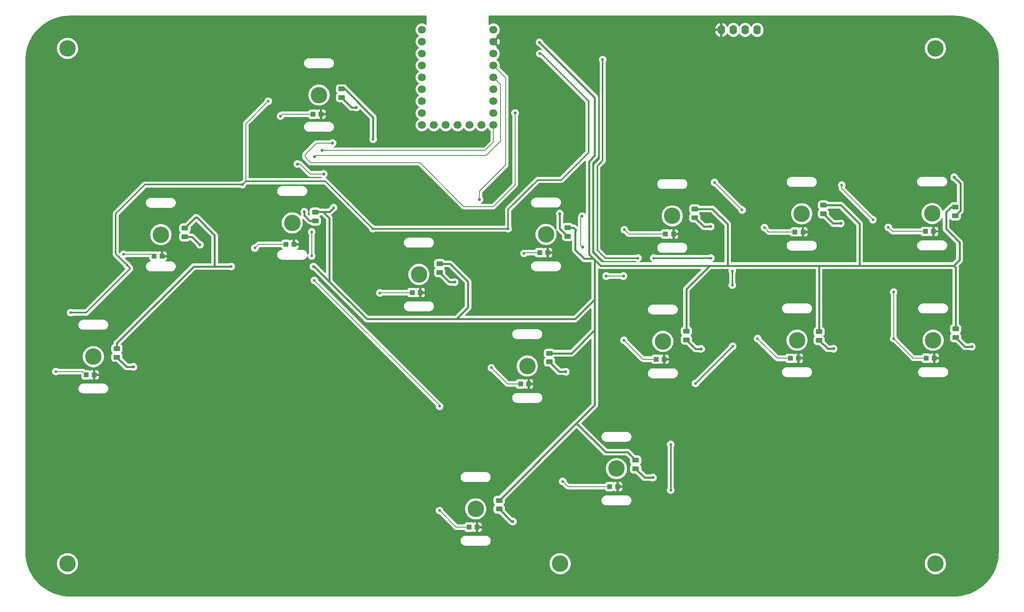
<source format=gbl>
%TF.GenerationSoftware,KiCad,Pcbnew,8.0.6*%
%TF.CreationDate,2024-11-06T13:13:06+00:00*%
%TF.ProjectId,keychron_hitbox,6b657963-6872-46f6-9e5f-686974626f78,rev?*%
%TF.SameCoordinates,Original*%
%TF.FileFunction,Copper,L2,Bot*%
%TF.FilePolarity,Positive*%
%FSLAX46Y46*%
G04 Gerber Fmt 4.6, Leading zero omitted, Abs format (unit mm)*
G04 Created by KiCad (PCBNEW 8.0.6) date 2024-11-06 13:13:06*
%MOMM*%
%LPD*%
G01*
G04 APERTURE LIST*
G04 Aperture macros list*
%AMRoundRect*
0 Rectangle with rounded corners*
0 $1 Rounding radius*
0 $2 $3 $4 $5 $6 $7 $8 $9 X,Y pos of 4 corners*
0 Add a 4 corners polygon primitive as box body*
4,1,4,$2,$3,$4,$5,$6,$7,$8,$9,$2,$3,0*
0 Add four circle primitives for the rounded corners*
1,1,$1+$1,$2,$3*
1,1,$1+$1,$4,$5*
1,1,$1+$1,$6,$7*
1,1,$1+$1,$8,$9*
0 Add four rect primitives between the rounded corners*
20,1,$1+$1,$2,$3,$4,$5,0*
20,1,$1+$1,$4,$5,$6,$7,0*
20,1,$1+$1,$6,$7,$8,$9,0*
20,1,$1+$1,$8,$9,$2,$3,0*%
G04 Aperture macros list end*
%TA.AperFunction,WasherPad*%
%ADD10C,3.500000*%
%TD*%
%TA.AperFunction,ComponentPad*%
%ADD11C,3.500000*%
%TD*%
%TA.AperFunction,ComponentPad*%
%ADD12O,1.600000X2.000000*%
%TD*%
%TA.AperFunction,ComponentPad*%
%ADD13C,1.700000*%
%TD*%
%TA.AperFunction,SMDPad,CuDef*%
%ADD14RoundRect,0.250000X-0.450000X0.262500X-0.450000X-0.262500X0.450000X-0.262500X0.450000X0.262500X0*%
%TD*%
%TA.AperFunction,SMDPad,CuDef*%
%ADD15R,1.000000X1.000000*%
%TD*%
%TA.AperFunction,ViaPad*%
%ADD16C,0.600000*%
%TD*%
%TA.AperFunction,ViaPad*%
%ADD17C,0.630000*%
%TD*%
%TA.AperFunction,Conductor*%
%ADD18C,0.300000*%
%TD*%
%TA.AperFunction,Conductor*%
%ADD19C,0.200000*%
%TD*%
%TA.AperFunction,Conductor*%
%ADD20C,0.400000*%
%TD*%
G04 APERTURE END LIST*
D10*
X169500000Y-122200000D03*
D11*
X237500000Y-32500000D03*
X52500000Y-142500000D03*
D10*
X181400000Y-68250000D03*
X237000000Y-94800000D03*
D12*
X191880000Y-28550000D03*
X194420000Y-28550000D03*
X196960000Y-28550000D03*
X199500000Y-28550000D03*
D10*
X208000000Y-94800000D03*
X209000000Y-67800000D03*
X150500000Y-100300000D03*
D13*
X143290000Y-28535000D03*
X143290000Y-31075000D03*
X143290000Y-33615000D03*
X143290000Y-36155000D03*
X143290000Y-38695000D03*
X143290000Y-41235000D03*
X143290000Y-43775000D03*
X143290000Y-46315000D03*
X143290000Y-48855000D03*
X128050000Y-28535000D03*
X128050000Y-31075000D03*
X128050000Y-33615000D03*
X128050000Y-36155000D03*
X128050000Y-38695000D03*
X128050000Y-41235000D03*
X128050000Y-43775000D03*
X128050000Y-46315000D03*
X128050000Y-48855000D03*
X140750000Y-48855000D03*
X138210000Y-48855000D03*
X135670000Y-48855000D03*
X133130000Y-48855000D03*
X130590000Y-48855000D03*
D10*
X236800000Y-67750000D03*
X106100000Y-42450000D03*
X154500000Y-72200000D03*
D11*
X237500000Y-142500000D03*
D10*
X72400000Y-72250000D03*
X127400000Y-80750000D03*
X139500000Y-130800000D03*
X179400000Y-95050000D03*
D11*
X157500000Y-142500000D03*
X52500000Y-32500000D03*
D10*
X100400000Y-69750000D03*
X58000000Y-98300000D03*
D14*
X241700000Y-66387500D03*
X241700000Y-68212500D03*
D15*
X100760000Y-74350000D03*
X99060000Y-74350000D03*
X154830000Y-76080000D03*
X153130000Y-76080000D03*
X139790000Y-134690000D03*
X138090000Y-134690000D03*
D14*
X159100000Y-70775000D03*
X159100000Y-72600000D03*
X212700000Y-92975000D03*
X212700000Y-94800000D03*
X131812500Y-78487500D03*
X131812500Y-80312500D03*
D15*
X150760000Y-104140000D03*
X149060000Y-104140000D03*
D14*
X77512500Y-70887500D03*
X77512500Y-72712500D03*
D15*
X179670000Y-98840000D03*
X177970000Y-98840000D03*
D14*
X144500000Y-129000000D03*
X144500000Y-130825000D03*
D15*
X209260000Y-71670000D03*
X207560000Y-71670000D03*
X208250000Y-98660000D03*
X206550000Y-98660000D03*
X106530000Y-46550000D03*
X104830000Y-46550000D03*
D14*
X186200000Y-66800000D03*
X186200000Y-68625000D03*
D15*
X237220000Y-98640000D03*
X235520000Y-98640000D03*
X169760000Y-126030000D03*
X168060000Y-126030000D03*
D14*
X110900000Y-41175000D03*
X110900000Y-43000000D03*
X213612500Y-65975000D03*
X213612500Y-67800000D03*
X241800000Y-92387500D03*
X241800000Y-94212500D03*
D15*
X181660000Y-72130000D03*
X179960000Y-72130000D03*
D14*
X173600000Y-120400000D03*
X173600000Y-122225000D03*
D15*
X127650000Y-84620000D03*
X125950000Y-84620000D03*
X58160000Y-102200000D03*
X56460000Y-102200000D03*
D14*
X155212500Y-97587500D03*
X155212500Y-99412500D03*
X184400000Y-92875000D03*
X184400000Y-94700000D03*
X105300000Y-67475000D03*
X105300000Y-69300000D03*
D15*
X72630000Y-76830000D03*
X70930000Y-76830000D03*
X237060000Y-71570000D03*
X235360000Y-71570000D03*
D14*
X63012500Y-96587500D03*
X63012500Y-98412500D03*
D16*
X117580000Y-70980000D03*
X194200000Y-83020000D03*
X194200000Y-79990000D03*
X65185000Y-78765000D03*
X166570000Y-34900000D03*
X181070000Y-126810000D03*
X186350000Y-104010000D03*
X174080000Y-77250000D03*
X89800000Y-61560000D03*
X194290000Y-96080000D03*
X189650000Y-77250000D03*
X146410000Y-70980000D03*
X95270000Y-43770000D03*
X177450000Y-77250000D03*
X153170000Y-33615000D03*
X181070000Y-117040000D03*
X53160000Y-88900000D03*
X158040000Y-124920000D03*
D17*
X140290000Y-64740000D03*
X105200000Y-55600000D03*
D16*
X50010000Y-101490000D03*
X131800000Y-131150000D03*
X105105000Y-82025000D03*
X131800000Y-108900000D03*
X104550000Y-76800000D03*
X104550000Y-71670000D03*
X92420000Y-75120000D03*
X119080000Y-84700000D03*
X64470000Y-76450000D03*
D17*
X107100000Y-59300000D03*
X101520000Y-57180000D03*
X162270000Y-74920000D03*
X162180000Y-68320000D03*
D16*
X149790000Y-76270000D03*
X171190000Y-71210000D03*
X190410000Y-61110000D03*
X201050000Y-70750000D03*
X196300000Y-67000000D03*
X224185000Y-69085000D03*
X227440000Y-70700000D03*
X217520000Y-61680000D03*
D17*
X167300000Y-81100000D03*
X171000000Y-81100000D03*
D16*
X142840000Y-100690000D03*
X171100000Y-94800000D03*
X199600000Y-94450000D03*
X228600000Y-94450000D03*
X228600000Y-84520000D03*
D17*
X106800000Y-54300000D03*
X147900000Y-46300000D03*
D16*
X97900000Y-46950000D03*
D17*
X109000000Y-52700000D03*
D16*
X117630000Y-51900000D03*
X104890000Y-79070000D03*
X87390000Y-79070000D03*
D17*
X153100000Y-31200000D03*
D16*
X109210000Y-66510000D03*
D17*
X114060000Y-45100000D03*
X177280000Y-124120000D03*
X66540000Y-100470000D03*
X147440000Y-133490000D03*
X102980000Y-67360000D03*
X135010000Y-82400000D03*
X80710000Y-74410000D03*
X157430000Y-67800000D03*
X189570000Y-70550000D03*
X217320000Y-69860000D03*
X241490000Y-60010000D03*
X158700000Y-101520000D03*
X187550000Y-96650000D03*
X215780000Y-96610000D03*
X245240000Y-96170000D03*
D18*
X165410000Y-75570000D02*
X167070000Y-77230000D01*
X89800000Y-61560000D02*
X69040000Y-61560000D01*
X166570000Y-34900000D02*
X166570000Y-56460000D01*
D19*
X95270000Y-43770000D02*
X90490000Y-48550000D01*
D18*
X163540000Y-54780000D02*
X157750000Y-60570000D01*
X153405000Y-33615000D02*
X163540000Y-43750000D01*
X69040000Y-61560000D02*
X62770000Y-67830000D01*
X153170000Y-33615000D02*
X153405000Y-33615000D01*
X177450000Y-77250000D02*
X189650000Y-77250000D01*
X167070000Y-77230000D02*
X167240000Y-77230000D01*
X194200000Y-79990000D02*
X194200000Y-83020000D01*
X163540000Y-43750000D02*
X163540000Y-54780000D01*
X166570000Y-56460000D02*
X165410000Y-57620000D01*
X194280000Y-96080000D02*
X186350000Y-104010000D01*
X181070000Y-117040000D02*
X181070000Y-126810000D01*
X146410000Y-70980000D02*
X117580000Y-70980000D01*
X167240000Y-77230000D02*
X167260000Y-77250000D01*
X62770000Y-67830000D02*
X62770000Y-76350000D01*
X165410000Y-57620000D02*
X165410000Y-75570000D01*
X56470101Y-88900000D02*
X65800000Y-79570101D01*
X152740000Y-60570000D02*
X146410000Y-66900000D01*
X53160000Y-88900000D02*
X56470101Y-88900000D01*
X107470000Y-60870000D02*
X90490000Y-60870000D01*
X167260000Y-77250000D02*
X174080000Y-77250000D01*
X117580000Y-70980000D02*
X107470000Y-60870000D01*
X65800000Y-79570101D02*
X65800000Y-79380000D01*
X62770000Y-76350000D02*
X65185000Y-78765000D01*
X146410000Y-66900000D02*
X146410000Y-70980000D01*
X90490000Y-60870000D02*
X89800000Y-61560000D01*
D19*
X90490000Y-48550000D02*
X90490000Y-60870000D01*
D18*
X194290000Y-96080000D02*
X194280000Y-96080000D01*
X65800000Y-79380000D02*
X65185000Y-78765000D01*
X157750000Y-60570000D02*
X152740000Y-60570000D01*
D19*
X145900000Y-38765000D02*
X143290000Y-36155000D01*
X140290000Y-63010000D02*
X145900000Y-57400000D01*
X158040000Y-124920000D02*
X159150000Y-126030000D01*
X140290000Y-64740000D02*
X140290000Y-63010000D01*
X159150000Y-126030000D02*
X168060000Y-126030000D01*
X145900000Y-57400000D02*
X145900000Y-38765000D01*
X141700000Y-55400000D02*
X144800000Y-52300000D01*
X144800000Y-40205000D02*
X143290000Y-38695000D01*
X55750000Y-101490000D02*
X56460000Y-102200000D01*
X105400000Y-55400000D02*
X141700000Y-55400000D01*
X105200000Y-55600000D02*
X105400000Y-55400000D01*
X144800000Y-52300000D02*
X144800000Y-40205000D01*
X50010000Y-101490000D02*
X55750000Y-101490000D01*
X135340000Y-134690000D02*
X138090000Y-134690000D01*
X131800000Y-108900000D02*
X131800000Y-108720000D01*
X131800000Y-131150000D02*
X135340000Y-134690000D01*
X131800000Y-108720000D02*
X105105000Y-82025000D01*
X92420000Y-75120000D02*
X93190000Y-74350000D01*
X93190000Y-74350000D02*
X99060000Y-74350000D01*
X104550000Y-71670000D02*
X104550000Y-76800000D01*
X119080000Y-84700000D02*
X119160000Y-84620000D01*
X119160000Y-84620000D02*
X125950000Y-84620000D01*
X101520000Y-57180000D02*
X102080000Y-57180000D01*
X104200000Y-59300000D02*
X107100000Y-59300000D01*
X64470000Y-76450000D02*
X70550000Y-76450000D01*
X70550000Y-76450000D02*
X70930000Y-76830000D01*
X102080000Y-57180000D02*
X104200000Y-59300000D01*
X161900000Y-68600000D02*
X162180000Y-68320000D01*
X161900000Y-74550000D02*
X161900000Y-68600000D01*
X162270000Y-74920000D02*
X161900000Y-74550000D01*
X149980000Y-76080000D02*
X149790000Y-76270000D01*
X153130000Y-76080000D02*
X149980000Y-76080000D01*
X172110000Y-72130000D02*
X179960000Y-72130000D01*
X171190000Y-71210000D02*
X172110000Y-72130000D01*
X207560000Y-71670000D02*
X201970000Y-71670000D01*
X201970000Y-71670000D02*
X201050000Y-70750000D01*
X196300000Y-67000000D02*
X190410000Y-61110000D01*
X217520000Y-62420000D02*
X224185000Y-69085000D01*
X217520000Y-61680000D02*
X217520000Y-62420000D01*
X235360000Y-71570000D02*
X228310000Y-71570000D01*
X228310000Y-71570000D02*
X227440000Y-70700000D01*
X149060000Y-104140000D02*
X146290000Y-104140000D01*
X167300000Y-81100000D02*
X171000000Y-81100000D01*
X146290000Y-104140000D02*
X142840000Y-100690000D01*
X177970000Y-98840000D02*
X175140000Y-98840000D01*
X175140000Y-98840000D02*
X171100000Y-94800000D01*
X206550000Y-98660000D02*
X203810000Y-98660000D01*
X203810000Y-98660000D02*
X199600000Y-94450000D01*
X232790000Y-98640000D02*
X228600000Y-94450000D01*
X235520000Y-98640000D02*
X232790000Y-98640000D01*
X228600000Y-84520000D02*
X228600000Y-94450000D01*
X106800000Y-54300000D02*
X141500000Y-54300000D01*
X141500000Y-54300000D02*
X143290000Y-52510000D01*
X143290000Y-52510000D02*
X143290000Y-48855000D01*
X105551471Y-52700000D02*
X103100000Y-55151471D01*
X97900000Y-46950000D02*
X98300000Y-46550000D01*
X98300000Y-46550000D02*
X104830000Y-46550000D01*
X103100000Y-55648529D02*
X104351471Y-56900000D01*
X103100000Y-55151471D02*
X103100000Y-55648529D01*
X104351471Y-56900000D02*
X127580000Y-56900000D01*
X136940000Y-66260000D02*
X143270000Y-66260000D01*
X127580000Y-56900000D02*
X136940000Y-66260000D01*
X109000000Y-52700000D02*
X105551471Y-52700000D01*
X147900000Y-61630000D02*
X147900000Y-46300000D01*
X143270000Y-66260000D02*
X147900000Y-61630000D01*
D20*
X105140000Y-79110000D02*
X104930000Y-79110000D01*
X108350000Y-67370000D02*
X106940000Y-67370000D01*
X189940000Y-66750000D02*
X189890000Y-66800000D01*
X79380000Y-79070000D02*
X63012500Y-95437500D01*
X116300000Y-90270000D02*
X108310000Y-82280000D01*
X241410000Y-78870000D02*
X242630000Y-77650000D01*
X87390000Y-79070000D02*
X83860000Y-79070000D01*
X108310000Y-82280000D02*
X108310000Y-68740000D01*
X241387500Y-92387500D02*
X241800000Y-92387500D01*
X166090000Y-78870000D02*
X189440000Y-78870000D01*
X106940000Y-67370000D02*
X105405000Y-67370000D01*
X159922500Y-97587500D02*
X155212500Y-97587500D01*
X131812500Y-78487500D02*
X134047500Y-78487500D01*
X160995000Y-112505000D02*
X144500000Y-129000000D01*
X221330000Y-69950000D02*
X217355000Y-65975000D01*
X104930000Y-79110000D02*
X104890000Y-79070000D01*
X160690000Y-90270000D02*
X135360000Y-90270000D01*
X80100000Y-68600000D02*
X83860000Y-72360000D01*
X189440000Y-78870000D02*
X184400000Y-83910000D01*
X105405000Y-67370000D02*
X105300000Y-67475000D01*
X134047500Y-78487500D02*
X137880000Y-82320000D01*
X242630000Y-73920000D02*
X239750000Y-71040000D01*
X239750000Y-67500000D02*
X240862500Y-66387500D01*
X163650000Y-76430000D02*
X164625000Y-77405000D01*
X241800000Y-79260000D02*
X241800000Y-92387500D01*
X193210000Y-78870000D02*
X212510000Y-78870000D01*
X160740000Y-71430000D02*
X160890000Y-71280000D01*
X189440000Y-78870000D02*
X193210000Y-78870000D01*
X164870000Y-42970000D02*
X164870000Y-55370000D01*
X109210000Y-66510000D02*
X108350000Y-67370000D01*
X83860000Y-72360000D02*
X83860000Y-79070000D01*
X164870000Y-92640000D02*
X159922500Y-97587500D01*
X160740000Y-75490000D02*
X160740000Y-71430000D01*
X164870000Y-55370000D02*
X163650000Y-56590000D01*
X110900000Y-41175000D02*
X111600000Y-41175000D01*
X164870000Y-77650000D02*
X164870000Y-86090000D01*
X171900000Y-118700000D02*
X173600000Y-120400000D01*
X241410000Y-78870000D02*
X241800000Y-79260000D01*
X162655000Y-77405000D02*
X160740000Y-75490000D01*
X212510000Y-78870000D02*
X221330000Y-78870000D01*
X164870000Y-108630000D02*
X160995000Y-112505000D01*
X240862500Y-66387500D02*
X241700000Y-66387500D01*
X160385000Y-70775000D02*
X159100000Y-70775000D01*
X221330000Y-78870000D02*
X241410000Y-78870000D01*
X160995000Y-112505000D02*
X167190000Y-118700000D01*
X212700000Y-79060000D02*
X212700000Y-92975000D01*
X189890000Y-66800000D02*
X186200000Y-66800000D01*
X153100000Y-31200000D02*
X164870000Y-42970000D01*
X117630000Y-47205000D02*
X117630000Y-51900000D01*
X163650000Y-56590000D02*
X163650000Y-76430000D01*
X242630000Y-77650000D02*
X242630000Y-73920000D01*
X167190000Y-118700000D02*
X171900000Y-118700000D01*
X110900000Y-40900000D02*
X110900000Y-41175000D01*
X239750000Y-71040000D02*
X239750000Y-67500000D01*
X184400000Y-83910000D02*
X184400000Y-92875000D01*
X164870000Y-77650000D02*
X166090000Y-78870000D01*
X63012500Y-95437500D02*
X63012500Y-96587500D01*
X108310000Y-68740000D02*
X106940000Y-67370000D01*
X111600000Y-41175000D02*
X117630000Y-47205000D01*
X212510000Y-78870000D02*
X212700000Y-79060000D01*
X164870000Y-92640000D02*
X164870000Y-108630000D01*
X164870000Y-86090000D02*
X160690000Y-90270000D01*
X137880000Y-87750000D02*
X135360000Y-90270000D01*
X164625000Y-77405000D02*
X164870000Y-77650000D01*
X164625000Y-77405000D02*
X162655000Y-77405000D01*
X164870000Y-86090000D02*
X164870000Y-92640000D01*
X135360000Y-90270000D02*
X116300000Y-90270000D01*
X79800000Y-68600000D02*
X80100000Y-68600000D01*
X160890000Y-71280000D02*
X160385000Y-70775000D01*
X193210000Y-78870000D02*
X193210000Y-70020000D01*
X108310000Y-82280000D02*
X105140000Y-79110000D01*
X83860000Y-79070000D02*
X79380000Y-79070000D01*
X221330000Y-78870000D02*
X221330000Y-69950000D01*
X217355000Y-65975000D02*
X213612500Y-65975000D01*
X77512500Y-70887500D02*
X79800000Y-68600000D01*
X137880000Y-82320000D02*
X137880000Y-87750000D01*
X193210000Y-70020000D02*
X189940000Y-66750000D01*
X113000000Y-45100000D02*
X110900000Y-43000000D01*
X114060000Y-45100000D02*
X113000000Y-45100000D01*
X175495000Y-124120000D02*
X173600000Y-122225000D01*
X177280000Y-124120000D02*
X175495000Y-124120000D01*
X66540000Y-100470000D02*
X65070000Y-100470000D01*
X65070000Y-100470000D02*
X63012500Y-98412500D01*
X147440000Y-133490000D02*
X147165000Y-133490000D01*
X147165000Y-133490000D02*
X144500000Y-130825000D01*
X102980000Y-68150000D02*
X104130000Y-69300000D01*
X104130000Y-69300000D02*
X105300000Y-69300000D01*
X102980000Y-67360000D02*
X102980000Y-68150000D01*
X133900000Y-82400000D02*
X131812500Y-80312500D01*
X135010000Y-82400000D02*
X133900000Y-82400000D01*
X79012500Y-72712500D02*
X77512500Y-72712500D01*
X80710000Y-74410000D02*
X79012500Y-72712500D01*
X157430000Y-70930000D02*
X159100000Y-72600000D01*
X157430000Y-67800000D02*
X157430000Y-70930000D01*
X189570000Y-70550000D02*
X188125000Y-70550000D01*
X188125000Y-70550000D02*
X186200000Y-68625000D01*
X217320000Y-69860000D02*
X215672500Y-69860000D01*
X215672500Y-69860000D02*
X213612500Y-67800000D01*
X241490000Y-60010000D02*
X242800000Y-61320000D01*
X242800000Y-61320000D02*
X242800000Y-67112500D01*
X242800000Y-67112500D02*
X241700000Y-68212500D01*
X158700000Y-101520000D02*
X157320000Y-101520000D01*
X157320000Y-101520000D02*
X155212500Y-99412500D01*
X187550000Y-96650000D02*
X186350000Y-96650000D01*
X186350000Y-96650000D02*
X184400000Y-94700000D01*
X215780000Y-96610000D02*
X214510000Y-96610000D01*
X214510000Y-96610000D02*
X212700000Y-94800000D01*
X245240000Y-96170000D02*
X243757500Y-96170000D01*
X243757500Y-96170000D02*
X241800000Y-94212500D01*
%TA.AperFunction,Conductor*%
G36*
X129017539Y-25520185D02*
G01*
X129063294Y-25572989D01*
X129074500Y-25624500D01*
X129074500Y-27365504D01*
X129054815Y-27432543D01*
X129002011Y-27478298D01*
X128932853Y-27488242D01*
X128879377Y-27467079D01*
X128727834Y-27360967D01*
X128727830Y-27360965D01*
X128633834Y-27317134D01*
X128513663Y-27261097D01*
X128513659Y-27261096D01*
X128513655Y-27261094D01*
X128285413Y-27199938D01*
X128285403Y-27199936D01*
X128050001Y-27179341D01*
X128049999Y-27179341D01*
X127814596Y-27199936D01*
X127814586Y-27199938D01*
X127586344Y-27261094D01*
X127586335Y-27261098D01*
X127372171Y-27360964D01*
X127372169Y-27360965D01*
X127178597Y-27496505D01*
X127011505Y-27663597D01*
X126875965Y-27857169D01*
X126875964Y-27857171D01*
X126776098Y-28071335D01*
X126776094Y-28071344D01*
X126714938Y-28299586D01*
X126714936Y-28299596D01*
X126694341Y-28534999D01*
X126694341Y-28535000D01*
X126714936Y-28770403D01*
X126714938Y-28770413D01*
X126776094Y-28998655D01*
X126776096Y-28998659D01*
X126776097Y-28998663D01*
X126875965Y-29212830D01*
X126875967Y-29212834D01*
X127011501Y-29406395D01*
X127011506Y-29406402D01*
X127178597Y-29573493D01*
X127178603Y-29573498D01*
X127364158Y-29703425D01*
X127407783Y-29758002D01*
X127414977Y-29827500D01*
X127383454Y-29889855D01*
X127364158Y-29906575D01*
X127178597Y-30036505D01*
X127011505Y-30203597D01*
X126875965Y-30397169D01*
X126875964Y-30397171D01*
X126776098Y-30611335D01*
X126776094Y-30611344D01*
X126714938Y-30839586D01*
X126714936Y-30839596D01*
X126694341Y-31074999D01*
X126694341Y-31075000D01*
X126714936Y-31310403D01*
X126714938Y-31310413D01*
X126776094Y-31538655D01*
X126776096Y-31538659D01*
X126776097Y-31538663D01*
X126792176Y-31573144D01*
X126875965Y-31752830D01*
X126875967Y-31752834D01*
X126934462Y-31836373D01*
X127006594Y-31939388D01*
X127011501Y-31946395D01*
X127011506Y-31946402D01*
X127178597Y-32113493D01*
X127178603Y-32113498D01*
X127364158Y-32243425D01*
X127407783Y-32298002D01*
X127414977Y-32367500D01*
X127383454Y-32429855D01*
X127364158Y-32446575D01*
X127178597Y-32576505D01*
X127011505Y-32743597D01*
X126875965Y-32937169D01*
X126875964Y-32937171D01*
X126776098Y-33151335D01*
X126776094Y-33151344D01*
X126714938Y-33379586D01*
X126714936Y-33379596D01*
X126694341Y-33614999D01*
X126694341Y-33615000D01*
X126714936Y-33850403D01*
X126714938Y-33850413D01*
X126776094Y-34078655D01*
X126776096Y-34078659D01*
X126776097Y-34078663D01*
X126792870Y-34114632D01*
X126875965Y-34292830D01*
X126875967Y-34292834D01*
X127011501Y-34486395D01*
X127011506Y-34486402D01*
X127178597Y-34653493D01*
X127178603Y-34653498D01*
X127364158Y-34783425D01*
X127407783Y-34838002D01*
X127414977Y-34907500D01*
X127383454Y-34969855D01*
X127364158Y-34986575D01*
X127178597Y-35116505D01*
X127011505Y-35283597D01*
X126875965Y-35477169D01*
X126875964Y-35477171D01*
X126776098Y-35691335D01*
X126776094Y-35691344D01*
X126714938Y-35919586D01*
X126714936Y-35919596D01*
X126694341Y-36154999D01*
X126694341Y-36155000D01*
X126714936Y-36390403D01*
X126714938Y-36390413D01*
X126776094Y-36618655D01*
X126776096Y-36618659D01*
X126776097Y-36618663D01*
X126875965Y-36832830D01*
X126875967Y-36832834D01*
X127011501Y-37026395D01*
X127011506Y-37026402D01*
X127178597Y-37193493D01*
X127178603Y-37193498D01*
X127364158Y-37323425D01*
X127407783Y-37378002D01*
X127414977Y-37447500D01*
X127383454Y-37509855D01*
X127364158Y-37526575D01*
X127178597Y-37656505D01*
X127011505Y-37823597D01*
X126875965Y-38017169D01*
X126875964Y-38017171D01*
X126776098Y-38231335D01*
X126776094Y-38231344D01*
X126714938Y-38459586D01*
X126714936Y-38459596D01*
X126694341Y-38694999D01*
X126694341Y-38695000D01*
X126714936Y-38930403D01*
X126714938Y-38930413D01*
X126776094Y-39158655D01*
X126776096Y-39158659D01*
X126776097Y-39158663D01*
X126785362Y-39178531D01*
X126875965Y-39372830D01*
X126875967Y-39372834D01*
X127011501Y-39566395D01*
X127011506Y-39566402D01*
X127178597Y-39733493D01*
X127178603Y-39733498D01*
X127364158Y-39863425D01*
X127407783Y-39918002D01*
X127414977Y-39987500D01*
X127383454Y-40049855D01*
X127364158Y-40066575D01*
X127178597Y-40196505D01*
X127011505Y-40363597D01*
X126875965Y-40557169D01*
X126875964Y-40557171D01*
X126776098Y-40771335D01*
X126776094Y-40771344D01*
X126714938Y-40999586D01*
X126714936Y-40999596D01*
X126694341Y-41234999D01*
X126694341Y-41235000D01*
X126714936Y-41470403D01*
X126714938Y-41470413D01*
X126776094Y-41698655D01*
X126776096Y-41698659D01*
X126776097Y-41698663D01*
X126803223Y-41756834D01*
X126875965Y-41912830D01*
X126875967Y-41912834D01*
X127011501Y-42106395D01*
X127011506Y-42106402D01*
X127178597Y-42273493D01*
X127178603Y-42273498D01*
X127364158Y-42403425D01*
X127407783Y-42458002D01*
X127414977Y-42527500D01*
X127383454Y-42589855D01*
X127364158Y-42606575D01*
X127178597Y-42736505D01*
X127011505Y-42903597D01*
X126875965Y-43097169D01*
X126875964Y-43097171D01*
X126776098Y-43311335D01*
X126776094Y-43311344D01*
X126714938Y-43539586D01*
X126714936Y-43539596D01*
X126694341Y-43774999D01*
X126694341Y-43775000D01*
X126714936Y-44010403D01*
X126714938Y-44010413D01*
X126776094Y-44238655D01*
X126776096Y-44238659D01*
X126776097Y-44238663D01*
X126851097Y-44399500D01*
X126875965Y-44452830D01*
X126875967Y-44452834D01*
X127011501Y-44646395D01*
X127011506Y-44646402D01*
X127178597Y-44813493D01*
X127178603Y-44813498D01*
X127364158Y-44943425D01*
X127407783Y-44998002D01*
X127414977Y-45067500D01*
X127383454Y-45129855D01*
X127364158Y-45146575D01*
X127178597Y-45276505D01*
X127011505Y-45443597D01*
X126875965Y-45637169D01*
X126875964Y-45637171D01*
X126776098Y-45851335D01*
X126776094Y-45851344D01*
X126714938Y-46079586D01*
X126714936Y-46079596D01*
X126694341Y-46314999D01*
X126694341Y-46315000D01*
X126714936Y-46550403D01*
X126714938Y-46550413D01*
X126776094Y-46778655D01*
X126776096Y-46778659D01*
X126776097Y-46778663D01*
X126820177Y-46873192D01*
X126875965Y-46992830D01*
X126875967Y-46992834D01*
X126951065Y-47100084D01*
X127000150Y-47170185D01*
X127011501Y-47186395D01*
X127011506Y-47186402D01*
X127178597Y-47353493D01*
X127178603Y-47353498D01*
X127364158Y-47483425D01*
X127407783Y-47538002D01*
X127414977Y-47607500D01*
X127383454Y-47669855D01*
X127364158Y-47686575D01*
X127178597Y-47816505D01*
X127011505Y-47983597D01*
X126875965Y-48177169D01*
X126875964Y-48177171D01*
X126776098Y-48391335D01*
X126776094Y-48391344D01*
X126714938Y-48619586D01*
X126714936Y-48619596D01*
X126694341Y-48854999D01*
X126694341Y-48855000D01*
X126714936Y-49090403D01*
X126714938Y-49090413D01*
X126776094Y-49318655D01*
X126776096Y-49318659D01*
X126776097Y-49318663D01*
X126856004Y-49490023D01*
X126875965Y-49532830D01*
X126875967Y-49532834D01*
X126984281Y-49687521D01*
X127011505Y-49726401D01*
X127178599Y-49893495D01*
X127275384Y-49961265D01*
X127372165Y-50029032D01*
X127372167Y-50029033D01*
X127372170Y-50029035D01*
X127586337Y-50128903D01*
X127814592Y-50190063D01*
X128002918Y-50206539D01*
X128049999Y-50210659D01*
X128050000Y-50210659D01*
X128050001Y-50210659D01*
X128089234Y-50207226D01*
X128285408Y-50190063D01*
X128513663Y-50128903D01*
X128727830Y-50029035D01*
X128921401Y-49893495D01*
X129088495Y-49726401D01*
X129218425Y-49540842D01*
X129273002Y-49497217D01*
X129342500Y-49490023D01*
X129404855Y-49521546D01*
X129421575Y-49540842D01*
X129551500Y-49726395D01*
X129551505Y-49726401D01*
X129718599Y-49893495D01*
X129815384Y-49961265D01*
X129912165Y-50029032D01*
X129912167Y-50029033D01*
X129912170Y-50029035D01*
X130126337Y-50128903D01*
X130354592Y-50190063D01*
X130542918Y-50206539D01*
X130589999Y-50210659D01*
X130590000Y-50210659D01*
X130590001Y-50210659D01*
X130629234Y-50207226D01*
X130825408Y-50190063D01*
X131053663Y-50128903D01*
X131267830Y-50029035D01*
X131461401Y-49893495D01*
X131628495Y-49726401D01*
X131758425Y-49540842D01*
X131813002Y-49497217D01*
X131882500Y-49490023D01*
X131944855Y-49521546D01*
X131961575Y-49540842D01*
X132091500Y-49726395D01*
X132091505Y-49726401D01*
X132258599Y-49893495D01*
X132355384Y-49961265D01*
X132452165Y-50029032D01*
X132452167Y-50029033D01*
X132452170Y-50029035D01*
X132666337Y-50128903D01*
X132894592Y-50190063D01*
X133082918Y-50206539D01*
X133129999Y-50210659D01*
X133130000Y-50210659D01*
X133130001Y-50210659D01*
X133169234Y-50207226D01*
X133365408Y-50190063D01*
X133593663Y-50128903D01*
X133807830Y-50029035D01*
X134001401Y-49893495D01*
X134168495Y-49726401D01*
X134298425Y-49540842D01*
X134353002Y-49497217D01*
X134422500Y-49490023D01*
X134484855Y-49521546D01*
X134501575Y-49540842D01*
X134631500Y-49726395D01*
X134631505Y-49726401D01*
X134798599Y-49893495D01*
X134895384Y-49961265D01*
X134992165Y-50029032D01*
X134992167Y-50029033D01*
X134992170Y-50029035D01*
X135206337Y-50128903D01*
X135434592Y-50190063D01*
X135622918Y-50206539D01*
X135669999Y-50210659D01*
X135670000Y-50210659D01*
X135670001Y-50210659D01*
X135709234Y-50207226D01*
X135905408Y-50190063D01*
X136133663Y-50128903D01*
X136347830Y-50029035D01*
X136541401Y-49893495D01*
X136708495Y-49726401D01*
X136838425Y-49540842D01*
X136893002Y-49497217D01*
X136962500Y-49490023D01*
X137024855Y-49521546D01*
X137041575Y-49540842D01*
X137171500Y-49726395D01*
X137171505Y-49726401D01*
X137338599Y-49893495D01*
X137435384Y-49961265D01*
X137532165Y-50029032D01*
X137532167Y-50029033D01*
X137532170Y-50029035D01*
X137746337Y-50128903D01*
X137974592Y-50190063D01*
X138162918Y-50206539D01*
X138209999Y-50210659D01*
X138210000Y-50210659D01*
X138210001Y-50210659D01*
X138249234Y-50207226D01*
X138445408Y-50190063D01*
X138673663Y-50128903D01*
X138887830Y-50029035D01*
X139081401Y-49893495D01*
X139248495Y-49726401D01*
X139378425Y-49540842D01*
X139433002Y-49497217D01*
X139502500Y-49490023D01*
X139564855Y-49521546D01*
X139581575Y-49540842D01*
X139711500Y-49726395D01*
X139711505Y-49726401D01*
X139878599Y-49893495D01*
X139975384Y-49961265D01*
X140072165Y-50029032D01*
X140072167Y-50029033D01*
X140072170Y-50029035D01*
X140286337Y-50128903D01*
X140514592Y-50190063D01*
X140702918Y-50206539D01*
X140749999Y-50210659D01*
X140750000Y-50210659D01*
X140750001Y-50210659D01*
X140789234Y-50207226D01*
X140985408Y-50190063D01*
X141213663Y-50128903D01*
X141427830Y-50029035D01*
X141621401Y-49893495D01*
X141788495Y-49726401D01*
X141918425Y-49540842D01*
X141973002Y-49497217D01*
X142042500Y-49490023D01*
X142104855Y-49521546D01*
X142121575Y-49540842D01*
X142251500Y-49726395D01*
X142251505Y-49726401D01*
X142418599Y-49893495D01*
X142515384Y-49961265D01*
X142612165Y-50029032D01*
X142612167Y-50029033D01*
X142612170Y-50029035D01*
X142617898Y-50031706D01*
X142670339Y-50077872D01*
X142689500Y-50144090D01*
X142689500Y-52209903D01*
X142669815Y-52276942D01*
X142653181Y-52297584D01*
X141287584Y-53663181D01*
X141226261Y-53696666D01*
X141199903Y-53699500D01*
X109342529Y-53699500D01*
X109275490Y-53679815D01*
X109229735Y-53627011D01*
X109219791Y-53557853D01*
X109248816Y-53494297D01*
X109301573Y-53458458D01*
X109356071Y-53439389D01*
X109511673Y-53341618D01*
X109641618Y-53211673D01*
X109739389Y-53056071D01*
X109800084Y-52882614D01*
X109800084Y-52882613D01*
X109800085Y-52882611D01*
X109820660Y-52700002D01*
X109820660Y-52699997D01*
X109800085Y-52517388D01*
X109785514Y-52475747D01*
X109739389Y-52343929D01*
X109641618Y-52188327D01*
X109511673Y-52058382D01*
X109356071Y-51960611D01*
X109314432Y-51946041D01*
X109182611Y-51899914D01*
X109000003Y-51879340D01*
X108999997Y-51879340D01*
X108817388Y-51899914D01*
X108643926Y-51960612D01*
X108488326Y-52058382D01*
X108483528Y-52063181D01*
X108422205Y-52096666D01*
X108395847Y-52099500D01*
X105638141Y-52099500D01*
X105638125Y-52099499D01*
X105630529Y-52099499D01*
X105472414Y-52099499D01*
X105396050Y-52119961D01*
X105319685Y-52140423D01*
X105319680Y-52140426D01*
X105182761Y-52219475D01*
X105182753Y-52219481D01*
X102619481Y-54782753D01*
X102619475Y-54782761D01*
X102584081Y-54844067D01*
X102584081Y-54844069D01*
X102540423Y-54919685D01*
X102540423Y-54919686D01*
X102499499Y-55072414D01*
X102499499Y-55072416D01*
X102499499Y-55240517D01*
X102499500Y-55240530D01*
X102499500Y-55561859D01*
X102499499Y-55561877D01*
X102499499Y-55727583D01*
X102499498Y-55727583D01*
X102499499Y-55727586D01*
X102540423Y-55880314D01*
X102559938Y-55914114D01*
X102584162Y-55956071D01*
X102619479Y-56017244D01*
X102738349Y-56136114D01*
X102738355Y-56136119D01*
X103866610Y-57264374D01*
X103866620Y-57264385D01*
X103870950Y-57268715D01*
X103870951Y-57268716D01*
X103982755Y-57380520D01*
X104068901Y-57430256D01*
X104068902Y-57430257D01*
X104119680Y-57459574D01*
X104119681Y-57459574D01*
X104119686Y-57459577D01*
X104272413Y-57500500D01*
X104272414Y-57500500D01*
X127279903Y-57500500D01*
X127346942Y-57520185D01*
X127367584Y-57536819D01*
X136455139Y-66624374D01*
X136455149Y-66624385D01*
X136459479Y-66628715D01*
X136459480Y-66628716D01*
X136571284Y-66740520D01*
X136651792Y-66787001D01*
X136708215Y-66819577D01*
X136860943Y-66860501D01*
X136860946Y-66860501D01*
X137026653Y-66860501D01*
X137026669Y-66860500D01*
X143183331Y-66860500D01*
X143183347Y-66860501D01*
X143190943Y-66860501D01*
X143349054Y-66860501D01*
X143349057Y-66860501D01*
X143501785Y-66819577D01*
X143558208Y-66787001D01*
X143638716Y-66740520D01*
X143750520Y-66628716D01*
X143750520Y-66628714D01*
X143760724Y-66618511D01*
X143760727Y-66618506D01*
X148380520Y-61998716D01*
X148459577Y-61861785D01*
X148500501Y-61709057D01*
X148500501Y-61550942D01*
X148500501Y-61543347D01*
X148500500Y-61543329D01*
X148500500Y-46904153D01*
X148520185Y-46837114D01*
X148536819Y-46816472D01*
X148541618Y-46811673D01*
X148639389Y-46656071D01*
X148700084Y-46482614D01*
X148700084Y-46482613D01*
X148700085Y-46482611D01*
X148720660Y-46300000D01*
X148720660Y-46299997D01*
X148700085Y-46117388D01*
X148683320Y-46069478D01*
X148639389Y-45943929D01*
X148541618Y-45788327D01*
X148411673Y-45658382D01*
X148256071Y-45560611D01*
X148214432Y-45546041D01*
X148082611Y-45499914D01*
X147900003Y-45479340D01*
X147899997Y-45479340D01*
X147717388Y-45499914D01*
X147543926Y-45560612D01*
X147388326Y-45658382D01*
X147258382Y-45788326D01*
X147160612Y-45943926D01*
X147099914Y-46117388D01*
X147079340Y-46299997D01*
X147079340Y-46300000D01*
X147099914Y-46482611D01*
X147160612Y-46656073D01*
X147258382Y-46811673D01*
X147263181Y-46816472D01*
X147296666Y-46877795D01*
X147299500Y-46904153D01*
X147299500Y-61329902D01*
X147279815Y-61396941D01*
X147263181Y-61417583D01*
X143057584Y-65623181D01*
X142996261Y-65656666D01*
X142969903Y-65659500D01*
X140789840Y-65659500D01*
X140722801Y-65639815D01*
X140677046Y-65587011D01*
X140667102Y-65517853D01*
X140696127Y-65454297D01*
X140723868Y-65430506D01*
X140801673Y-65381618D01*
X140931618Y-65251673D01*
X141029389Y-65096071D01*
X141090084Y-64922614D01*
X141090084Y-64922613D01*
X141090085Y-64922611D01*
X141110660Y-64740002D01*
X141110660Y-64739997D01*
X141090085Y-64557388D01*
X141059177Y-64469059D01*
X141029389Y-64383929D01*
X140931618Y-64228327D01*
X140926819Y-64223528D01*
X140893334Y-64162205D01*
X140890500Y-64135847D01*
X140890500Y-63310096D01*
X140910185Y-63243057D01*
X140926814Y-63222420D01*
X146268713Y-57880521D01*
X146268716Y-57880520D01*
X146380520Y-57768716D01*
X146430639Y-57681904D01*
X146459577Y-57631785D01*
X146500500Y-57479057D01*
X146500500Y-57320943D01*
X146500500Y-38685943D01*
X146459577Y-38533216D01*
X146417067Y-38459586D01*
X146380524Y-38396290D01*
X146380521Y-38396286D01*
X146380520Y-38396284D01*
X146268716Y-38284480D01*
X146268715Y-38284479D01*
X146264385Y-38280149D01*
X146264374Y-38280139D01*
X144622766Y-36638531D01*
X144589281Y-36577208D01*
X144590672Y-36518757D01*
X144604815Y-36465975D01*
X144625063Y-36390408D01*
X144645659Y-36155000D01*
X144625063Y-35919592D01*
X144563903Y-35691337D01*
X144464035Y-35477171D01*
X144413548Y-35405067D01*
X144328494Y-35283597D01*
X144161402Y-35116506D01*
X144161396Y-35116501D01*
X143975842Y-34986575D01*
X143932217Y-34931998D01*
X143925023Y-34862500D01*
X143956546Y-34800145D01*
X143975842Y-34783425D01*
X144067767Y-34719058D01*
X144161401Y-34653495D01*
X144328495Y-34486401D01*
X144464035Y-34292830D01*
X144563903Y-34078663D01*
X144625063Y-33850408D01*
X144645659Y-33615000D01*
X144625063Y-33379592D01*
X144563903Y-33151337D01*
X144464035Y-32937171D01*
X144430454Y-32889211D01*
X144328494Y-32743597D01*
X144161402Y-32576506D01*
X144161401Y-32576505D01*
X143975405Y-32446269D01*
X143931781Y-32391692D01*
X143924588Y-32322193D01*
X143956110Y-32259839D01*
X143975405Y-32243119D01*
X144051373Y-32189925D01*
X143336448Y-31475000D01*
X143342661Y-31475000D01*
X143444394Y-31447741D01*
X143535606Y-31395080D01*
X143610080Y-31320606D01*
X143662741Y-31229394D01*
X143690000Y-31127661D01*
X143690000Y-31121448D01*
X144404925Y-31836373D01*
X144404926Y-31836373D01*
X144463598Y-31752582D01*
X144463600Y-31752578D01*
X144563429Y-31538492D01*
X144563433Y-31538483D01*
X144624567Y-31310326D01*
X144624569Y-31310315D01*
X144645157Y-31075001D01*
X144645157Y-31074998D01*
X144624569Y-30839684D01*
X144624567Y-30839673D01*
X144563433Y-30611516D01*
X144563429Y-30611507D01*
X144463600Y-30397423D01*
X144463599Y-30397421D01*
X144404925Y-30313626D01*
X144404925Y-30313625D01*
X143690000Y-31028551D01*
X143690000Y-31022339D01*
X143662741Y-30920606D01*
X143610080Y-30829394D01*
X143535606Y-30754920D01*
X143444394Y-30702259D01*
X143342661Y-30675000D01*
X143336447Y-30675000D01*
X144051373Y-29960073D01*
X144051373Y-29960072D01*
X143975405Y-29906880D01*
X143931780Y-29852304D01*
X143924586Y-29782805D01*
X143956108Y-29720451D01*
X143975399Y-29703734D01*
X144161401Y-29573495D01*
X144328495Y-29406401D01*
X144464035Y-29212830D01*
X144563903Y-28998663D01*
X144625063Y-28770408D01*
X144645659Y-28535000D01*
X144625063Y-28299592D01*
X144611154Y-28247682D01*
X190580000Y-28247682D01*
X190580000Y-28300000D01*
X191446988Y-28300000D01*
X191414075Y-28357007D01*
X191380000Y-28484174D01*
X191380000Y-28615826D01*
X191414075Y-28742993D01*
X191446988Y-28800000D01*
X190580000Y-28800000D01*
X190580000Y-28852317D01*
X190612009Y-29054417D01*
X190675244Y-29249031D01*
X190768140Y-29431349D01*
X190888417Y-29596894D01*
X190888417Y-29596895D01*
X191033104Y-29741582D01*
X191198650Y-29861859D01*
X191380968Y-29954754D01*
X191575578Y-30017988D01*
X191630000Y-30026607D01*
X191630000Y-28983012D01*
X191687007Y-29015925D01*
X191814174Y-29050000D01*
X191945826Y-29050000D01*
X192072993Y-29015925D01*
X192130000Y-28983012D01*
X192130000Y-30026606D01*
X192184421Y-30017988D01*
X192379031Y-29954754D01*
X192561349Y-29861859D01*
X192726894Y-29741582D01*
X192726895Y-29741582D01*
X192871582Y-29596895D01*
X192871582Y-29596894D01*
X192991861Y-29431347D01*
X193039234Y-29338371D01*
X193087208Y-29287575D01*
X193155028Y-29270779D01*
X193221164Y-29293316D01*
X193260203Y-29338369D01*
X193307713Y-29431611D01*
X193428028Y-29597213D01*
X193572786Y-29741971D01*
X193690509Y-29827500D01*
X193738390Y-29862287D01*
X193838440Y-29913265D01*
X193920776Y-29955218D01*
X193920778Y-29955218D01*
X193920781Y-29955220D01*
X194025137Y-29989127D01*
X194115465Y-30018477D01*
X194216557Y-30034488D01*
X194317648Y-30050500D01*
X194317649Y-30050500D01*
X194522351Y-30050500D01*
X194522352Y-30050500D01*
X194724534Y-30018477D01*
X194919219Y-29955220D01*
X195101610Y-29862287D01*
X195194590Y-29794732D01*
X195267213Y-29741971D01*
X195267215Y-29741968D01*
X195267219Y-29741966D01*
X195411966Y-29597219D01*
X195411968Y-29597215D01*
X195411971Y-29597213D01*
X195532284Y-29431614D01*
X195532286Y-29431611D01*
X195532287Y-29431610D01*
X195579516Y-29338917D01*
X195627489Y-29288123D01*
X195695310Y-29271328D01*
X195761445Y-29293865D01*
X195800483Y-29338917D01*
X195841570Y-29419553D01*
X195847715Y-29431614D01*
X195968028Y-29597213D01*
X196112786Y-29741971D01*
X196230509Y-29827500D01*
X196278390Y-29862287D01*
X196378440Y-29913265D01*
X196460776Y-29955218D01*
X196460778Y-29955218D01*
X196460781Y-29955220D01*
X196565137Y-29989127D01*
X196655465Y-30018477D01*
X196756557Y-30034488D01*
X196857648Y-30050500D01*
X196857649Y-30050500D01*
X197062351Y-30050500D01*
X197062352Y-30050500D01*
X197264534Y-30018477D01*
X197459219Y-29955220D01*
X197641610Y-29862287D01*
X197734590Y-29794732D01*
X197807213Y-29741971D01*
X197807215Y-29741968D01*
X197807219Y-29741966D01*
X197951966Y-29597219D01*
X197951968Y-29597215D01*
X197951971Y-29597213D01*
X198072284Y-29431614D01*
X198072286Y-29431611D01*
X198072287Y-29431610D01*
X198119516Y-29338917D01*
X198167489Y-29288123D01*
X198235310Y-29271328D01*
X198301445Y-29293865D01*
X198340483Y-29338917D01*
X198381570Y-29419553D01*
X198387715Y-29431614D01*
X198508028Y-29597213D01*
X198652786Y-29741971D01*
X198770509Y-29827500D01*
X198818390Y-29862287D01*
X198918440Y-29913265D01*
X199000776Y-29955218D01*
X199000778Y-29955218D01*
X199000781Y-29955220D01*
X199105137Y-29989127D01*
X199195465Y-30018477D01*
X199296557Y-30034488D01*
X199397648Y-30050500D01*
X199397649Y-30050500D01*
X199602351Y-30050500D01*
X199602352Y-30050500D01*
X199804534Y-30018477D01*
X199999219Y-29955220D01*
X200181610Y-29862287D01*
X200274590Y-29794732D01*
X200347213Y-29741971D01*
X200347215Y-29741968D01*
X200347219Y-29741966D01*
X200491966Y-29597219D01*
X200491968Y-29597215D01*
X200491971Y-29597213D01*
X200544732Y-29524590D01*
X200612287Y-29431610D01*
X200705220Y-29249219D01*
X200768477Y-29054534D01*
X200800500Y-28852352D01*
X200800500Y-28247648D01*
X200769195Y-28050000D01*
X200768477Y-28045465D01*
X200707296Y-27857171D01*
X200705220Y-27850781D01*
X200705218Y-27850778D01*
X200705218Y-27850776D01*
X200619770Y-27683077D01*
X200612287Y-27668390D01*
X200591373Y-27639604D01*
X200491971Y-27502786D01*
X200347213Y-27358028D01*
X200181613Y-27237715D01*
X200181612Y-27237714D01*
X200181610Y-27237713D01*
X200107469Y-27199936D01*
X199999223Y-27144781D01*
X199804534Y-27081522D01*
X199629995Y-27053878D01*
X199602352Y-27049500D01*
X199397648Y-27049500D01*
X199373329Y-27053351D01*
X199195465Y-27081522D01*
X199000776Y-27144781D01*
X198818386Y-27237715D01*
X198652786Y-27358028D01*
X198508028Y-27502786D01*
X198387715Y-27668386D01*
X198340485Y-27761080D01*
X198292510Y-27811876D01*
X198224689Y-27828671D01*
X198158554Y-27806134D01*
X198119515Y-27761080D01*
X198079770Y-27683077D01*
X198072287Y-27668390D01*
X198051373Y-27639604D01*
X197951971Y-27502786D01*
X197807213Y-27358028D01*
X197641613Y-27237715D01*
X197641612Y-27237714D01*
X197641610Y-27237713D01*
X197567469Y-27199936D01*
X197459223Y-27144781D01*
X197264534Y-27081522D01*
X197089995Y-27053878D01*
X197062352Y-27049500D01*
X196857648Y-27049500D01*
X196833329Y-27053351D01*
X196655465Y-27081522D01*
X196460776Y-27144781D01*
X196278386Y-27237715D01*
X196112786Y-27358028D01*
X195968028Y-27502786D01*
X195847715Y-27668386D01*
X195800485Y-27761080D01*
X195752510Y-27811876D01*
X195684689Y-27828671D01*
X195618554Y-27806134D01*
X195579515Y-27761080D01*
X195539770Y-27683077D01*
X195532287Y-27668390D01*
X195511373Y-27639604D01*
X195411971Y-27502786D01*
X195267213Y-27358028D01*
X195101613Y-27237715D01*
X195101612Y-27237714D01*
X195101610Y-27237713D01*
X195027469Y-27199936D01*
X194919223Y-27144781D01*
X194724534Y-27081522D01*
X194549995Y-27053878D01*
X194522352Y-27049500D01*
X194317648Y-27049500D01*
X194293329Y-27053351D01*
X194115465Y-27081522D01*
X193920776Y-27144781D01*
X193738386Y-27237715D01*
X193572786Y-27358028D01*
X193428028Y-27502786D01*
X193307713Y-27668388D01*
X193260203Y-27761630D01*
X193212228Y-27812426D01*
X193144407Y-27829220D01*
X193078272Y-27806682D01*
X193039234Y-27761628D01*
X192991861Y-27668652D01*
X192871582Y-27503105D01*
X192871582Y-27503104D01*
X192726895Y-27358417D01*
X192561349Y-27238140D01*
X192379029Y-27145244D01*
X192184413Y-27082009D01*
X192130000Y-27073390D01*
X192130000Y-28116988D01*
X192072993Y-28084075D01*
X191945826Y-28050000D01*
X191814174Y-28050000D01*
X191687007Y-28084075D01*
X191630000Y-28116988D01*
X191630000Y-27073390D01*
X191575586Y-27082009D01*
X191380970Y-27145244D01*
X191198650Y-27238140D01*
X191033105Y-27358417D01*
X191033104Y-27358417D01*
X190888417Y-27503104D01*
X190888417Y-27503105D01*
X190768140Y-27668650D01*
X190675244Y-27850968D01*
X190612009Y-28045582D01*
X190580000Y-28247682D01*
X144611154Y-28247682D01*
X144567316Y-28084075D01*
X144563905Y-28071344D01*
X144563904Y-28071343D01*
X144563903Y-28071337D01*
X144464035Y-27857171D01*
X144459558Y-27850776D01*
X144328494Y-27663597D01*
X144161402Y-27496506D01*
X144161395Y-27496501D01*
X143967834Y-27360967D01*
X143967830Y-27360965D01*
X143873834Y-27317134D01*
X143753663Y-27261097D01*
X143753659Y-27261096D01*
X143753655Y-27261094D01*
X143525413Y-27199938D01*
X143525403Y-27199936D01*
X143290001Y-27179341D01*
X143289999Y-27179341D01*
X143054596Y-27199936D01*
X143054586Y-27199938D01*
X142826344Y-27261094D01*
X142826335Y-27261098D01*
X142612171Y-27360964D01*
X142612169Y-27360965D01*
X142470623Y-27460077D01*
X142404417Y-27482404D01*
X142336650Y-27465394D01*
X142288837Y-27414446D01*
X142275500Y-27358502D01*
X142275500Y-25624500D01*
X142295185Y-25557461D01*
X142347989Y-25511706D01*
X142399500Y-25500500D01*
X241434108Y-25500500D01*
X241498046Y-25500500D01*
X241501941Y-25500561D01*
X242092598Y-25519123D01*
X242100340Y-25519610D01*
X242686734Y-25575040D01*
X242694459Y-25576016D01*
X243276188Y-25668153D01*
X243283802Y-25669605D01*
X243858649Y-25798098D01*
X243866172Y-25800031D01*
X244431789Y-25964358D01*
X244439139Y-25966746D01*
X244993338Y-26166270D01*
X245000561Y-26169129D01*
X245541113Y-26403047D01*
X245548162Y-26406364D01*
X246072951Y-26673758D01*
X246079777Y-26677511D01*
X246586734Y-26977324D01*
X246593311Y-26981498D01*
X247080446Y-27312555D01*
X247086748Y-27317134D01*
X247552118Y-27678112D01*
X247558121Y-27683077D01*
X247748344Y-27850781D01*
X247980076Y-28055081D01*
X247999940Y-28072593D01*
X248005618Y-28077926D01*
X248422073Y-28494381D01*
X248427406Y-28500059D01*
X248816922Y-28941878D01*
X248821887Y-28947881D01*
X249182865Y-29413251D01*
X249187444Y-29419553D01*
X249518501Y-29906688D01*
X249522675Y-29913265D01*
X249822488Y-30420222D01*
X249826241Y-30427048D01*
X250093635Y-30951837D01*
X250096952Y-30958886D01*
X250330868Y-31499434D01*
X250333735Y-31506676D01*
X250345248Y-31538655D01*
X250533246Y-32060840D01*
X250535646Y-32068230D01*
X250548798Y-32113498D01*
X250699965Y-32633816D01*
X250701903Y-32641361D01*
X250830390Y-33216178D01*
X250831849Y-33223830D01*
X250923982Y-33805538D01*
X250924959Y-33813267D01*
X250980388Y-34399643D01*
X250980877Y-34407417D01*
X250999439Y-34998058D01*
X250999500Y-35001953D01*
X250999500Y-139998046D01*
X250999439Y-140001941D01*
X250980877Y-140592582D01*
X250980388Y-140600356D01*
X250924959Y-141186732D01*
X250923982Y-141194461D01*
X250831849Y-141776169D01*
X250830390Y-141783821D01*
X250701903Y-142358638D01*
X250699965Y-142366183D01*
X250535648Y-142931765D01*
X250533241Y-142939174D01*
X250333735Y-143493323D01*
X250330868Y-143500565D01*
X250096952Y-144041113D01*
X250093635Y-144048162D01*
X249826241Y-144572951D01*
X249822488Y-144579777D01*
X249522675Y-145086734D01*
X249518501Y-145093311D01*
X249187444Y-145580446D01*
X249182865Y-145586748D01*
X248821887Y-146052118D01*
X248816922Y-146058121D01*
X248427406Y-146499940D01*
X248422073Y-146505618D01*
X248005618Y-146922073D01*
X247999940Y-146927406D01*
X247558121Y-147316922D01*
X247552118Y-147321887D01*
X247086748Y-147682865D01*
X247080446Y-147687444D01*
X246593311Y-148018501D01*
X246586734Y-148022675D01*
X246079777Y-148322488D01*
X246072951Y-148326241D01*
X245548162Y-148593635D01*
X245541113Y-148596952D01*
X245000565Y-148830868D01*
X244993323Y-148833735D01*
X244611504Y-148971198D01*
X244439168Y-149033242D01*
X244431765Y-149035648D01*
X243866183Y-149199965D01*
X243858638Y-149201903D01*
X243283821Y-149330390D01*
X243276169Y-149331849D01*
X242694461Y-149423982D01*
X242686732Y-149424959D01*
X242100356Y-149480388D01*
X242092582Y-149480877D01*
X241501941Y-149499439D01*
X241498046Y-149499500D01*
X53001954Y-149499500D01*
X52998059Y-149499439D01*
X52407417Y-149480877D01*
X52399643Y-149480388D01*
X51813267Y-149424959D01*
X51805538Y-149423982D01*
X51223830Y-149331849D01*
X51216178Y-149330390D01*
X50641361Y-149201903D01*
X50633816Y-149199965D01*
X50068234Y-149035648D01*
X50060840Y-149033246D01*
X49506676Y-148833735D01*
X49499434Y-148830868D01*
X48958886Y-148596952D01*
X48951837Y-148593635D01*
X48427048Y-148326241D01*
X48420222Y-148322488D01*
X47913265Y-148022675D01*
X47906688Y-148018501D01*
X47419553Y-147687444D01*
X47413251Y-147682865D01*
X46947881Y-147321887D01*
X46941878Y-147316922D01*
X46500059Y-146927406D01*
X46494381Y-146922073D01*
X46077926Y-146505618D01*
X46072593Y-146499940D01*
X45683077Y-146058121D01*
X45678112Y-146052118D01*
X45317134Y-145586748D01*
X45312555Y-145580446D01*
X44981498Y-145093311D01*
X44977324Y-145086734D01*
X44677511Y-144579777D01*
X44673758Y-144572951D01*
X44529217Y-144289274D01*
X44406363Y-144048160D01*
X44403047Y-144041113D01*
X44393998Y-144020202D01*
X44169129Y-143500561D01*
X44166270Y-143493338D01*
X43966746Y-142939139D01*
X43964358Y-142931789D01*
X43838909Y-142499992D01*
X50244671Y-142499992D01*
X50244671Y-142500007D01*
X50263964Y-142794363D01*
X50263965Y-142794373D01*
X50263966Y-142794380D01*
X50263968Y-142794390D01*
X50321518Y-143083716D01*
X50321521Y-143083730D01*
X50416349Y-143363080D01*
X50546825Y-143627660D01*
X50546829Y-143627667D01*
X50710725Y-143872955D01*
X50905241Y-144094758D01*
X51127043Y-144289273D01*
X51372335Y-144453172D01*
X51636923Y-144583652D01*
X51916278Y-144678481D01*
X52205620Y-144736034D01*
X52233888Y-144737886D01*
X52499993Y-144755329D01*
X52500000Y-144755329D01*
X52500007Y-144755329D01*
X52735675Y-144739881D01*
X52794380Y-144736034D01*
X53083722Y-144678481D01*
X53363077Y-144583652D01*
X53627665Y-144453172D01*
X53872957Y-144289273D01*
X54094758Y-144094758D01*
X54289273Y-143872957D01*
X54453172Y-143627665D01*
X54583652Y-143363077D01*
X54678481Y-143083722D01*
X54736034Y-142794380D01*
X54755329Y-142500000D01*
X54755329Y-142499992D01*
X155244671Y-142499992D01*
X155244671Y-142500007D01*
X155263964Y-142794363D01*
X155263965Y-142794373D01*
X155263966Y-142794380D01*
X155263968Y-142794390D01*
X155321518Y-143083716D01*
X155321521Y-143083730D01*
X155416349Y-143363080D01*
X155546825Y-143627660D01*
X155546829Y-143627667D01*
X155710725Y-143872955D01*
X155905241Y-144094758D01*
X156127043Y-144289273D01*
X156372335Y-144453172D01*
X156636923Y-144583652D01*
X156916278Y-144678481D01*
X157205620Y-144736034D01*
X157233888Y-144737886D01*
X157499993Y-144755329D01*
X157500000Y-144755329D01*
X157500007Y-144755329D01*
X157735675Y-144739881D01*
X157794380Y-144736034D01*
X158083722Y-144678481D01*
X158363077Y-144583652D01*
X158627665Y-144453172D01*
X158872957Y-144289273D01*
X159094758Y-144094758D01*
X159289273Y-143872957D01*
X159453172Y-143627665D01*
X159583652Y-143363077D01*
X159678481Y-143083722D01*
X159736034Y-142794380D01*
X159755329Y-142500000D01*
X159755329Y-142499992D01*
X235244671Y-142499992D01*
X235244671Y-142500007D01*
X235263964Y-142794363D01*
X235263965Y-142794373D01*
X235263966Y-142794380D01*
X235263968Y-142794390D01*
X235321518Y-143083716D01*
X235321521Y-143083730D01*
X235416349Y-143363080D01*
X235546825Y-143627660D01*
X235546829Y-143627667D01*
X235710725Y-143872955D01*
X235905241Y-144094758D01*
X236127043Y-144289273D01*
X236372335Y-144453172D01*
X236636923Y-144583652D01*
X236916278Y-144678481D01*
X237205620Y-144736034D01*
X237233888Y-144737886D01*
X237499993Y-144755329D01*
X237500000Y-144755329D01*
X237500007Y-144755329D01*
X237735675Y-144739881D01*
X237794380Y-144736034D01*
X238083722Y-144678481D01*
X238363077Y-144583652D01*
X238627665Y-144453172D01*
X238872957Y-144289273D01*
X239094758Y-144094758D01*
X239289273Y-143872957D01*
X239453172Y-143627665D01*
X239583652Y-143363077D01*
X239678481Y-143083722D01*
X239736034Y-142794380D01*
X239755329Y-142500000D01*
X239755329Y-142499992D01*
X239736035Y-142205636D01*
X239736034Y-142205620D01*
X239678481Y-141916278D01*
X239583652Y-141636923D01*
X239453172Y-141372336D01*
X239289273Y-141127043D01*
X239134639Y-140950717D01*
X239094758Y-140905241D01*
X238872955Y-140710725D01*
X238627667Y-140546829D01*
X238627660Y-140546825D01*
X238363080Y-140416349D01*
X238083730Y-140321521D01*
X238083724Y-140321519D01*
X238083722Y-140321519D01*
X237794380Y-140263966D01*
X237794373Y-140263965D01*
X237794363Y-140263964D01*
X237500007Y-140244671D01*
X237499993Y-140244671D01*
X237205636Y-140263964D01*
X237205624Y-140263965D01*
X237205620Y-140263966D01*
X237205612Y-140263967D01*
X237205609Y-140263968D01*
X236916283Y-140321518D01*
X236916269Y-140321521D01*
X236636919Y-140416349D01*
X236372334Y-140546828D01*
X236127041Y-140710728D01*
X235905241Y-140905241D01*
X235710728Y-141127041D01*
X235546828Y-141372334D01*
X235416349Y-141636919D01*
X235321521Y-141916269D01*
X235321518Y-141916283D01*
X235263968Y-142205609D01*
X235263964Y-142205636D01*
X235244671Y-142499992D01*
X159755329Y-142499992D01*
X159736035Y-142205636D01*
X159736034Y-142205620D01*
X159678481Y-141916278D01*
X159583652Y-141636923D01*
X159453172Y-141372336D01*
X159289273Y-141127043D01*
X159134639Y-140950717D01*
X159094758Y-140905241D01*
X158872955Y-140710725D01*
X158627667Y-140546829D01*
X158627660Y-140546825D01*
X158363080Y-140416349D01*
X158083730Y-140321521D01*
X158083724Y-140321519D01*
X158083722Y-140321519D01*
X157794380Y-140263966D01*
X157794373Y-140263965D01*
X157794363Y-140263964D01*
X157500007Y-140244671D01*
X157499993Y-140244671D01*
X157205636Y-140263964D01*
X157205624Y-140263965D01*
X157205620Y-140263966D01*
X157205612Y-140263967D01*
X157205609Y-140263968D01*
X156916283Y-140321518D01*
X156916269Y-140321521D01*
X156636919Y-140416349D01*
X156372334Y-140546828D01*
X156127041Y-140710728D01*
X155905241Y-140905241D01*
X155710728Y-141127041D01*
X155546828Y-141372334D01*
X155416349Y-141636919D01*
X155321521Y-141916269D01*
X155321518Y-141916283D01*
X155263968Y-142205609D01*
X155263964Y-142205636D01*
X155244671Y-142499992D01*
X54755329Y-142499992D01*
X54736035Y-142205636D01*
X54736034Y-142205620D01*
X54678481Y-141916278D01*
X54583652Y-141636923D01*
X54453172Y-141372336D01*
X54289273Y-141127043D01*
X54134639Y-140950717D01*
X54094758Y-140905241D01*
X53872955Y-140710725D01*
X53627667Y-140546829D01*
X53627660Y-140546825D01*
X53363080Y-140416349D01*
X53083730Y-140321521D01*
X53083724Y-140321519D01*
X53083722Y-140321519D01*
X52794380Y-140263966D01*
X52794373Y-140263965D01*
X52794363Y-140263964D01*
X52500007Y-140244671D01*
X52499993Y-140244671D01*
X52205636Y-140263964D01*
X52205624Y-140263965D01*
X52205620Y-140263966D01*
X52205612Y-140263967D01*
X52205609Y-140263968D01*
X51916283Y-140321518D01*
X51916269Y-140321521D01*
X51636919Y-140416349D01*
X51372334Y-140546828D01*
X51127041Y-140710728D01*
X50905241Y-140905241D01*
X50710728Y-141127041D01*
X50546828Y-141372334D01*
X50416349Y-141636919D01*
X50321521Y-141916269D01*
X50321518Y-141916283D01*
X50263968Y-142205609D01*
X50263964Y-142205636D01*
X50244671Y-142499992D01*
X43838909Y-142499992D01*
X43800031Y-142366172D01*
X43798096Y-142358638D01*
X43763896Y-142205636D01*
X43669605Y-141783802D01*
X43668153Y-141776188D01*
X43576016Y-141194459D01*
X43575040Y-141186732D01*
X43552730Y-140950717D01*
X43519610Y-140600340D01*
X43519123Y-140592598D01*
X43500561Y-140001941D01*
X43500500Y-139998046D01*
X43500500Y-137496530D01*
X136299500Y-137496530D01*
X136299500Y-137703469D01*
X136339868Y-137906412D01*
X136339870Y-137906420D01*
X136419058Y-138097596D01*
X136534024Y-138269657D01*
X136680342Y-138415975D01*
X136680345Y-138415977D01*
X136852402Y-138530941D01*
X137043580Y-138610130D01*
X137246530Y-138650499D01*
X137246534Y-138650500D01*
X137246535Y-138650500D01*
X141753466Y-138650500D01*
X141753467Y-138650499D01*
X141956420Y-138610130D01*
X142147598Y-138530941D01*
X142319655Y-138415977D01*
X142465977Y-138269655D01*
X142580941Y-138097598D01*
X142660130Y-137906420D01*
X142700500Y-137703465D01*
X142700500Y-137496535D01*
X142660130Y-137293580D01*
X142580941Y-137102402D01*
X142465977Y-136930345D01*
X142465975Y-136930342D01*
X142319657Y-136784024D01*
X142233626Y-136726541D01*
X142147598Y-136669059D01*
X141956420Y-136589870D01*
X141956412Y-136589868D01*
X141753469Y-136549500D01*
X141753465Y-136549500D01*
X137246535Y-136549500D01*
X137246530Y-136549500D01*
X137043587Y-136589868D01*
X137043579Y-136589870D01*
X136852403Y-136669058D01*
X136680342Y-136784024D01*
X136534024Y-136930342D01*
X136419058Y-137102403D01*
X136339870Y-137293579D01*
X136339868Y-137293587D01*
X136299500Y-137496530D01*
X43500500Y-137496530D01*
X43500500Y-131149996D01*
X130994435Y-131149996D01*
X130994435Y-131150003D01*
X131014630Y-131329249D01*
X131014631Y-131329254D01*
X131074211Y-131499523D01*
X131109797Y-131556157D01*
X131170184Y-131652262D01*
X131297738Y-131779816D01*
X131450478Y-131875789D01*
X131620745Y-131935368D01*
X131707669Y-131945161D01*
X131772080Y-131972226D01*
X131781465Y-131980700D01*
X134855139Y-135054374D01*
X134855149Y-135054385D01*
X134859479Y-135058715D01*
X134859480Y-135058716D01*
X134971284Y-135170520D01*
X135058095Y-135220639D01*
X135058097Y-135220641D01*
X135087944Y-135237873D01*
X135108215Y-135249577D01*
X135260943Y-135290501D01*
X135260946Y-135290501D01*
X135426653Y-135290501D01*
X135426669Y-135290500D01*
X137007209Y-135290500D01*
X137074248Y-135310185D01*
X137120003Y-135362989D01*
X137123391Y-135371167D01*
X137146202Y-135432328D01*
X137146206Y-135432335D01*
X137232452Y-135547544D01*
X137232455Y-135547547D01*
X137347664Y-135633793D01*
X137347671Y-135633797D01*
X137482517Y-135684091D01*
X137482516Y-135684091D01*
X137489444Y-135684835D01*
X137542127Y-135690500D01*
X138637872Y-135690499D01*
X138697483Y-135684091D01*
X138698810Y-135683596D01*
X138832329Y-135633797D01*
X138832329Y-135633796D01*
X138832331Y-135633796D01*
X138866106Y-135608511D01*
X138931566Y-135584094D01*
X138999840Y-135598944D01*
X139014728Y-135608512D01*
X139047910Y-135633352D01*
X139047913Y-135633354D01*
X139182620Y-135683596D01*
X139182627Y-135683598D01*
X139242155Y-135689999D01*
X139242172Y-135690000D01*
X139540000Y-135690000D01*
X140040000Y-135690000D01*
X140337828Y-135690000D01*
X140337844Y-135689999D01*
X140397372Y-135683598D01*
X140397379Y-135683596D01*
X140532086Y-135633354D01*
X140532093Y-135633350D01*
X140647187Y-135547190D01*
X140647190Y-135547187D01*
X140733350Y-135432093D01*
X140733354Y-135432086D01*
X140783596Y-135297379D01*
X140783598Y-135297372D01*
X140789999Y-135237844D01*
X140790000Y-135237827D01*
X140790000Y-134940000D01*
X140040000Y-134940000D01*
X140040000Y-135690000D01*
X139540000Y-135690000D01*
X139540000Y-134440000D01*
X140040000Y-134440000D01*
X140790000Y-134440000D01*
X140790000Y-134142172D01*
X140789999Y-134142155D01*
X140783598Y-134082627D01*
X140783596Y-134082620D01*
X140733354Y-133947913D01*
X140733350Y-133947906D01*
X140647190Y-133832812D01*
X140647187Y-133832809D01*
X140532093Y-133746649D01*
X140532086Y-133746645D01*
X140397379Y-133696403D01*
X140397372Y-133696401D01*
X140337844Y-133690000D01*
X140040000Y-133690000D01*
X140040000Y-134440000D01*
X139540000Y-134440000D01*
X139540000Y-133690000D01*
X139242155Y-133690000D01*
X139182627Y-133696401D01*
X139182620Y-133696403D01*
X139047913Y-133746645D01*
X139047906Y-133746649D01*
X139014726Y-133771488D01*
X138949262Y-133795905D01*
X138880989Y-133781053D01*
X138866106Y-133771488D01*
X138832331Y-133746204D01*
X138832328Y-133746202D01*
X138697482Y-133695908D01*
X138697483Y-133695908D01*
X138637883Y-133689501D01*
X138637881Y-133689500D01*
X138637873Y-133689500D01*
X138637864Y-133689500D01*
X137542129Y-133689500D01*
X137542123Y-133689501D01*
X137482516Y-133695908D01*
X137347671Y-133746202D01*
X137347664Y-133746206D01*
X137232455Y-133832452D01*
X137232452Y-133832455D01*
X137146206Y-133947664D01*
X137146202Y-133947671D01*
X137123391Y-134008833D01*
X137081520Y-134064767D01*
X137016056Y-134089184D01*
X137007209Y-134089500D01*
X135640097Y-134089500D01*
X135573058Y-134069815D01*
X135552416Y-134053181D01*
X132630700Y-131131465D01*
X132597215Y-131070142D01*
X132595163Y-131057686D01*
X132585368Y-130970745D01*
X132525789Y-130800478D01*
X132525484Y-130799992D01*
X137244671Y-130799992D01*
X137244671Y-130800007D01*
X137263964Y-131094363D01*
X137263965Y-131094373D01*
X137263966Y-131094380D01*
X137263968Y-131094390D01*
X137321518Y-131383716D01*
X137321521Y-131383730D01*
X137416349Y-131663080D01*
X137546825Y-131927660D01*
X137546829Y-131927667D01*
X137710725Y-132172955D01*
X137905241Y-132394758D01*
X138127044Y-132589274D01*
X138262785Y-132679973D01*
X138372335Y-132753172D01*
X138636923Y-132883652D01*
X138916278Y-132978481D01*
X139205620Y-133036034D01*
X139233888Y-133037886D01*
X139499993Y-133055329D01*
X139500000Y-133055329D01*
X139500007Y-133055329D01*
X139735675Y-133039881D01*
X139794380Y-133036034D01*
X140083722Y-132978481D01*
X140363077Y-132883652D01*
X140627665Y-132753172D01*
X140872957Y-132589273D01*
X141094758Y-132394758D01*
X141289273Y-132172957D01*
X141453172Y-131927665D01*
X141583652Y-131663077D01*
X141678481Y-131383722D01*
X141736034Y-131094380D01*
X141755329Y-130800000D01*
X141755329Y-130799992D01*
X141736035Y-130505636D01*
X141736034Y-130505620D01*
X141678481Y-130216278D01*
X141583652Y-129936923D01*
X141453172Y-129672336D01*
X141289273Y-129427043D01*
X141183482Y-129306412D01*
X141094758Y-129205241D01*
X140872955Y-129010725D01*
X140627667Y-128846829D01*
X140627660Y-128846825D01*
X140363080Y-128716349D01*
X140083730Y-128621521D01*
X140083724Y-128621519D01*
X140083722Y-128621519D01*
X139794380Y-128563966D01*
X139794373Y-128563965D01*
X139794363Y-128563964D01*
X139500007Y-128544671D01*
X139499993Y-128544671D01*
X139205636Y-128563964D01*
X139205624Y-128563965D01*
X139205620Y-128563966D01*
X139205612Y-128563967D01*
X139205609Y-128563968D01*
X138916283Y-128621518D01*
X138916269Y-128621521D01*
X138636919Y-128716349D01*
X138372334Y-128846828D01*
X138127041Y-129010728D01*
X137905241Y-129205241D01*
X137710728Y-129427041D01*
X137546828Y-129672334D01*
X137416349Y-129936919D01*
X137321521Y-130216269D01*
X137321518Y-130216283D01*
X137263968Y-130505609D01*
X137263964Y-130505636D01*
X137244671Y-130799992D01*
X132525484Y-130799992D01*
X132429816Y-130647738D01*
X132302262Y-130520184D01*
X132279066Y-130505609D01*
X132149523Y-130424211D01*
X131979254Y-130364631D01*
X131979249Y-130364630D01*
X131800004Y-130344435D01*
X131799996Y-130344435D01*
X131620750Y-130364630D01*
X131620745Y-130364631D01*
X131450476Y-130424211D01*
X131297737Y-130520184D01*
X131170184Y-130647737D01*
X131074211Y-130800476D01*
X131014631Y-130970745D01*
X131014630Y-130970750D01*
X130994435Y-131149996D01*
X43500500Y-131149996D01*
X43500500Y-123896530D01*
X136299500Y-123896530D01*
X136299500Y-124103469D01*
X136339868Y-124306412D01*
X136339870Y-124306420D01*
X136419058Y-124497596D01*
X136534024Y-124669657D01*
X136680342Y-124815975D01*
X136680345Y-124815977D01*
X136852402Y-124930941D01*
X137043580Y-125010130D01*
X137246530Y-125050499D01*
X137246534Y-125050500D01*
X137246535Y-125050500D01*
X141753466Y-125050500D01*
X141753467Y-125050499D01*
X141956420Y-125010130D01*
X142147598Y-124930941D01*
X142319655Y-124815977D01*
X142465977Y-124669655D01*
X142580941Y-124497598D01*
X142660130Y-124306420D01*
X142700500Y-124103465D01*
X142700500Y-123896535D01*
X142660130Y-123693580D01*
X142580941Y-123502402D01*
X142465977Y-123330345D01*
X142465975Y-123330342D01*
X142319657Y-123184024D01*
X142233626Y-123126541D01*
X142147598Y-123069059D01*
X142133156Y-123063077D01*
X141956420Y-122989870D01*
X141956412Y-122989868D01*
X141753469Y-122949500D01*
X141753465Y-122949500D01*
X137246535Y-122949500D01*
X137246530Y-122949500D01*
X137043587Y-122989868D01*
X137043579Y-122989870D01*
X136852403Y-123069058D01*
X136680342Y-123184024D01*
X136534024Y-123330342D01*
X136419058Y-123502403D01*
X136339870Y-123693579D01*
X136339868Y-123693587D01*
X136299500Y-123896530D01*
X43500500Y-123896530D01*
X43500500Y-104996530D01*
X54799500Y-104996530D01*
X54799500Y-105203469D01*
X54839868Y-105406412D01*
X54839870Y-105406420D01*
X54919058Y-105597596D01*
X55034024Y-105769657D01*
X55180342Y-105915975D01*
X55180345Y-105915977D01*
X55352402Y-106030941D01*
X55543580Y-106110130D01*
X55746530Y-106150499D01*
X55746534Y-106150500D01*
X55746535Y-106150500D01*
X60253466Y-106150500D01*
X60253467Y-106150499D01*
X60456420Y-106110130D01*
X60647598Y-106030941D01*
X60819655Y-105915977D01*
X60965977Y-105769655D01*
X61080941Y-105597598D01*
X61160130Y-105406420D01*
X61200500Y-105203465D01*
X61200500Y-104996535D01*
X61160130Y-104793580D01*
X61080941Y-104602402D01*
X60965977Y-104430345D01*
X60965975Y-104430342D01*
X60819657Y-104284024D01*
X60733626Y-104226541D01*
X60647598Y-104169059D01*
X60456420Y-104089870D01*
X60456412Y-104089868D01*
X60253469Y-104049500D01*
X60253465Y-104049500D01*
X55746535Y-104049500D01*
X55746530Y-104049500D01*
X55543587Y-104089868D01*
X55543579Y-104089870D01*
X55352403Y-104169058D01*
X55180342Y-104284024D01*
X55034024Y-104430342D01*
X54919058Y-104602403D01*
X54839870Y-104793579D01*
X54839868Y-104793587D01*
X54799500Y-104996530D01*
X43500500Y-104996530D01*
X43500500Y-101489996D01*
X49204435Y-101489996D01*
X49204435Y-101490003D01*
X49224630Y-101669249D01*
X49224631Y-101669254D01*
X49284211Y-101839523D01*
X49353629Y-101950000D01*
X49380184Y-101992262D01*
X49507738Y-102119816D01*
X49598080Y-102176582D01*
X49658426Y-102214500D01*
X49660478Y-102215789D01*
X49785074Y-102259387D01*
X49830745Y-102275368D01*
X49830750Y-102275369D01*
X50009996Y-102295565D01*
X50010000Y-102295565D01*
X50010004Y-102295565D01*
X50189249Y-102275369D01*
X50189252Y-102275368D01*
X50189255Y-102275368D01*
X50359522Y-102215789D01*
X50512262Y-102119816D01*
X50512267Y-102119810D01*
X50515097Y-102117555D01*
X50517275Y-102116665D01*
X50518158Y-102116111D01*
X50518255Y-102116265D01*
X50579783Y-102091145D01*
X50592412Y-102090500D01*
X55335500Y-102090500D01*
X55402539Y-102110185D01*
X55448294Y-102162989D01*
X55459500Y-102214500D01*
X55459500Y-102747870D01*
X55459501Y-102747876D01*
X55465908Y-102807483D01*
X55516202Y-102942328D01*
X55516206Y-102942335D01*
X55602452Y-103057544D01*
X55602455Y-103057547D01*
X55717664Y-103143793D01*
X55717671Y-103143797D01*
X55852517Y-103194091D01*
X55852516Y-103194091D01*
X55859444Y-103194835D01*
X55912127Y-103200500D01*
X57007872Y-103200499D01*
X57067483Y-103194091D01*
X57083071Y-103188277D01*
X57202329Y-103143797D01*
X57202329Y-103143796D01*
X57202331Y-103143796D01*
X57236106Y-103118511D01*
X57301566Y-103094094D01*
X57369840Y-103108944D01*
X57384728Y-103118512D01*
X57417910Y-103143352D01*
X57417913Y-103143354D01*
X57552620Y-103193596D01*
X57552627Y-103193598D01*
X57612155Y-103199999D01*
X57612172Y-103200000D01*
X57910000Y-103200000D01*
X58410000Y-103200000D01*
X58707828Y-103200000D01*
X58707844Y-103199999D01*
X58767372Y-103193598D01*
X58767379Y-103193596D01*
X58902086Y-103143354D01*
X58902093Y-103143350D01*
X59017187Y-103057190D01*
X59017190Y-103057187D01*
X59103350Y-102942093D01*
X59103354Y-102942086D01*
X59153596Y-102807379D01*
X59153598Y-102807372D01*
X59159999Y-102747844D01*
X59160000Y-102747827D01*
X59160000Y-102450000D01*
X58410000Y-102450000D01*
X58410000Y-103200000D01*
X57910000Y-103200000D01*
X57910000Y-101950000D01*
X58410000Y-101950000D01*
X59160000Y-101950000D01*
X59160000Y-101652172D01*
X59159999Y-101652155D01*
X59153598Y-101592627D01*
X59153596Y-101592620D01*
X59103354Y-101457913D01*
X59103350Y-101457906D01*
X59017190Y-101342812D01*
X59017187Y-101342809D01*
X58902093Y-101256649D01*
X58902086Y-101256645D01*
X58767379Y-101206403D01*
X58767372Y-101206401D01*
X58707844Y-101200000D01*
X58410000Y-101200000D01*
X58410000Y-101950000D01*
X57910000Y-101950000D01*
X57910000Y-101200000D01*
X57612155Y-101200000D01*
X57552627Y-101206401D01*
X57552620Y-101206403D01*
X57417913Y-101256645D01*
X57417906Y-101256649D01*
X57384726Y-101281488D01*
X57319262Y-101305905D01*
X57250989Y-101291053D01*
X57236106Y-101281488D01*
X57202331Y-101256204D01*
X57202328Y-101256202D01*
X57067482Y-101205908D01*
X57067483Y-101205908D01*
X57007883Y-101199501D01*
X57007881Y-101199500D01*
X57007873Y-101199500D01*
X57007865Y-101199500D01*
X56360097Y-101199500D01*
X56293058Y-101179815D01*
X56272416Y-101163181D01*
X56237590Y-101128355D01*
X56237588Y-101128352D01*
X56118717Y-101009481D01*
X56118709Y-101009475D01*
X56016936Y-100950717D01*
X56016934Y-100950716D01*
X55981790Y-100930425D01*
X55981789Y-100930424D01*
X55969263Y-100927067D01*
X55829057Y-100889499D01*
X55670943Y-100889499D01*
X55663347Y-100889499D01*
X55663331Y-100889500D01*
X50592412Y-100889500D01*
X50525373Y-100869815D01*
X50515097Y-100862445D01*
X50512263Y-100860185D01*
X50512262Y-100860184D01*
X50417268Y-100800495D01*
X50359523Y-100764211D01*
X50189254Y-100704631D01*
X50189249Y-100704630D01*
X50010004Y-100684435D01*
X50009996Y-100684435D01*
X49830750Y-100704630D01*
X49830745Y-100704631D01*
X49660476Y-100764211D01*
X49507737Y-100860184D01*
X49380184Y-100987737D01*
X49284211Y-101140476D01*
X49224631Y-101310745D01*
X49224630Y-101310750D01*
X49204435Y-101489996D01*
X43500500Y-101489996D01*
X43500500Y-98299992D01*
X55744671Y-98299992D01*
X55744671Y-98300007D01*
X55763964Y-98594363D01*
X55763965Y-98594373D01*
X55763966Y-98594380D01*
X55810395Y-98827799D01*
X55821518Y-98883716D01*
X55821521Y-98883730D01*
X55916347Y-99163075D01*
X56046825Y-99427660D01*
X56046829Y-99427667D01*
X56210725Y-99672955D01*
X56405241Y-99894758D01*
X56627044Y-100089274D01*
X56774406Y-100187738D01*
X56872335Y-100253172D01*
X57136923Y-100383652D01*
X57416278Y-100478481D01*
X57705620Y-100536034D01*
X57733888Y-100537886D01*
X57999993Y-100555329D01*
X58000000Y-100555329D01*
X58000007Y-100555329D01*
X58235675Y-100539881D01*
X58294380Y-100536034D01*
X58583722Y-100478481D01*
X58863077Y-100383652D01*
X59127665Y-100253172D01*
X59372957Y-100089273D01*
X59594758Y-99894758D01*
X59789273Y-99672957D01*
X59953172Y-99427665D01*
X60083652Y-99163077D01*
X60090245Y-99143657D01*
X60178478Y-98883730D01*
X60178481Y-98883722D01*
X60236034Y-98594380D01*
X60243948Y-98473642D01*
X60255329Y-98300007D01*
X60255329Y-98299992D01*
X60236035Y-98005636D01*
X60236034Y-98005620D01*
X60178481Y-97716278D01*
X60083652Y-97436923D01*
X59953172Y-97172336D01*
X59951167Y-97169336D01*
X59842079Y-97006073D01*
X59789273Y-96927043D01*
X59735184Y-96865367D01*
X59594758Y-96705241D01*
X59372955Y-96510725D01*
X59127667Y-96346829D01*
X59127660Y-96346825D01*
X58981978Y-96274983D01*
X61812000Y-96274983D01*
X61812000Y-96900001D01*
X61812001Y-96900019D01*
X61822500Y-97002796D01*
X61822501Y-97002799D01*
X61877685Y-97169331D01*
X61877687Y-97169336D01*
X61892970Y-97194114D01*
X61964757Y-97310500D01*
X61969789Y-97318657D01*
X62063451Y-97412319D01*
X62096936Y-97473642D01*
X62091952Y-97543334D01*
X62063451Y-97587681D01*
X61969789Y-97681342D01*
X61877687Y-97830663D01*
X61877685Y-97830668D01*
X61854711Y-97900001D01*
X61822501Y-97997203D01*
X61822501Y-97997204D01*
X61822500Y-97997204D01*
X61812000Y-98099983D01*
X61812000Y-98725001D01*
X61812001Y-98725019D01*
X61822500Y-98827796D01*
X61822501Y-98827799D01*
X61877685Y-98994331D01*
X61877687Y-98994336D01*
X61883885Y-99004385D01*
X61969788Y-99143656D01*
X62093844Y-99267712D01*
X62243166Y-99359814D01*
X62409703Y-99414999D01*
X62512491Y-99425500D01*
X62983480Y-99425499D01*
X63050519Y-99445183D01*
X63071161Y-99461818D01*
X63862514Y-100253170D01*
X64525886Y-100916542D01*
X64591017Y-100981673D01*
X64623459Y-101014115D01*
X64738184Y-101090772D01*
X64738185Y-101090772D01*
X64738189Y-101090775D01*
X64788509Y-101111618D01*
X64865671Y-101143580D01*
X64865675Y-101143580D01*
X64865676Y-101143581D01*
X64865679Y-101143582D01*
X64892545Y-101148925D01*
X64892551Y-101148926D01*
X64892591Y-101148934D01*
X64982937Y-101166905D01*
X65001006Y-101170500D01*
X65001007Y-101170500D01*
X66086313Y-101170500D01*
X66152283Y-101189504D01*
X66183929Y-101209389D01*
X66317341Y-101256071D01*
X66357388Y-101270085D01*
X66539997Y-101290660D01*
X66540000Y-101290660D01*
X66540003Y-101290660D01*
X66722611Y-101270085D01*
X66722614Y-101270084D01*
X66896071Y-101209389D01*
X67051673Y-101111618D01*
X67181618Y-100981673D01*
X67279389Y-100826071D01*
X67340084Y-100652614D01*
X67340084Y-100652613D01*
X67340085Y-100652611D01*
X67360660Y-100470002D01*
X67360660Y-100469997D01*
X67340085Y-100287388D01*
X67325514Y-100245747D01*
X67279389Y-100113929D01*
X67181618Y-99958327D01*
X67051673Y-99828382D01*
X66940477Y-99758513D01*
X66896073Y-99730612D01*
X66896072Y-99730611D01*
X66896071Y-99730611D01*
X66854432Y-99716041D01*
X66722611Y-99669914D01*
X66540003Y-99649340D01*
X66539997Y-99649340D01*
X66357388Y-99669914D01*
X66183929Y-99730611D01*
X66152284Y-99750495D01*
X66086313Y-99769500D01*
X65411518Y-99769500D01*
X65344479Y-99749815D01*
X65323837Y-99733181D01*
X64249318Y-98658662D01*
X64215833Y-98597339D01*
X64212999Y-98570981D01*
X64212999Y-98099998D01*
X64212998Y-98099981D01*
X64202499Y-97997203D01*
X64202498Y-97997200D01*
X64176225Y-97917913D01*
X64147314Y-97830666D01*
X64055212Y-97681344D01*
X63961549Y-97587681D01*
X63928064Y-97526358D01*
X63933048Y-97456666D01*
X63961549Y-97412319D01*
X64004363Y-97369505D01*
X64055212Y-97318656D01*
X64147314Y-97169334D01*
X64202499Y-97002797D01*
X64213000Y-96900009D01*
X64212999Y-96274992D01*
X64211391Y-96259255D01*
X64202499Y-96172203D01*
X64202498Y-96172200D01*
X64201768Y-96169997D01*
X64147314Y-96005666D01*
X64055212Y-95856344D01*
X63931156Y-95732288D01*
X63928222Y-95730478D01*
X63926830Y-95729619D01*
X63880108Y-95677668D01*
X63868890Y-95608705D01*
X63896738Y-95544624D01*
X63904241Y-95536414D01*
X77415660Y-82024996D01*
X104299435Y-82024996D01*
X104299435Y-82025003D01*
X104319630Y-82204249D01*
X104319631Y-82204254D01*
X104379211Y-82374523D01*
X104395221Y-82400002D01*
X104475184Y-82527262D01*
X104602738Y-82654816D01*
X104755478Y-82750789D01*
X104925745Y-82810368D01*
X105012669Y-82820161D01*
X105077080Y-82847226D01*
X105086465Y-82855700D01*
X130966015Y-108735250D01*
X130999500Y-108796573D01*
X131001554Y-108836815D01*
X130994435Y-108899997D01*
X130994435Y-108900003D01*
X131014630Y-109079249D01*
X131014631Y-109079254D01*
X131074211Y-109249523D01*
X131170184Y-109402262D01*
X131297738Y-109529816D01*
X131450478Y-109625789D01*
X131620745Y-109685368D01*
X131620750Y-109685369D01*
X131799996Y-109705565D01*
X131800000Y-109705565D01*
X131800004Y-109705565D01*
X131979249Y-109685369D01*
X131979252Y-109685368D01*
X131979255Y-109685368D01*
X132149522Y-109625789D01*
X132302262Y-109529816D01*
X132429816Y-109402262D01*
X132525789Y-109249522D01*
X132585368Y-109079255D01*
X132585369Y-109079249D01*
X132605565Y-108900003D01*
X132605565Y-108899996D01*
X132585369Y-108720750D01*
X132585368Y-108720745D01*
X132525788Y-108550476D01*
X132429815Y-108397737D01*
X132302262Y-108270184D01*
X132149523Y-108174211D01*
X132105357Y-108158757D01*
X132058631Y-108129396D01*
X130925765Y-106996530D01*
X147299500Y-106996530D01*
X147299500Y-107203469D01*
X147339868Y-107406412D01*
X147339870Y-107406420D01*
X147419058Y-107597596D01*
X147534024Y-107769657D01*
X147680342Y-107915975D01*
X147680345Y-107915977D01*
X147852402Y-108030941D01*
X148043580Y-108110130D01*
X148241055Y-108149410D01*
X148246530Y-108150499D01*
X148246534Y-108150500D01*
X148246535Y-108150500D01*
X152753466Y-108150500D01*
X152753467Y-108150499D01*
X152956420Y-108110130D01*
X153147598Y-108030941D01*
X153319655Y-107915977D01*
X153465977Y-107769655D01*
X153580941Y-107597598D01*
X153660130Y-107406420D01*
X153700500Y-107203465D01*
X153700500Y-106996535D01*
X153660130Y-106793580D01*
X153580941Y-106602402D01*
X153465977Y-106430345D01*
X153465975Y-106430342D01*
X153319657Y-106284024D01*
X153233626Y-106226541D01*
X153147598Y-106169059D01*
X153102790Y-106150499D01*
X152956420Y-106089870D01*
X152956412Y-106089868D01*
X152753469Y-106049500D01*
X152753465Y-106049500D01*
X148246535Y-106049500D01*
X148246530Y-106049500D01*
X148043587Y-106089868D01*
X148043579Y-106089870D01*
X147852403Y-106169058D01*
X147680342Y-106284024D01*
X147534024Y-106430342D01*
X147419058Y-106602403D01*
X147339870Y-106793579D01*
X147339868Y-106793587D01*
X147299500Y-106996530D01*
X130925765Y-106996530D01*
X124619231Y-100689996D01*
X142034435Y-100689996D01*
X142034435Y-100690003D01*
X142054630Y-100869249D01*
X142054631Y-100869254D01*
X142114211Y-101039523D01*
X142182959Y-101148934D01*
X142210184Y-101192262D01*
X142337738Y-101319816D01*
X142490478Y-101415789D01*
X142660745Y-101475368D01*
X142747669Y-101485161D01*
X142812080Y-101512226D01*
X142821464Y-101520699D01*
X145921284Y-104620520D01*
X146058215Y-104699577D01*
X146210943Y-104740501D01*
X146210946Y-104740501D01*
X146376654Y-104740501D01*
X146376670Y-104740500D01*
X147977209Y-104740500D01*
X148044248Y-104760185D01*
X148090003Y-104812989D01*
X148093391Y-104821167D01*
X148116202Y-104882328D01*
X148116206Y-104882335D01*
X148202452Y-104997544D01*
X148202455Y-104997547D01*
X148317664Y-105083793D01*
X148317671Y-105083797D01*
X148452517Y-105134091D01*
X148452516Y-105134091D01*
X148459444Y-105134835D01*
X148512127Y-105140500D01*
X149607872Y-105140499D01*
X149667483Y-105134091D01*
X149668810Y-105133596D01*
X149802329Y-105083797D01*
X149802329Y-105083796D01*
X149802331Y-105083796D01*
X149836106Y-105058511D01*
X149901566Y-105034094D01*
X149969840Y-105048944D01*
X149984728Y-105058512D01*
X150017910Y-105083352D01*
X150017913Y-105083354D01*
X150152620Y-105133596D01*
X150152627Y-105133598D01*
X150212155Y-105139999D01*
X150212172Y-105140000D01*
X150510000Y-105140000D01*
X151010000Y-105140000D01*
X151307828Y-105140000D01*
X151307844Y-105139999D01*
X151367372Y-105133598D01*
X151367379Y-105133596D01*
X151502086Y-105083354D01*
X151502093Y-105083350D01*
X151617187Y-104997190D01*
X151617190Y-104997187D01*
X151703350Y-104882093D01*
X151703354Y-104882086D01*
X151753596Y-104747379D01*
X151753598Y-104747372D01*
X151759999Y-104687844D01*
X151760000Y-104687827D01*
X151760000Y-104390000D01*
X151010000Y-104390000D01*
X151010000Y-105140000D01*
X150510000Y-105140000D01*
X150510000Y-103890000D01*
X151010000Y-103890000D01*
X151760000Y-103890000D01*
X151760000Y-103592172D01*
X151759999Y-103592155D01*
X151753598Y-103532627D01*
X151753596Y-103532620D01*
X151703354Y-103397913D01*
X151703350Y-103397906D01*
X151617190Y-103282812D01*
X151617187Y-103282809D01*
X151502093Y-103196649D01*
X151502086Y-103196645D01*
X151367379Y-103146403D01*
X151367372Y-103146401D01*
X151307844Y-103140000D01*
X151010000Y-103140000D01*
X151010000Y-103890000D01*
X150510000Y-103890000D01*
X150510000Y-103140000D01*
X150212155Y-103140000D01*
X150152627Y-103146401D01*
X150152620Y-103146403D01*
X150017913Y-103196645D01*
X150017906Y-103196649D01*
X149984726Y-103221488D01*
X149919262Y-103245905D01*
X149850989Y-103231053D01*
X149836106Y-103221488D01*
X149802331Y-103196204D01*
X149802328Y-103196202D01*
X149667482Y-103145908D01*
X149667483Y-103145908D01*
X149607883Y-103139501D01*
X149607881Y-103139500D01*
X149607873Y-103139500D01*
X149607864Y-103139500D01*
X148512129Y-103139500D01*
X148512123Y-103139501D01*
X148452516Y-103145908D01*
X148317671Y-103196202D01*
X148317664Y-103196206D01*
X148202455Y-103282452D01*
X148202452Y-103282455D01*
X148116206Y-103397664D01*
X148116202Y-103397671D01*
X148093391Y-103458833D01*
X148051520Y-103514767D01*
X147986056Y-103539184D01*
X147977209Y-103539500D01*
X146590098Y-103539500D01*
X146523059Y-103519815D01*
X146502417Y-103503181D01*
X143670700Y-100671465D01*
X143637215Y-100610142D01*
X143635163Y-100597686D01*
X143625368Y-100510745D01*
X143565789Y-100340478D01*
X143540350Y-100299992D01*
X148244671Y-100299992D01*
X148244671Y-100300007D01*
X148263964Y-100594363D01*
X148263965Y-100594373D01*
X148263966Y-100594380D01*
X148318641Y-100869255D01*
X148321518Y-100883716D01*
X148321521Y-100883730D01*
X148416349Y-101163080D01*
X148546825Y-101427660D01*
X148546829Y-101427667D01*
X148710725Y-101672955D01*
X148905241Y-101894758D01*
X149127044Y-102089274D01*
X149283146Y-102193578D01*
X149372335Y-102253172D01*
X149636923Y-102383652D01*
X149916278Y-102478481D01*
X150205620Y-102536034D01*
X150233888Y-102537886D01*
X150499993Y-102555329D01*
X150500000Y-102555329D01*
X150500007Y-102555329D01*
X150735675Y-102539881D01*
X150794380Y-102536034D01*
X151083722Y-102478481D01*
X151363077Y-102383652D01*
X151627665Y-102253172D01*
X151872957Y-102089273D01*
X152094758Y-101894758D01*
X152289273Y-101672957D01*
X152453172Y-101427665D01*
X152583652Y-101163077D01*
X152678481Y-100883722D01*
X152736034Y-100594380D01*
X152739881Y-100535675D01*
X152755329Y-100300007D01*
X152755329Y-100299992D01*
X152736035Y-100005636D01*
X152736034Y-100005620D01*
X152678481Y-99716278D01*
X152583652Y-99436923D01*
X152453172Y-99172336D01*
X152446985Y-99163077D01*
X152398042Y-99089829D01*
X152289273Y-98927043D01*
X152204754Y-98830668D01*
X152094758Y-98705241D01*
X151872955Y-98510725D01*
X151627667Y-98346829D01*
X151627660Y-98346825D01*
X151363080Y-98216349D01*
X151083730Y-98121521D01*
X151083724Y-98121519D01*
X151083722Y-98121519D01*
X150794380Y-98063966D01*
X150794373Y-98063965D01*
X150794363Y-98063964D01*
X150500007Y-98044671D01*
X150499993Y-98044671D01*
X150205636Y-98063964D01*
X150205624Y-98063965D01*
X150205620Y-98063966D01*
X150205612Y-98063967D01*
X150205609Y-98063968D01*
X149916283Y-98121518D01*
X149916269Y-98121521D01*
X149636919Y-98216349D01*
X149372334Y-98346828D01*
X149127041Y-98510728D01*
X148905241Y-98705241D01*
X148710728Y-98927041D01*
X148546828Y-99172334D01*
X148416349Y-99436919D01*
X148321521Y-99716269D01*
X148321518Y-99716283D01*
X148263968Y-100005609D01*
X148263964Y-100005636D01*
X148244671Y-100299992D01*
X143540350Y-100299992D01*
X143469816Y-100187738D01*
X143342262Y-100060184D01*
X143189523Y-99964211D01*
X143019254Y-99904631D01*
X143019249Y-99904630D01*
X142840004Y-99884435D01*
X142839996Y-99884435D01*
X142660750Y-99904630D01*
X142660745Y-99904631D01*
X142490476Y-99964211D01*
X142337737Y-100060184D01*
X142210184Y-100187737D01*
X142114211Y-100340476D01*
X142054631Y-100510745D01*
X142054630Y-100510750D01*
X142034435Y-100689996D01*
X124619231Y-100689996D01*
X117325765Y-93396530D01*
X147299500Y-93396530D01*
X147299500Y-93603469D01*
X147339868Y-93806412D01*
X147339870Y-93806420D01*
X147409773Y-93975181D01*
X147419059Y-93997598D01*
X147430440Y-94014631D01*
X147534024Y-94169657D01*
X147680342Y-94315975D01*
X147680345Y-94315977D01*
X147852402Y-94430941D01*
X148043580Y-94510130D01*
X148246530Y-94550499D01*
X148246534Y-94550500D01*
X148246535Y-94550500D01*
X152753466Y-94550500D01*
X152753467Y-94550499D01*
X152956420Y-94510130D01*
X153147598Y-94430941D01*
X153319655Y-94315977D01*
X153465977Y-94169655D01*
X153580941Y-93997598D01*
X153660130Y-93806420D01*
X153700500Y-93603465D01*
X153700500Y-93396535D01*
X153660130Y-93193580D01*
X153580941Y-93002402D01*
X153465977Y-92830345D01*
X153465975Y-92830342D01*
X153319657Y-92684024D01*
X153150513Y-92571007D01*
X153147598Y-92569059D01*
X153135307Y-92563968D01*
X152956420Y-92489870D01*
X152956412Y-92489868D01*
X152753469Y-92449500D01*
X152753465Y-92449500D01*
X148246535Y-92449500D01*
X148246530Y-92449500D01*
X148043587Y-92489868D01*
X148043579Y-92489870D01*
X147852403Y-92569058D01*
X147680342Y-92684024D01*
X147534024Y-92830342D01*
X147419058Y-93002403D01*
X147339870Y-93193579D01*
X147339868Y-93193587D01*
X147299500Y-93396530D01*
X117325765Y-93396530D01*
X105935700Y-82006465D01*
X105902215Y-81945142D01*
X105900163Y-81932686D01*
X105890368Y-81845745D01*
X105830789Y-81675478D01*
X105734816Y-81522738D01*
X105607262Y-81395184D01*
X105454523Y-81299211D01*
X105284254Y-81239631D01*
X105284249Y-81239630D01*
X105105004Y-81219435D01*
X105104996Y-81219435D01*
X104925750Y-81239630D01*
X104925745Y-81239631D01*
X104755476Y-81299211D01*
X104602737Y-81395184D01*
X104475184Y-81522737D01*
X104379211Y-81675476D01*
X104319631Y-81845745D01*
X104319630Y-81845750D01*
X104299435Y-82024996D01*
X77415660Y-82024996D01*
X79633837Y-79806819D01*
X79695160Y-79773334D01*
X79721518Y-79770500D01*
X83791007Y-79770500D01*
X83928993Y-79770500D01*
X86964506Y-79770500D01*
X87030477Y-79789506D01*
X87040474Y-79795787D01*
X87040475Y-79795787D01*
X87040478Y-79795789D01*
X87210745Y-79855368D01*
X87210750Y-79855369D01*
X87389996Y-79875565D01*
X87390000Y-79875565D01*
X87390004Y-79875565D01*
X87569249Y-79855369D01*
X87569252Y-79855368D01*
X87569255Y-79855368D01*
X87739522Y-79795789D01*
X87892262Y-79699816D01*
X88019816Y-79572262D01*
X88115789Y-79419522D01*
X88175368Y-79249255D01*
X88181931Y-79191006D01*
X88195565Y-79070003D01*
X88195565Y-79069996D01*
X88175369Y-78890750D01*
X88175368Y-78890745D01*
X88115789Y-78720478D01*
X88019816Y-78567738D01*
X87892262Y-78440184D01*
X87852943Y-78415478D01*
X87739523Y-78344211D01*
X87569254Y-78284631D01*
X87569249Y-78284630D01*
X87390004Y-78264435D01*
X87389996Y-78264435D01*
X87210750Y-78284630D01*
X87210745Y-78284631D01*
X87040474Y-78344212D01*
X87030477Y-78350494D01*
X86964506Y-78369500D01*
X84684500Y-78369500D01*
X84617461Y-78349815D01*
X84571706Y-78297011D01*
X84560500Y-78245500D01*
X84560500Y-75119996D01*
X91614435Y-75119996D01*
X91614435Y-75120003D01*
X91634630Y-75299249D01*
X91634631Y-75299254D01*
X91694211Y-75469523D01*
X91761681Y-75576900D01*
X91790184Y-75622262D01*
X91917738Y-75749816D01*
X91941929Y-75765016D01*
X92045055Y-75829815D01*
X92070478Y-75845789D01*
X92187238Y-75886645D01*
X92240745Y-75905368D01*
X92240750Y-75905369D01*
X92419996Y-75925565D01*
X92420000Y-75925565D01*
X92420004Y-75925565D01*
X92599249Y-75905369D01*
X92599252Y-75905368D01*
X92599255Y-75905368D01*
X92769522Y-75845789D01*
X92922262Y-75749816D01*
X93049816Y-75622262D01*
X93145789Y-75469522D01*
X93205368Y-75299255D01*
X93215161Y-75212329D01*
X93242226Y-75147918D01*
X93250680Y-75138554D01*
X93402417Y-74986816D01*
X93463740Y-74953334D01*
X93490097Y-74950500D01*
X97977209Y-74950500D01*
X98044248Y-74970185D01*
X98090003Y-75022989D01*
X98093391Y-75031167D01*
X98116202Y-75092328D01*
X98116206Y-75092335D01*
X98202452Y-75207544D01*
X98202455Y-75207547D01*
X98294208Y-75276234D01*
X98336079Y-75332168D01*
X98341063Y-75401859D01*
X98307577Y-75463182D01*
X98246254Y-75496666D01*
X98219897Y-75499500D01*
X98146530Y-75499500D01*
X97943587Y-75539868D01*
X97943579Y-75539870D01*
X97752403Y-75619058D01*
X97580342Y-75734024D01*
X97434024Y-75880342D01*
X97319058Y-76052403D01*
X97239870Y-76243579D01*
X97239868Y-76243587D01*
X97199500Y-76446530D01*
X97199500Y-76653469D01*
X97239868Y-76856412D01*
X97239870Y-76856420D01*
X97309198Y-77023793D01*
X97319059Y-77047598D01*
X97340585Y-77079814D01*
X97434024Y-77219657D01*
X97580342Y-77365975D01*
X97580345Y-77365977D01*
X97752402Y-77480941D01*
X97943580Y-77560130D01*
X98141618Y-77599522D01*
X98146530Y-77600499D01*
X98146534Y-77600500D01*
X98146535Y-77600500D01*
X102653466Y-77600500D01*
X102653467Y-77600499D01*
X102856420Y-77560130D01*
X103047598Y-77480941D01*
X103219655Y-77365977D01*
X103365977Y-77219655D01*
X103480941Y-77047598D01*
X103526060Y-76938670D01*
X103569901Y-76884268D01*
X103636195Y-76862203D01*
X103703894Y-76879482D01*
X103751505Y-76930619D01*
X103763841Y-76972240D01*
X103764630Y-76979250D01*
X103764631Y-76979254D01*
X103824211Y-77149523D01*
X103920184Y-77302262D01*
X104047738Y-77429816D01*
X104200478Y-77525789D01*
X104333499Y-77572335D01*
X104370745Y-77585368D01*
X104370750Y-77585369D01*
X104549996Y-77605565D01*
X104550000Y-77605565D01*
X104550004Y-77605565D01*
X104729249Y-77585369D01*
X104729252Y-77585368D01*
X104729255Y-77585368D01*
X104899522Y-77525789D01*
X105052262Y-77429816D01*
X105179816Y-77302262D01*
X105275789Y-77149522D01*
X105335368Y-76979255D01*
X105335369Y-76979249D01*
X105355565Y-76800003D01*
X105355565Y-76799996D01*
X105335369Y-76620750D01*
X105335368Y-76620745D01*
X105324009Y-76588284D01*
X105275789Y-76450478D01*
X105273311Y-76446535D01*
X105204610Y-76337198D01*
X105179816Y-76297738D01*
X105179814Y-76297736D01*
X105179813Y-76297734D01*
X105177550Y-76294896D01*
X105176659Y-76292715D01*
X105176111Y-76291842D01*
X105176264Y-76291745D01*
X105151144Y-76230209D01*
X105150500Y-76217587D01*
X105150500Y-72252412D01*
X105170185Y-72185373D01*
X105177555Y-72175097D01*
X105179810Y-72172267D01*
X105179816Y-72172262D01*
X105275789Y-72019522D01*
X105335368Y-71849255D01*
X105337126Y-71833652D01*
X105355565Y-71670003D01*
X105355565Y-71669996D01*
X105335369Y-71490750D01*
X105335368Y-71490745D01*
X105333898Y-71486543D01*
X105275789Y-71320478D01*
X105256254Y-71289389D01*
X105220031Y-71231740D01*
X105179816Y-71167738D01*
X105052262Y-71040184D01*
X104986709Y-70998994D01*
X104899523Y-70944211D01*
X104729254Y-70884631D01*
X104729249Y-70884630D01*
X104550004Y-70864435D01*
X104549996Y-70864435D01*
X104370750Y-70884630D01*
X104370745Y-70884631D01*
X104200476Y-70944211D01*
X104047737Y-71040184D01*
X103920184Y-71167737D01*
X103824211Y-71320476D01*
X103764631Y-71490745D01*
X103764630Y-71490750D01*
X103744435Y-71669996D01*
X103744435Y-71670003D01*
X103764630Y-71849249D01*
X103764631Y-71849254D01*
X103824211Y-72019523D01*
X103836400Y-72038921D01*
X103919077Y-72170501D01*
X103920185Y-72172263D01*
X103922445Y-72175097D01*
X103923334Y-72177275D01*
X103923889Y-72178158D01*
X103923734Y-72178255D01*
X103948855Y-72239783D01*
X103949500Y-72252412D01*
X103949500Y-76217587D01*
X103929815Y-76284626D01*
X103922450Y-76294896D01*
X103920184Y-76297737D01*
X103820696Y-76456070D01*
X103768362Y-76502360D01*
X103699308Y-76513008D01*
X103635460Y-76484633D01*
X103597088Y-76426243D01*
X103594086Y-76414288D01*
X103577320Y-76330000D01*
X103560130Y-76243580D01*
X103480941Y-76052402D01*
X103365977Y-75880345D01*
X103365975Y-75880342D01*
X103219657Y-75734024D01*
X103115800Y-75664630D01*
X103047598Y-75619059D01*
X103026039Y-75610129D01*
X102856420Y-75539870D01*
X102856412Y-75539868D01*
X102653469Y-75499500D01*
X102653465Y-75499500D01*
X101599269Y-75499500D01*
X101532230Y-75479815D01*
X101486475Y-75427011D01*
X101476531Y-75357853D01*
X101505556Y-75294297D01*
X101524958Y-75276234D01*
X101617187Y-75207190D01*
X101617190Y-75207187D01*
X101703350Y-75092093D01*
X101703354Y-75092086D01*
X101753596Y-74957379D01*
X101753598Y-74957372D01*
X101759999Y-74897844D01*
X101760000Y-74897827D01*
X101760000Y-74600000D01*
X100634000Y-74600000D01*
X100566961Y-74580315D01*
X100521206Y-74527511D01*
X100510000Y-74476000D01*
X100510000Y-74100000D01*
X101010000Y-74100000D01*
X101760000Y-74100000D01*
X101760000Y-73802172D01*
X101759999Y-73802155D01*
X101753598Y-73742627D01*
X101753596Y-73742620D01*
X101703354Y-73607913D01*
X101703350Y-73607906D01*
X101617190Y-73492812D01*
X101617187Y-73492809D01*
X101502093Y-73406649D01*
X101502086Y-73406645D01*
X101367379Y-73356403D01*
X101367372Y-73356401D01*
X101307844Y-73350000D01*
X101010000Y-73350000D01*
X101010000Y-74100000D01*
X100510000Y-74100000D01*
X100510000Y-73350000D01*
X100212155Y-73350000D01*
X100152627Y-73356401D01*
X100152620Y-73356403D01*
X100017913Y-73406645D01*
X100017906Y-73406649D01*
X99984726Y-73431488D01*
X99919262Y-73455905D01*
X99850989Y-73441053D01*
X99836106Y-73431488D01*
X99802331Y-73406204D01*
X99802328Y-73406202D01*
X99667482Y-73355908D01*
X99667483Y-73355908D01*
X99607883Y-73349501D01*
X99607881Y-73349500D01*
X99607873Y-73349500D01*
X99607864Y-73349500D01*
X98512129Y-73349500D01*
X98512123Y-73349501D01*
X98452516Y-73355908D01*
X98317671Y-73406202D01*
X98317664Y-73406206D01*
X98202455Y-73492452D01*
X98202452Y-73492455D01*
X98116206Y-73607664D01*
X98116202Y-73607671D01*
X98093391Y-73668833D01*
X98051520Y-73724767D01*
X97986056Y-73749184D01*
X97977209Y-73749500D01*
X93110941Y-73749500D01*
X93081899Y-73757281D01*
X93081900Y-73757282D01*
X92958214Y-73790423D01*
X92958209Y-73790426D01*
X92821290Y-73869475D01*
X92821282Y-73869481D01*
X92709478Y-73981286D01*
X92401465Y-74289298D01*
X92340142Y-74322783D01*
X92327668Y-74324837D01*
X92240750Y-74334630D01*
X92070478Y-74394210D01*
X91917737Y-74490184D01*
X91790184Y-74617737D01*
X91694211Y-74770476D01*
X91634631Y-74940745D01*
X91634630Y-74940750D01*
X91614435Y-75119996D01*
X84560500Y-75119996D01*
X84560500Y-72291007D01*
X84560336Y-72290185D01*
X84555517Y-72265958D01*
X84554239Y-72259534D01*
X84538072Y-72178255D01*
X84533580Y-72155672D01*
X84522771Y-72129577D01*
X84480777Y-72028192D01*
X84404112Y-71913454D01*
X80546545Y-68055887D01*
X80431807Y-67979222D01*
X80304332Y-67926421D01*
X80304322Y-67926418D01*
X80168996Y-67899500D01*
X80168994Y-67899500D01*
X80168993Y-67899500D01*
X79868994Y-67899500D01*
X79731007Y-67899500D01*
X79731005Y-67899500D01*
X79595677Y-67926418D01*
X79595667Y-67926421D01*
X79468192Y-67979222D01*
X79353454Y-68055887D01*
X77571160Y-69838181D01*
X77509837Y-69871666D01*
X77483479Y-69874500D01*
X77012498Y-69874500D01*
X77012480Y-69874501D01*
X76909703Y-69885000D01*
X76909700Y-69885001D01*
X76743168Y-69940185D01*
X76743163Y-69940187D01*
X76593842Y-70032289D01*
X76469789Y-70156342D01*
X76377687Y-70305663D01*
X76377685Y-70305668D01*
X76362837Y-70350476D01*
X76322501Y-70472203D01*
X76322501Y-70472204D01*
X76322500Y-70472204D01*
X76312000Y-70574983D01*
X76312000Y-71200001D01*
X76312001Y-71200019D01*
X76322500Y-71302796D01*
X76322501Y-71302799D01*
X76377685Y-71469331D01*
X76377687Y-71469336D01*
X76399541Y-71504767D01*
X76468324Y-71616283D01*
X76469789Y-71618657D01*
X76563451Y-71712319D01*
X76596936Y-71773642D01*
X76591952Y-71843334D01*
X76563451Y-71887681D01*
X76469789Y-71981342D01*
X76377687Y-72130663D01*
X76377685Y-72130668D01*
X76359558Y-72185373D01*
X76322501Y-72297203D01*
X76322501Y-72297204D01*
X76322500Y-72297204D01*
X76312000Y-72399983D01*
X76312000Y-73025001D01*
X76312001Y-73025019D01*
X76322500Y-73127796D01*
X76322501Y-73127799D01*
X76377685Y-73294331D01*
X76377687Y-73294336D01*
X76398245Y-73327665D01*
X76469788Y-73443656D01*
X76593844Y-73567712D01*
X76743166Y-73659814D01*
X76909703Y-73714999D01*
X77012491Y-73725500D01*
X78012508Y-73725499D01*
X78012516Y-73725498D01*
X78012519Y-73725498D01*
X78068802Y-73719748D01*
X78115297Y-73714999D01*
X78281834Y-73659814D01*
X78431156Y-73567712D01*
X78549549Y-73449319D01*
X78610872Y-73415834D01*
X78637230Y-73413000D01*
X78670981Y-73413000D01*
X78738020Y-73432685D01*
X78758662Y-73449319D01*
X79894186Y-74584843D01*
X79923546Y-74631569D01*
X79970610Y-74766069D01*
X79970612Y-74766073D01*
X80058793Y-74906412D01*
X80068382Y-74921673D01*
X80198327Y-75051618D01*
X80353929Y-75149389D01*
X80485747Y-75195514D01*
X80527388Y-75210085D01*
X80709997Y-75230660D01*
X80710000Y-75230660D01*
X80710003Y-75230660D01*
X80892611Y-75210085D01*
X80899873Y-75207544D01*
X81066071Y-75149389D01*
X81221673Y-75051618D01*
X81351618Y-74921673D01*
X81449389Y-74766071D01*
X81510084Y-74592614D01*
X81510084Y-74592613D01*
X81510085Y-74592611D01*
X81530660Y-74410002D01*
X81530660Y-74409997D01*
X81510085Y-74227388D01*
X81484115Y-74153170D01*
X81449389Y-74053929D01*
X81351618Y-73898327D01*
X81221673Y-73768382D01*
X81191622Y-73749500D01*
X81066073Y-73670612D01*
X81066069Y-73670610D01*
X80931569Y-73623546D01*
X80884843Y-73594186D01*
X79459046Y-72168388D01*
X79459045Y-72168387D01*
X79344307Y-72091722D01*
X79216832Y-72038921D01*
X79216822Y-72038918D01*
X79081496Y-72012000D01*
X79081494Y-72012000D01*
X79081493Y-72012000D01*
X78637230Y-72012000D01*
X78570191Y-71992315D01*
X78549549Y-71975681D01*
X78461549Y-71887681D01*
X78428064Y-71826358D01*
X78433048Y-71756666D01*
X78461549Y-71712319D01*
X78507599Y-71666269D01*
X78555212Y-71618656D01*
X78647314Y-71469334D01*
X78702499Y-71302797D01*
X78713000Y-71200009D01*
X78712999Y-70729017D01*
X78732683Y-70661979D01*
X78749313Y-70641342D01*
X79862322Y-69528334D01*
X79923641Y-69494852D01*
X79993333Y-69499836D01*
X80037680Y-69528337D01*
X83123181Y-72613838D01*
X83156666Y-72675161D01*
X83159500Y-72701519D01*
X83159500Y-78245500D01*
X83139815Y-78312539D01*
X83087011Y-78358294D01*
X83035500Y-78369500D01*
X79311003Y-78369500D01*
X79202590Y-78391065D01*
X79202589Y-78391065D01*
X79186379Y-78394289D01*
X79175669Y-78396420D01*
X79144093Y-78409500D01*
X79048191Y-78449223D01*
X78948425Y-78515886D01*
X78948421Y-78515889D01*
X78933457Y-78525886D01*
X62468388Y-94990953D01*
X62468387Y-94990954D01*
X62391722Y-95105692D01*
X62338921Y-95233167D01*
X62338918Y-95233179D01*
X62314844Y-95354208D01*
X62314843Y-95354213D01*
X62312000Y-95368502D01*
X62312000Y-95529091D01*
X62292315Y-95596130D01*
X62248231Y-95634641D01*
X62249313Y-95636395D01*
X62243167Y-95640185D01*
X62243166Y-95640186D01*
X62213755Y-95658327D01*
X62093842Y-95732289D01*
X61969789Y-95856342D01*
X61877687Y-96005663D01*
X61877685Y-96005668D01*
X61853055Y-96079996D01*
X61822501Y-96172203D01*
X61822501Y-96172204D01*
X61822500Y-96172204D01*
X61812000Y-96274983D01*
X58981978Y-96274983D01*
X58863080Y-96216349D01*
X58583730Y-96121521D01*
X58583724Y-96121519D01*
X58583722Y-96121519D01*
X58294380Y-96063966D01*
X58294373Y-96063965D01*
X58294363Y-96063964D01*
X58000007Y-96044671D01*
X57999993Y-96044671D01*
X57705636Y-96063964D01*
X57705624Y-96063965D01*
X57705620Y-96063966D01*
X57705612Y-96063967D01*
X57705609Y-96063968D01*
X57416283Y-96121518D01*
X57416269Y-96121521D01*
X57136919Y-96216349D01*
X56872334Y-96346828D01*
X56627041Y-96510728D01*
X56405241Y-96705241D01*
X56210728Y-96927041D01*
X56046828Y-97172334D01*
X55916349Y-97436919D01*
X55821521Y-97716269D01*
X55821518Y-97716283D01*
X55763968Y-98005609D01*
X55763964Y-98005636D01*
X55744671Y-98299992D01*
X43500500Y-98299992D01*
X43500500Y-91396530D01*
X54799500Y-91396530D01*
X54799500Y-91603469D01*
X54839868Y-91806412D01*
X54839870Y-91806420D01*
X54887788Y-91922105D01*
X54919059Y-91997598D01*
X54935434Y-92022105D01*
X55034024Y-92169657D01*
X55180342Y-92315975D01*
X55180345Y-92315977D01*
X55352402Y-92430941D01*
X55543580Y-92510130D01*
X55746530Y-92550499D01*
X55746534Y-92550500D01*
X55746535Y-92550500D01*
X60253466Y-92550500D01*
X60253467Y-92550499D01*
X60456420Y-92510130D01*
X60647598Y-92430941D01*
X60819655Y-92315977D01*
X60965977Y-92169655D01*
X61080941Y-91997598D01*
X61160130Y-91806420D01*
X61200500Y-91603465D01*
X61200500Y-91396535D01*
X61160130Y-91193580D01*
X61080941Y-91002402D01*
X60965977Y-90830345D01*
X60965975Y-90830342D01*
X60819657Y-90684024D01*
X60733626Y-90626541D01*
X60647598Y-90569059D01*
X60456420Y-90489870D01*
X60456412Y-90489868D01*
X60253469Y-90449500D01*
X60253465Y-90449500D01*
X55746535Y-90449500D01*
X55746530Y-90449500D01*
X55543587Y-90489868D01*
X55543579Y-90489870D01*
X55352403Y-90569058D01*
X55180342Y-90684024D01*
X55034024Y-90830342D01*
X54919058Y-91002403D01*
X54839870Y-91193579D01*
X54839868Y-91193587D01*
X54799500Y-91396530D01*
X43500500Y-91396530D01*
X43500500Y-88899996D01*
X52354435Y-88899996D01*
X52354435Y-88900003D01*
X52374630Y-89079249D01*
X52374631Y-89079254D01*
X52434211Y-89249523D01*
X52506329Y-89364297D01*
X52530184Y-89402262D01*
X52657738Y-89529816D01*
X52810478Y-89625789D01*
X52980739Y-89685366D01*
X52980745Y-89685368D01*
X52980750Y-89685369D01*
X53159996Y-89705565D01*
X53160000Y-89705565D01*
X53160004Y-89705565D01*
X53339249Y-89685369D01*
X53339251Y-89685368D01*
X53339255Y-89685368D01*
X53339258Y-89685366D01*
X53339262Y-89685366D01*
X53429377Y-89653832D01*
X53509522Y-89625789D01*
X53599096Y-89569505D01*
X53665068Y-89550500D01*
X56534172Y-89550500D01*
X56621236Y-89533181D01*
X56659845Y-89525501D01*
X56778228Y-89476465D01*
X56884770Y-89405277D01*
X66305277Y-79984770D01*
X66376465Y-79878228D01*
X66411076Y-79794669D01*
X66425501Y-79759845D01*
X66443441Y-79669657D01*
X66450500Y-79634172D01*
X66450500Y-79315928D01*
X66425502Y-79190261D01*
X66425501Y-79190260D01*
X66425501Y-79190256D01*
X66394131Y-79114522D01*
X66376467Y-79071877D01*
X66376464Y-79071872D01*
X66374892Y-79069518D01*
X66374892Y-79069517D01*
X66305279Y-78965334D01*
X66305273Y-78965326D01*
X66006722Y-78666776D01*
X65973237Y-78605453D01*
X65971182Y-78592973D01*
X65970368Y-78585745D01*
X65910789Y-78415478D01*
X65888713Y-78380345D01*
X65828572Y-78284631D01*
X65814816Y-78262738D01*
X65687262Y-78135184D01*
X65625770Y-78096546D01*
X65534521Y-78039210D01*
X65364255Y-77979632D01*
X65364246Y-77979630D01*
X65357012Y-77978815D01*
X65292600Y-77951744D01*
X65283223Y-77943277D01*
X64734024Y-77394078D01*
X64700539Y-77332755D01*
X64705523Y-77263063D01*
X64747395Y-77207130D01*
X64780750Y-77189355D01*
X64819522Y-77175789D01*
X64972262Y-77079816D01*
X64972267Y-77079810D01*
X64975097Y-77077555D01*
X64977275Y-77076665D01*
X64978158Y-77076111D01*
X64978255Y-77076265D01*
X65039783Y-77051145D01*
X65052412Y-77050500D01*
X69805501Y-77050500D01*
X69872540Y-77070185D01*
X69918295Y-77122989D01*
X69929501Y-77174500D01*
X69929501Y-77377876D01*
X69935908Y-77437483D01*
X69986202Y-77572328D01*
X69986206Y-77572335D01*
X70072452Y-77687544D01*
X70072455Y-77687547D01*
X70194641Y-77779016D01*
X70236512Y-77834949D01*
X70241496Y-77904641D01*
X70208010Y-77965964D01*
X70146687Y-77999448D01*
X70144522Y-77999899D01*
X69943585Y-78039868D01*
X69943579Y-78039870D01*
X69752403Y-78119058D01*
X69580342Y-78234024D01*
X69434024Y-78380342D01*
X69319058Y-78552403D01*
X69239870Y-78743579D01*
X69239868Y-78743587D01*
X69199500Y-78946530D01*
X69199500Y-79153469D01*
X69239868Y-79356412D01*
X69239870Y-79356420D01*
X69308829Y-79522902D01*
X69319059Y-79547598D01*
X69341606Y-79581342D01*
X69434024Y-79719657D01*
X69580342Y-79865975D01*
X69580345Y-79865977D01*
X69752402Y-79980941D01*
X69943580Y-80060130D01*
X70146530Y-80100499D01*
X70146534Y-80100500D01*
X70146535Y-80100500D01*
X74653466Y-80100500D01*
X74653467Y-80100499D01*
X74856420Y-80060130D01*
X75047598Y-79980941D01*
X75219655Y-79865977D01*
X75365977Y-79719655D01*
X75480941Y-79547598D01*
X75560130Y-79356420D01*
X75600500Y-79153465D01*
X75600500Y-78946535D01*
X75560130Y-78743580D01*
X75480941Y-78552402D01*
X75365977Y-78380345D01*
X75365975Y-78380342D01*
X75219657Y-78234024D01*
X75118847Y-78166666D01*
X75047598Y-78119059D01*
X75031857Y-78112539D01*
X74856420Y-78039870D01*
X74856412Y-78039868D01*
X74653469Y-77999500D01*
X74653465Y-77999500D01*
X73442553Y-77999500D01*
X73375514Y-77979815D01*
X73329759Y-77927011D01*
X73319815Y-77857853D01*
X73348840Y-77794297D01*
X73368241Y-77776234D01*
X73487190Y-77687187D01*
X73573350Y-77572093D01*
X73573354Y-77572086D01*
X73623596Y-77437379D01*
X73623598Y-77437372D01*
X73629999Y-77377844D01*
X73630000Y-77377827D01*
X73630000Y-77080000D01*
X72504000Y-77080000D01*
X72436961Y-77060315D01*
X72391206Y-77007511D01*
X72380000Y-76956000D01*
X72380000Y-76580000D01*
X72880000Y-76580000D01*
X73630000Y-76580000D01*
X73630000Y-76282172D01*
X73629999Y-76282155D01*
X73623598Y-76222627D01*
X73623596Y-76222620D01*
X73573354Y-76087913D01*
X73573350Y-76087906D01*
X73487190Y-75972812D01*
X73487187Y-75972809D01*
X73372093Y-75886649D01*
X73372086Y-75886645D01*
X73237379Y-75836403D01*
X73237372Y-75836401D01*
X73177844Y-75830000D01*
X72880000Y-75830000D01*
X72880000Y-76580000D01*
X72380000Y-76580000D01*
X72380000Y-75830000D01*
X72082155Y-75830000D01*
X72022627Y-75836401D01*
X72022620Y-75836403D01*
X71887913Y-75886645D01*
X71887906Y-75886649D01*
X71854726Y-75911488D01*
X71789262Y-75935905D01*
X71720989Y-75921053D01*
X71706106Y-75911488D01*
X71672331Y-75886204D01*
X71672328Y-75886202D01*
X71537482Y-75835908D01*
X71537483Y-75835908D01*
X71477883Y-75829501D01*
X71477881Y-75829500D01*
X71477873Y-75829500D01*
X71477864Y-75829500D01*
X70382129Y-75829500D01*
X70382123Y-75829501D01*
X70322514Y-75835909D01*
X70307040Y-75841681D01*
X70263706Y-75849500D01*
X65052412Y-75849500D01*
X64985373Y-75829815D01*
X64975097Y-75822445D01*
X64972263Y-75820185D01*
X64972262Y-75820184D01*
X64876076Y-75759746D01*
X64819523Y-75724211D01*
X64649254Y-75664631D01*
X64649249Y-75664630D01*
X64470004Y-75644435D01*
X64469996Y-75644435D01*
X64290750Y-75664630D01*
X64290745Y-75664631D01*
X64120476Y-75724211D01*
X63967737Y-75820184D01*
X63840184Y-75947737D01*
X63744209Y-76100479D01*
X63730643Y-76139250D01*
X63689921Y-76196025D01*
X63624968Y-76221772D01*
X63556407Y-76208315D01*
X63525921Y-76185975D01*
X63456819Y-76116873D01*
X63423334Y-76055550D01*
X63420500Y-76029192D01*
X63420500Y-72249992D01*
X70144671Y-72249992D01*
X70144671Y-72250007D01*
X70163964Y-72544363D01*
X70163965Y-72544373D01*
X70163966Y-72544380D01*
X70202355Y-72737379D01*
X70221518Y-72833716D01*
X70221521Y-72833730D01*
X70316349Y-73113080D01*
X70446825Y-73377660D01*
X70446829Y-73377667D01*
X70610725Y-73622955D01*
X70805241Y-73844758D01*
X71027044Y-74039274D01*
X71272332Y-74203170D01*
X71272339Y-74203174D01*
X71354275Y-74243580D01*
X71536923Y-74333652D01*
X71816278Y-74428481D01*
X72105620Y-74486034D01*
X72133888Y-74487886D01*
X72399993Y-74505329D01*
X72400000Y-74505329D01*
X72400007Y-74505329D01*
X72635675Y-74489881D01*
X72694380Y-74486034D01*
X72983722Y-74428481D01*
X73263077Y-74333652D01*
X73527665Y-74203172D01*
X73772957Y-74039273D01*
X73994758Y-73844758D01*
X74189273Y-73622957D01*
X74353172Y-73377665D01*
X74483652Y-73113077D01*
X74578481Y-72833722D01*
X74636034Y-72544380D01*
X74645498Y-72399991D01*
X74655329Y-72250007D01*
X74655329Y-72249992D01*
X74636035Y-71955636D01*
X74636034Y-71955620D01*
X74578481Y-71666278D01*
X74483652Y-71386923D01*
X74353172Y-71122336D01*
X74353062Y-71122172D01*
X74252057Y-70971006D01*
X74189273Y-70877043D01*
X74122354Y-70800737D01*
X73994758Y-70655241D01*
X73772955Y-70460725D01*
X73527667Y-70296829D01*
X73527660Y-70296825D01*
X73263080Y-70166349D01*
X72983730Y-70071521D01*
X72983724Y-70071519D01*
X72983722Y-70071519D01*
X72694380Y-70013966D01*
X72694373Y-70013965D01*
X72694363Y-70013964D01*
X72400007Y-69994671D01*
X72399993Y-69994671D01*
X72105636Y-70013964D01*
X72105624Y-70013965D01*
X72105620Y-70013966D01*
X72105612Y-70013967D01*
X72105609Y-70013968D01*
X71816283Y-70071518D01*
X71816269Y-70071521D01*
X71536919Y-70166349D01*
X71272334Y-70296828D01*
X71027041Y-70460728D01*
X70805241Y-70655241D01*
X70610728Y-70877041D01*
X70446828Y-71122334D01*
X70316349Y-71386919D01*
X70221521Y-71666269D01*
X70221518Y-71666283D01*
X70163968Y-71955609D01*
X70163964Y-71955636D01*
X70144671Y-72249992D01*
X63420500Y-72249992D01*
X63420500Y-68150808D01*
X63440185Y-68083769D01*
X63456819Y-68063127D01*
X66173416Y-65346530D01*
X69199500Y-65346530D01*
X69199500Y-65553469D01*
X69239868Y-65756412D01*
X69239870Y-65756420D01*
X69279744Y-65852685D01*
X69319059Y-65947598D01*
X69400614Y-66069655D01*
X69434023Y-66119655D01*
X69434025Y-66119658D01*
X69580342Y-66265975D01*
X69580345Y-66265977D01*
X69752402Y-66380941D01*
X69943580Y-66460130D01*
X70146530Y-66500499D01*
X70146534Y-66500500D01*
X70146535Y-66500500D01*
X74653466Y-66500500D01*
X74653467Y-66500499D01*
X74856420Y-66460130D01*
X75047598Y-66380941D01*
X75219655Y-66265977D01*
X75365977Y-66119655D01*
X75480941Y-65947598D01*
X75560130Y-65756420D01*
X75600500Y-65553465D01*
X75600500Y-65346535D01*
X75560130Y-65143580D01*
X75480941Y-64952402D01*
X75365977Y-64780345D01*
X75365975Y-64780342D01*
X75219657Y-64634024D01*
X75104959Y-64557386D01*
X75047598Y-64519059D01*
X74856420Y-64439870D01*
X74856412Y-64439868D01*
X74653469Y-64399500D01*
X74653465Y-64399500D01*
X70146535Y-64399500D01*
X70146530Y-64399500D01*
X69943587Y-64439868D01*
X69943579Y-64439870D01*
X69752403Y-64519058D01*
X69580342Y-64634024D01*
X69434024Y-64780342D01*
X69319058Y-64952403D01*
X69239870Y-65143579D01*
X69239868Y-65143587D01*
X69199500Y-65346530D01*
X66173416Y-65346530D01*
X68673416Y-62846530D01*
X97199500Y-62846530D01*
X97199500Y-63053469D01*
X97239868Y-63256412D01*
X97239870Y-63256420D01*
X97319058Y-63447596D01*
X97434024Y-63619657D01*
X97580342Y-63765975D01*
X97580345Y-63765977D01*
X97752402Y-63880941D01*
X97943580Y-63960130D01*
X98146530Y-64000499D01*
X98146534Y-64000500D01*
X98146535Y-64000500D01*
X102653466Y-64000500D01*
X102653467Y-64000499D01*
X102856420Y-63960130D01*
X103047598Y-63880941D01*
X103219655Y-63765977D01*
X103365977Y-63619655D01*
X103480941Y-63447598D01*
X103560130Y-63256420D01*
X103600500Y-63053465D01*
X103600500Y-62846535D01*
X103560130Y-62643580D01*
X103480941Y-62452402D01*
X103365977Y-62280345D01*
X103365975Y-62280342D01*
X103219657Y-62134024D01*
X103094653Y-62050500D01*
X103047598Y-62019059D01*
X103026039Y-62010129D01*
X102856420Y-61939870D01*
X102856412Y-61939868D01*
X102653469Y-61899500D01*
X102653465Y-61899500D01*
X98146535Y-61899500D01*
X98146530Y-61899500D01*
X97943587Y-61939868D01*
X97943579Y-61939870D01*
X97752403Y-62019058D01*
X97580342Y-62134024D01*
X97434024Y-62280342D01*
X97319058Y-62452403D01*
X97239870Y-62643579D01*
X97239868Y-62643587D01*
X97199500Y-62846530D01*
X68673416Y-62846530D01*
X69273127Y-62246819D01*
X69334450Y-62213334D01*
X69360808Y-62210500D01*
X89294932Y-62210500D01*
X89360904Y-62229506D01*
X89450477Y-62285789D01*
X89450481Y-62285790D01*
X89620737Y-62345366D01*
X89620743Y-62345367D01*
X89620745Y-62345368D01*
X89620746Y-62345368D01*
X89620750Y-62345369D01*
X89799996Y-62365565D01*
X89800000Y-62365565D01*
X89800004Y-62365565D01*
X89979249Y-62345369D01*
X89979252Y-62345368D01*
X89979255Y-62345368D01*
X90149522Y-62285789D01*
X90302262Y-62189816D01*
X90429816Y-62062262D01*
X90525789Y-61909522D01*
X90585368Y-61739255D01*
X90586182Y-61732025D01*
X90613245Y-61667612D01*
X90621723Y-61658222D01*
X90723129Y-61556818D01*
X90784452Y-61523334D01*
X90810809Y-61520500D01*
X107149192Y-61520500D01*
X107216231Y-61540185D01*
X107236873Y-61556819D01*
X116758277Y-71078223D01*
X116791762Y-71139546D01*
X116793815Y-71152012D01*
X116794630Y-71159246D01*
X116794631Y-71159249D01*
X116794632Y-71159255D01*
X116812909Y-71211487D01*
X116854210Y-71329521D01*
X116929179Y-71448833D01*
X116950184Y-71482262D01*
X117077738Y-71609816D01*
X117230478Y-71705789D01*
X117249140Y-71712319D01*
X117400745Y-71765368D01*
X117400750Y-71765369D01*
X117579996Y-71785565D01*
X117580000Y-71785565D01*
X117580004Y-71785565D01*
X117759249Y-71765369D01*
X117759251Y-71765368D01*
X117759255Y-71765368D01*
X117759258Y-71765366D01*
X117759262Y-71765366D01*
X117849377Y-71733832D01*
X117929522Y-71705789D01*
X118019096Y-71649505D01*
X118085068Y-71630500D01*
X145904932Y-71630500D01*
X145970904Y-71649506D01*
X146060477Y-71705789D01*
X146060481Y-71705790D01*
X146230737Y-71765366D01*
X146230743Y-71765367D01*
X146230745Y-71765368D01*
X146230746Y-71765368D01*
X146230750Y-71765369D01*
X146409996Y-71785565D01*
X146410000Y-71785565D01*
X146410004Y-71785565D01*
X146589249Y-71765369D01*
X146589252Y-71765368D01*
X146589255Y-71765368D01*
X146759522Y-71705789D01*
X146912262Y-71609816D01*
X147039816Y-71482262D01*
X147135789Y-71329522D01*
X147195368Y-71159255D01*
X147197943Y-71136401D01*
X147215565Y-70980003D01*
X147215565Y-70979996D01*
X147195369Y-70800750D01*
X147195366Y-70800737D01*
X147135790Y-70630481D01*
X147135789Y-70630478D01*
X147103761Y-70579505D01*
X147079506Y-70540903D01*
X147060500Y-70474931D01*
X147060500Y-67220808D01*
X147080185Y-67153769D01*
X147096819Y-67133127D01*
X148933416Y-65296530D01*
X151299500Y-65296530D01*
X151299500Y-65503469D01*
X151339868Y-65706412D01*
X151339870Y-65706420D01*
X151396603Y-65843386D01*
X151419059Y-65897598D01*
X151452468Y-65947598D01*
X151534024Y-66069657D01*
X151680342Y-66215975D01*
X151680345Y-66215977D01*
X151852402Y-66330941D01*
X152043580Y-66410130D01*
X152246530Y-66450499D01*
X152246534Y-66450500D01*
X152246535Y-66450500D01*
X156753466Y-66450500D01*
X156753467Y-66450499D01*
X156956420Y-66410130D01*
X157147598Y-66330941D01*
X157319655Y-66215977D01*
X157465977Y-66069655D01*
X157580941Y-65897598D01*
X157660130Y-65706420D01*
X157700500Y-65503465D01*
X157700500Y-65296535D01*
X157660130Y-65093580D01*
X157580941Y-64902402D01*
X157465977Y-64730345D01*
X157465975Y-64730342D01*
X157319657Y-64584024D01*
X157222427Y-64519058D01*
X157147598Y-64469059D01*
X156956420Y-64389870D01*
X156956412Y-64389868D01*
X156753469Y-64349500D01*
X156753465Y-64349500D01*
X152246535Y-64349500D01*
X152246530Y-64349500D01*
X152043587Y-64389868D01*
X152043579Y-64389870D01*
X151852403Y-64469058D01*
X151680342Y-64584024D01*
X151534024Y-64730342D01*
X151419058Y-64902403D01*
X151339870Y-65093579D01*
X151339868Y-65093587D01*
X151299500Y-65296530D01*
X148933416Y-65296530D01*
X152973127Y-61256819D01*
X153034450Y-61223334D01*
X153060808Y-61220500D01*
X157814071Y-61220500D01*
X157898615Y-61203682D01*
X157939744Y-61195501D01*
X158058127Y-61146465D01*
X158066730Y-61140717D01*
X158164669Y-61075277D01*
X160296020Y-58943926D01*
X162737819Y-56502128D01*
X162799142Y-56468643D01*
X162868834Y-56473627D01*
X162924767Y-56515499D01*
X162949184Y-56580963D01*
X162949500Y-56589809D01*
X162949500Y-67636847D01*
X162929815Y-67703886D01*
X162877011Y-67749641D01*
X162807853Y-67759585D01*
X162744297Y-67730560D01*
X162737819Y-67724528D01*
X162691673Y-67678382D01*
X162536073Y-67580612D01*
X162536072Y-67580611D01*
X162536071Y-67580611D01*
X162474433Y-67559043D01*
X162362611Y-67519914D01*
X162180003Y-67499340D01*
X162179997Y-67499340D01*
X161997388Y-67519914D01*
X161823926Y-67580612D01*
X161668326Y-67678382D01*
X161538382Y-67808326D01*
X161440612Y-67963926D01*
X161379914Y-68137389D01*
X161360073Y-68313486D01*
X161344244Y-68361596D01*
X161340424Y-68368212D01*
X161340423Y-68368213D01*
X161329712Y-68408189D01*
X161299499Y-68520943D01*
X161299499Y-68520945D01*
X161299499Y-68689046D01*
X161299500Y-68689059D01*
X161299500Y-70399480D01*
X161279815Y-70466519D01*
X161227011Y-70512274D01*
X161157853Y-70522218D01*
X161094297Y-70493193D01*
X161087819Y-70487161D01*
X160831545Y-70230887D01*
X160716807Y-70154222D01*
X160589332Y-70101421D01*
X160589322Y-70101418D01*
X160453996Y-70074500D01*
X160453994Y-70074500D01*
X160453993Y-70074500D01*
X160224730Y-70074500D01*
X160157691Y-70054815D01*
X160137049Y-70038181D01*
X160018657Y-69919789D01*
X160018656Y-69919788D01*
X159880406Y-69834515D01*
X159869336Y-69827687D01*
X159869331Y-69827685D01*
X159833075Y-69815671D01*
X159702797Y-69772501D01*
X159702795Y-69772500D01*
X159600010Y-69762000D01*
X158599998Y-69762000D01*
X158599980Y-69762001D01*
X158497203Y-69772500D01*
X158497200Y-69772501D01*
X158330668Y-69827685D01*
X158330658Y-69827690D01*
X158319593Y-69834515D01*
X158252200Y-69852953D01*
X158185537Y-69832028D01*
X158140769Y-69778384D01*
X158130500Y-69728974D01*
X158130500Y-68253686D01*
X158149507Y-68187713D01*
X158169389Y-68156071D01*
X158175927Y-68137386D01*
X158230084Y-67982614D01*
X158243917Y-67859843D01*
X158250660Y-67800002D01*
X158250660Y-67799997D01*
X158230085Y-67617388D01*
X158214035Y-67571521D01*
X158169389Y-67443929D01*
X158071618Y-67288327D01*
X157941673Y-67158382D01*
X157836552Y-67092330D01*
X157786073Y-67060612D01*
X157786072Y-67060611D01*
X157786071Y-67060611D01*
X157737188Y-67043506D01*
X157612611Y-66999914D01*
X157430003Y-66979340D01*
X157429997Y-66979340D01*
X157247388Y-66999914D01*
X157073926Y-67060612D01*
X156918326Y-67158382D01*
X156788382Y-67288326D01*
X156690612Y-67443926D01*
X156629914Y-67617388D01*
X156609340Y-67799997D01*
X156609340Y-67800002D01*
X156629915Y-67982612D01*
X156690610Y-68156071D01*
X156710493Y-68187713D01*
X156729500Y-68253686D01*
X156729500Y-70998998D01*
X156757008Y-71137289D01*
X156750781Y-71206880D01*
X156731469Y-71231740D01*
X156765834Y-71235228D01*
X156820497Y-71278745D01*
X156822166Y-71281180D01*
X156885882Y-71376538D01*
X156885888Y-71376546D01*
X157863181Y-72353838D01*
X157896666Y-72415161D01*
X157899500Y-72441519D01*
X157899500Y-72912501D01*
X157899501Y-72912519D01*
X157910000Y-73015296D01*
X157910001Y-73015299D01*
X157949343Y-73134023D01*
X157965186Y-73181834D01*
X158057288Y-73331156D01*
X158181344Y-73455212D01*
X158330666Y-73547314D01*
X158497203Y-73602499D01*
X158599991Y-73613000D01*
X159600008Y-73612999D01*
X159600016Y-73612998D01*
X159600019Y-73612998D01*
X159656302Y-73607248D01*
X159702797Y-73602499D01*
X159869334Y-73547314D01*
X159869335Y-73547312D01*
X159876189Y-73545042D01*
X159877210Y-73548124D01*
X159931896Y-73539693D01*
X159995744Y-73568069D01*
X160034115Y-73626459D01*
X160039500Y-73662604D01*
X160039500Y-75421006D01*
X160039500Y-75558994D01*
X160039500Y-75558996D01*
X160039499Y-75558996D01*
X160066418Y-75694322D01*
X160066421Y-75694332D01*
X160119222Y-75821807D01*
X160195887Y-75936545D01*
X162208454Y-77949112D01*
X162323192Y-78025777D01*
X162435279Y-78072204D01*
X162450672Y-78078580D01*
X162450676Y-78078580D01*
X162450677Y-78078581D01*
X162586003Y-78105500D01*
X162586006Y-78105500D01*
X162586007Y-78105500D01*
X164045500Y-78105500D01*
X164112539Y-78125185D01*
X164158294Y-78177989D01*
X164169500Y-78229500D01*
X164169500Y-85748481D01*
X164149815Y-85815520D01*
X164133181Y-85836162D01*
X160436162Y-89533181D01*
X160374839Y-89566666D01*
X160348481Y-89569500D01*
X137350519Y-89569500D01*
X137283480Y-89549815D01*
X137237725Y-89497011D01*
X137227781Y-89427853D01*
X137256806Y-89364297D01*
X137262838Y-89357819D01*
X138424112Y-88196545D01*
X138424114Y-88196543D01*
X138500775Y-88081811D01*
X138553580Y-87954329D01*
X138573055Y-87856420D01*
X138580500Y-87818993D01*
X138580500Y-82251007D01*
X138580500Y-82251004D01*
X138553581Y-82115676D01*
X138553580Y-82115674D01*
X138553580Y-82115672D01*
X138549665Y-82106221D01*
X138542317Y-82088480D01*
X138542305Y-82088453D01*
X138523863Y-82043929D01*
X138516504Y-82026162D01*
X138500775Y-81988189D01*
X138500773Y-81988187D01*
X138500773Y-81988185D01*
X138424115Y-81873459D01*
X138390043Y-81839387D01*
X138326542Y-81775886D01*
X137444987Y-80894331D01*
X135447187Y-78896530D01*
X151299500Y-78896530D01*
X151299500Y-79103469D01*
X151339868Y-79306412D01*
X151339870Y-79306420D01*
X151416238Y-79490789D01*
X151419059Y-79497598D01*
X151452468Y-79547598D01*
X151534024Y-79669657D01*
X151680342Y-79815975D01*
X151680345Y-79815977D01*
X151852402Y-79930941D01*
X152043580Y-80010130D01*
X152246530Y-80050499D01*
X152246534Y-80050500D01*
X152246535Y-80050500D01*
X156753466Y-80050500D01*
X156753467Y-80050499D01*
X156956420Y-80010130D01*
X157147598Y-79930941D01*
X157319655Y-79815977D01*
X157465977Y-79669655D01*
X157580941Y-79497598D01*
X157660130Y-79306420D01*
X157700500Y-79103465D01*
X157700500Y-78896535D01*
X157660130Y-78693580D01*
X157580941Y-78502402D01*
X157465977Y-78330345D01*
X157465975Y-78330342D01*
X157319657Y-78184024D01*
X157188731Y-78096543D01*
X157147598Y-78069059D01*
X156956420Y-77989870D01*
X156956412Y-77989868D01*
X156753469Y-77949500D01*
X156753465Y-77949500D01*
X152246535Y-77949500D01*
X152246530Y-77949500D01*
X152043587Y-77989868D01*
X152043579Y-77989870D01*
X151852403Y-78069058D01*
X151680342Y-78184024D01*
X151534024Y-78330342D01*
X151419058Y-78502403D01*
X151339870Y-78693579D01*
X151339868Y-78693587D01*
X151299500Y-78896530D01*
X135447187Y-78896530D01*
X134494046Y-77943388D01*
X134494045Y-77943387D01*
X134379307Y-77866722D01*
X134251832Y-77813921D01*
X134251822Y-77813918D01*
X134116496Y-77787000D01*
X134116494Y-77787000D01*
X134116493Y-77787000D01*
X132937230Y-77787000D01*
X132870191Y-77767315D01*
X132849549Y-77750681D01*
X132731157Y-77632289D01*
X132731156Y-77632288D01*
X132581834Y-77540186D01*
X132415297Y-77485001D01*
X132415295Y-77485000D01*
X132312510Y-77474500D01*
X131312498Y-77474500D01*
X131312480Y-77474501D01*
X131209703Y-77485000D01*
X131209700Y-77485001D01*
X131043168Y-77540185D01*
X131043163Y-77540187D01*
X130893842Y-77632289D01*
X130769789Y-77756342D01*
X130677687Y-77905663D01*
X130677685Y-77905668D01*
X130657705Y-77965964D01*
X130622501Y-78072203D01*
X130622501Y-78072204D01*
X130622500Y-78072204D01*
X130612000Y-78174983D01*
X130612000Y-78800001D01*
X130612001Y-78800019D01*
X130622500Y-78902796D01*
X130622501Y-78902799D01*
X130677685Y-79069331D01*
X130677686Y-79069334D01*
X130752734Y-79191007D01*
X130769789Y-79218657D01*
X130863451Y-79312319D01*
X130896936Y-79373642D01*
X130891952Y-79443334D01*
X130863451Y-79487681D01*
X130769789Y-79581342D01*
X130677687Y-79730663D01*
X130677685Y-79730668D01*
X130658188Y-79789506D01*
X130622501Y-79897203D01*
X130622501Y-79897204D01*
X130622500Y-79897204D01*
X130612000Y-79999983D01*
X130612000Y-80625001D01*
X130612001Y-80625019D01*
X130622500Y-80727796D01*
X130622501Y-80727799D01*
X130677685Y-80894331D01*
X130677687Y-80894336D01*
X130691906Y-80917388D01*
X130769788Y-81043656D01*
X130893844Y-81167712D01*
X131043166Y-81259814D01*
X131209703Y-81314999D01*
X131312491Y-81325500D01*
X131783480Y-81325499D01*
X131850519Y-81345183D01*
X131871161Y-81361818D01*
X133453453Y-82944111D01*
X133453454Y-82944112D01*
X133568192Y-83020777D01*
X133695667Y-83073578D01*
X133695672Y-83073580D01*
X133695676Y-83073580D01*
X133695677Y-83073581D01*
X133831003Y-83100500D01*
X133831006Y-83100500D01*
X133831007Y-83100500D01*
X134556313Y-83100500D01*
X134622283Y-83119504D01*
X134653929Y-83139389D01*
X134787341Y-83186071D01*
X134827388Y-83200085D01*
X135009997Y-83220660D01*
X135010000Y-83220660D01*
X135010003Y-83220660D01*
X135192611Y-83200085D01*
X135195000Y-83199249D01*
X135366071Y-83139389D01*
X135521673Y-83041618D01*
X135651618Y-82911673D01*
X135749389Y-82756071D01*
X135810084Y-82582614D01*
X135810084Y-82582613D01*
X135810085Y-82582611D01*
X135830660Y-82400002D01*
X135830660Y-82399997D01*
X135810085Y-82217388D01*
X135774494Y-82115676D01*
X135749389Y-82043929D01*
X135651618Y-81888327D01*
X135521673Y-81758382D01*
X135460883Y-81720185D01*
X135366073Y-81660612D01*
X135366072Y-81660611D01*
X135366071Y-81660611D01*
X135324432Y-81646041D01*
X135192611Y-81599914D01*
X135010003Y-81579340D01*
X135009997Y-81579340D01*
X134827388Y-81599914D01*
X134653929Y-81660611D01*
X134630272Y-81675476D01*
X134622284Y-81680495D01*
X134556313Y-81699500D01*
X134241519Y-81699500D01*
X134174480Y-81679815D01*
X134153838Y-81663181D01*
X133049318Y-80558661D01*
X133015833Y-80497338D01*
X133012999Y-80470980D01*
X133012999Y-79999998D01*
X133012998Y-79999981D01*
X133002499Y-79897203D01*
X133002498Y-79897200D01*
X132947314Y-79730666D01*
X132855212Y-79581344D01*
X132761549Y-79487681D01*
X132728064Y-79426358D01*
X132733048Y-79356666D01*
X132761549Y-79312319D01*
X132849549Y-79224319D01*
X132910872Y-79190834D01*
X132937230Y-79188000D01*
X133705981Y-79188000D01*
X133773020Y-79207685D01*
X133793662Y-79224319D01*
X137143181Y-82573837D01*
X137176666Y-82635160D01*
X137179500Y-82661518D01*
X137179500Y-87408481D01*
X137159815Y-87475520D01*
X137143181Y-87496162D01*
X135106162Y-89533181D01*
X135044839Y-89566666D01*
X135018481Y-89569500D01*
X116641518Y-89569500D01*
X116574479Y-89549815D01*
X116553837Y-89533181D01*
X114467186Y-87446530D01*
X124199500Y-87446530D01*
X124199500Y-87653469D01*
X124224899Y-87781157D01*
X124239870Y-87856420D01*
X124319059Y-88047598D01*
X124341056Y-88080519D01*
X124434024Y-88219657D01*
X124580342Y-88365975D01*
X124580345Y-88365977D01*
X124752402Y-88480941D01*
X124943580Y-88560130D01*
X125146530Y-88600499D01*
X125146534Y-88600500D01*
X125146535Y-88600500D01*
X129653466Y-88600500D01*
X129653467Y-88600499D01*
X129856420Y-88560130D01*
X130047598Y-88480941D01*
X130219655Y-88365977D01*
X130365977Y-88219655D01*
X130480941Y-88047598D01*
X130560130Y-87856420D01*
X130600500Y-87653465D01*
X130600500Y-87446535D01*
X130560130Y-87243580D01*
X130480941Y-87052402D01*
X130365977Y-86880345D01*
X130365975Y-86880342D01*
X130219657Y-86734024D01*
X130133626Y-86676541D01*
X130047598Y-86619059D01*
X129856420Y-86539870D01*
X129856412Y-86539868D01*
X129653469Y-86499500D01*
X129653465Y-86499500D01*
X125146535Y-86499500D01*
X125146530Y-86499500D01*
X124943587Y-86539868D01*
X124943579Y-86539870D01*
X124752403Y-86619058D01*
X124580342Y-86734024D01*
X124434024Y-86880342D01*
X124319058Y-87052403D01*
X124239870Y-87243579D01*
X124239868Y-87243587D01*
X124199500Y-87446530D01*
X114467186Y-87446530D01*
X111720653Y-84699996D01*
X118274435Y-84699996D01*
X118274435Y-84700003D01*
X118294630Y-84879249D01*
X118294631Y-84879254D01*
X118354211Y-85049523D01*
X118387444Y-85102412D01*
X118450184Y-85202262D01*
X118577738Y-85329816D01*
X118730478Y-85425789D01*
X118877365Y-85477187D01*
X118900745Y-85485368D01*
X118900750Y-85485369D01*
X119079996Y-85505565D01*
X119080000Y-85505565D01*
X119080004Y-85505565D01*
X119259249Y-85485369D01*
X119259252Y-85485368D01*
X119259255Y-85485368D01*
X119429522Y-85425789D01*
X119582262Y-85329816D01*
X119655259Y-85256819D01*
X119716582Y-85223334D01*
X119742940Y-85220500D01*
X124867209Y-85220500D01*
X124934248Y-85240185D01*
X124980003Y-85292989D01*
X124983391Y-85301167D01*
X125006202Y-85362328D01*
X125006206Y-85362335D01*
X125092452Y-85477544D01*
X125092455Y-85477547D01*
X125207664Y-85563793D01*
X125207671Y-85563797D01*
X125342517Y-85614091D01*
X125342516Y-85614091D01*
X125349444Y-85614835D01*
X125402127Y-85620500D01*
X126497872Y-85620499D01*
X126557483Y-85614091D01*
X126558810Y-85613596D01*
X126692329Y-85563797D01*
X126692329Y-85563796D01*
X126692331Y-85563796D01*
X126726106Y-85538511D01*
X126791566Y-85514094D01*
X126859840Y-85528944D01*
X126874728Y-85538512D01*
X126907910Y-85563352D01*
X126907913Y-85563354D01*
X127042620Y-85613596D01*
X127042627Y-85613598D01*
X127102155Y-85619999D01*
X127102172Y-85620000D01*
X127400000Y-85620000D01*
X127900000Y-85620000D01*
X128197828Y-85620000D01*
X128197844Y-85619999D01*
X128257372Y-85613598D01*
X128257379Y-85613596D01*
X128392086Y-85563354D01*
X128392093Y-85563350D01*
X128507187Y-85477190D01*
X128507190Y-85477187D01*
X128593350Y-85362093D01*
X128593354Y-85362086D01*
X128643596Y-85227379D01*
X128643598Y-85227372D01*
X128649999Y-85167844D01*
X128650000Y-85167827D01*
X128650000Y-84870000D01*
X127900000Y-84870000D01*
X127900000Y-85620000D01*
X127400000Y-85620000D01*
X127400000Y-84370000D01*
X127900000Y-84370000D01*
X128650000Y-84370000D01*
X128650000Y-84072172D01*
X128649999Y-84072155D01*
X128643598Y-84012627D01*
X128643596Y-84012620D01*
X128593354Y-83877913D01*
X128593350Y-83877906D01*
X128507190Y-83762812D01*
X128507187Y-83762809D01*
X128392093Y-83676649D01*
X128392086Y-83676645D01*
X128257379Y-83626403D01*
X128257372Y-83626401D01*
X128197844Y-83620000D01*
X127900000Y-83620000D01*
X127900000Y-84370000D01*
X127400000Y-84370000D01*
X127400000Y-83620000D01*
X127102155Y-83620000D01*
X127042627Y-83626401D01*
X127042620Y-83626403D01*
X126907913Y-83676645D01*
X126907906Y-83676649D01*
X126874726Y-83701488D01*
X126809262Y-83725905D01*
X126740989Y-83711053D01*
X126726106Y-83701488D01*
X126692331Y-83676204D01*
X126692328Y-83676202D01*
X126557482Y-83625908D01*
X126557483Y-83625908D01*
X126497883Y-83619501D01*
X126497881Y-83619500D01*
X126497873Y-83619500D01*
X126497864Y-83619500D01*
X125402129Y-83619500D01*
X125402123Y-83619501D01*
X125342516Y-83625908D01*
X125207671Y-83676202D01*
X125207664Y-83676206D01*
X125092455Y-83762452D01*
X125092452Y-83762455D01*
X125006206Y-83877664D01*
X125006202Y-83877671D01*
X124983391Y-83938833D01*
X124941520Y-83994767D01*
X124876056Y-84019184D01*
X124867209Y-84019500D01*
X119537323Y-84019500D01*
X119471350Y-84000493D01*
X119429524Y-83974211D01*
X119259254Y-83914631D01*
X119259249Y-83914630D01*
X119080004Y-83894435D01*
X119079996Y-83894435D01*
X118900750Y-83914630D01*
X118900745Y-83914631D01*
X118730476Y-83974211D01*
X118577737Y-84070184D01*
X118450184Y-84197737D01*
X118354211Y-84350476D01*
X118294631Y-84520745D01*
X118294630Y-84520750D01*
X118274435Y-84699996D01*
X111720653Y-84699996D01*
X109046819Y-82026162D01*
X109013334Y-81964839D01*
X109010500Y-81938481D01*
X109010500Y-80749992D01*
X125144671Y-80749992D01*
X125144671Y-80750007D01*
X125163964Y-81044363D01*
X125163965Y-81044373D01*
X125163966Y-81044380D01*
X125219883Y-81325499D01*
X125221518Y-81333716D01*
X125221521Y-81333730D01*
X125316349Y-81613080D01*
X125446825Y-81877660D01*
X125446829Y-81877667D01*
X125610725Y-82122955D01*
X125805241Y-82344758D01*
X126027044Y-82539274D01*
X126223405Y-82670478D01*
X126272335Y-82703172D01*
X126536923Y-82833652D01*
X126816278Y-82928481D01*
X127105620Y-82986034D01*
X127133888Y-82987886D01*
X127399993Y-83005329D01*
X127400000Y-83005329D01*
X127400007Y-83005329D01*
X127635675Y-82989881D01*
X127694380Y-82986034D01*
X127983722Y-82928481D01*
X128263077Y-82833652D01*
X128527665Y-82703172D01*
X128772957Y-82539273D01*
X128994758Y-82344758D01*
X129189273Y-82122957D01*
X129353172Y-81877665D01*
X129483652Y-81613077D01*
X129578481Y-81333722D01*
X129636034Y-81044380D01*
X129655329Y-80750000D01*
X129655329Y-80749992D01*
X129636035Y-80455636D01*
X129636034Y-80455620D01*
X129578481Y-80166278D01*
X129483652Y-79886923D01*
X129353172Y-79622336D01*
X129331689Y-79590185D01*
X129291672Y-79530295D01*
X129189273Y-79377043D01*
X129127331Y-79306412D01*
X128994758Y-79155241D01*
X128772955Y-78960725D01*
X128527667Y-78796829D01*
X128527660Y-78796825D01*
X128263080Y-78666349D01*
X127983730Y-78571521D01*
X127983724Y-78571519D01*
X127983722Y-78571519D01*
X127694380Y-78513966D01*
X127694373Y-78513965D01*
X127694363Y-78513964D01*
X127400007Y-78494671D01*
X127399993Y-78494671D01*
X127105636Y-78513964D01*
X127105624Y-78513965D01*
X127105620Y-78513966D01*
X127105612Y-78513967D01*
X127105609Y-78513968D01*
X126816283Y-78571518D01*
X126816269Y-78571521D01*
X126536919Y-78666349D01*
X126272334Y-78796828D01*
X126027041Y-78960728D01*
X125805241Y-79155241D01*
X125610728Y-79377041D01*
X125446828Y-79622334D01*
X125316349Y-79886919D01*
X125221521Y-80166269D01*
X125221518Y-80166283D01*
X125163968Y-80455609D01*
X125163964Y-80455636D01*
X125144671Y-80749992D01*
X109010500Y-80749992D01*
X109010500Y-76269996D01*
X148984435Y-76269996D01*
X148984435Y-76270003D01*
X149004630Y-76449249D01*
X149004631Y-76449254D01*
X149064211Y-76619523D01*
X149155416Y-76764674D01*
X149160184Y-76772262D01*
X149287738Y-76899816D01*
X149377154Y-76956000D01*
X149414162Y-76979254D01*
X149440478Y-76995789D01*
X149588534Y-77047596D01*
X149610745Y-77055368D01*
X149610750Y-77055369D01*
X149789996Y-77075565D01*
X149790000Y-77075565D01*
X149790004Y-77075565D01*
X149969249Y-77055369D01*
X149969252Y-77055368D01*
X149969255Y-77055368D01*
X150139522Y-76995789D01*
X150292262Y-76899816D01*
X150419816Y-76772262D01*
X150441013Y-76738526D01*
X150493346Y-76692237D01*
X150546006Y-76680500D01*
X152047209Y-76680500D01*
X152114248Y-76700185D01*
X152160003Y-76752989D01*
X152163391Y-76761167D01*
X152186202Y-76822328D01*
X152186206Y-76822335D01*
X152272452Y-76937544D01*
X152272455Y-76937547D01*
X152387664Y-77023793D01*
X152387671Y-77023797D01*
X152522517Y-77074091D01*
X152522516Y-77074091D01*
X152529444Y-77074835D01*
X152582127Y-77080500D01*
X153677872Y-77080499D01*
X153737483Y-77074091D01*
X153747956Y-77070185D01*
X153872329Y-77023797D01*
X153872329Y-77023796D01*
X153872331Y-77023796D01*
X153906106Y-76998511D01*
X153971566Y-76974094D01*
X154039840Y-76988944D01*
X154054728Y-76998512D01*
X154087910Y-77023352D01*
X154087913Y-77023354D01*
X154222620Y-77073596D01*
X154222627Y-77073598D01*
X154282155Y-77079999D01*
X154282172Y-77080000D01*
X154580000Y-77080000D01*
X155080000Y-77080000D01*
X155377828Y-77080000D01*
X155377844Y-77079999D01*
X155437372Y-77073598D01*
X155437379Y-77073596D01*
X155572086Y-77023354D01*
X155572093Y-77023350D01*
X155687187Y-76937190D01*
X155687190Y-76937187D01*
X155773350Y-76822093D01*
X155773354Y-76822086D01*
X155823596Y-76687379D01*
X155823598Y-76687372D01*
X155829999Y-76627844D01*
X155830000Y-76627827D01*
X155830000Y-76330000D01*
X155080000Y-76330000D01*
X155080000Y-77080000D01*
X154580000Y-77080000D01*
X154580000Y-75830000D01*
X155080000Y-75830000D01*
X155830000Y-75830000D01*
X155830000Y-75532172D01*
X155829999Y-75532155D01*
X155823598Y-75472627D01*
X155823596Y-75472620D01*
X155773354Y-75337913D01*
X155773350Y-75337906D01*
X155687190Y-75222812D01*
X155687187Y-75222809D01*
X155572093Y-75136649D01*
X155572086Y-75136645D01*
X155437379Y-75086403D01*
X155437372Y-75086401D01*
X155377844Y-75080000D01*
X155080000Y-75080000D01*
X155080000Y-75830000D01*
X154580000Y-75830000D01*
X154580000Y-75080000D01*
X154282155Y-75080000D01*
X154222627Y-75086401D01*
X154222620Y-75086403D01*
X154087913Y-75136645D01*
X154087906Y-75136649D01*
X154054726Y-75161488D01*
X153989262Y-75185905D01*
X153920989Y-75171053D01*
X153906106Y-75161488D01*
X153872331Y-75136204D01*
X153872328Y-75136202D01*
X153737482Y-75085908D01*
X153737483Y-75085908D01*
X153677883Y-75079501D01*
X153677881Y-75079500D01*
X153677873Y-75079500D01*
X153677864Y-75079500D01*
X152582129Y-75079500D01*
X152582123Y-75079501D01*
X152522516Y-75085908D01*
X152387671Y-75136202D01*
X152387664Y-75136206D01*
X152272455Y-75222452D01*
X152272452Y-75222455D01*
X152186206Y-75337664D01*
X152186202Y-75337671D01*
X152163391Y-75398833D01*
X152121520Y-75454767D01*
X152056056Y-75479184D01*
X152047209Y-75479500D01*
X150066670Y-75479500D01*
X150066654Y-75479499D01*
X150059058Y-75479499D01*
X149930658Y-75479499D01*
X149916776Y-75478719D01*
X149862645Y-75472620D01*
X149790003Y-75464435D01*
X149789996Y-75464435D01*
X149610750Y-75484630D01*
X149610745Y-75484631D01*
X149440476Y-75544211D01*
X149287737Y-75640184D01*
X149160184Y-75767737D01*
X149064211Y-75920476D01*
X149004631Y-76090745D01*
X149004630Y-76090750D01*
X148984435Y-76269996D01*
X109010500Y-76269996D01*
X109010500Y-73846530D01*
X124199500Y-73846530D01*
X124199500Y-74053469D01*
X124239868Y-74256412D01*
X124239870Y-74256420D01*
X124318616Y-74446530D01*
X124319059Y-74447598D01*
X124357633Y-74505329D01*
X124434024Y-74619657D01*
X124580342Y-74765975D01*
X124580345Y-74765977D01*
X124752402Y-74880941D01*
X124943580Y-74960130D01*
X125146530Y-75000499D01*
X125146534Y-75000500D01*
X125146535Y-75000500D01*
X129653466Y-75000500D01*
X129653467Y-75000499D01*
X129856420Y-74960130D01*
X130047598Y-74880941D01*
X130219655Y-74765977D01*
X130365977Y-74619655D01*
X130480941Y-74447598D01*
X130560130Y-74256420D01*
X130600500Y-74053465D01*
X130600500Y-73846535D01*
X130560130Y-73643580D01*
X130480941Y-73452402D01*
X130365977Y-73280345D01*
X130365975Y-73280342D01*
X130219657Y-73134024D01*
X130128851Y-73073350D01*
X130047598Y-73019059D01*
X130038513Y-73015296D01*
X129856420Y-72939870D01*
X129856412Y-72939868D01*
X129653469Y-72899500D01*
X129653465Y-72899500D01*
X125146535Y-72899500D01*
X125146530Y-72899500D01*
X124943587Y-72939868D01*
X124943579Y-72939870D01*
X124752403Y-73019058D01*
X124580342Y-73134024D01*
X124434024Y-73280342D01*
X124319058Y-73452403D01*
X124239870Y-73643579D01*
X124239868Y-73643587D01*
X124199500Y-73846530D01*
X109010500Y-73846530D01*
X109010500Y-72199992D01*
X152244671Y-72199992D01*
X152244671Y-72200007D01*
X152263964Y-72494363D01*
X152263965Y-72494375D01*
X152263966Y-72494380D01*
X152308751Y-72719534D01*
X152321518Y-72783716D01*
X152321521Y-72783730D01*
X152416349Y-73063080D01*
X152546825Y-73327660D01*
X152546829Y-73327667D01*
X152710725Y-73572955D01*
X152905241Y-73794758D01*
X153127044Y-73989274D01*
X153372332Y-74153170D01*
X153372335Y-74153172D01*
X153636923Y-74283652D01*
X153916278Y-74378481D01*
X154205620Y-74436034D01*
X154233888Y-74437886D01*
X154499993Y-74455329D01*
X154500000Y-74455329D01*
X154500007Y-74455329D01*
X154735675Y-74439881D01*
X154794380Y-74436034D01*
X155083722Y-74378481D01*
X155363077Y-74283652D01*
X155627665Y-74153172D01*
X155872957Y-73989273D01*
X156094758Y-73794758D01*
X156289273Y-73572957D01*
X156453172Y-73327665D01*
X156583652Y-73063077D01*
X156678481Y-72783722D01*
X156736034Y-72494380D01*
X156741412Y-72412328D01*
X156755329Y-72200007D01*
X156755329Y-72199992D01*
X156736035Y-71905636D01*
X156736034Y-71905620D01*
X156678481Y-71616278D01*
X156601644Y-71389928D01*
X156598735Y-71320120D01*
X156621898Y-71280545D01*
X156574031Y-71269234D01*
X156525515Y-71218955D01*
X156524179Y-71216324D01*
X156509326Y-71186206D01*
X156453172Y-71072336D01*
X156446047Y-71061673D01*
X156379862Y-70962620D01*
X156289273Y-70827043D01*
X156223012Y-70751487D01*
X156094758Y-70605241D01*
X155872955Y-70410725D01*
X155627667Y-70246829D01*
X155627660Y-70246825D01*
X155363080Y-70116349D01*
X155083730Y-70021521D01*
X155083724Y-70021519D01*
X155083722Y-70021519D01*
X154794380Y-69963966D01*
X154794373Y-69963965D01*
X154794363Y-69963964D01*
X154500007Y-69944671D01*
X154499993Y-69944671D01*
X154205636Y-69963964D01*
X154205624Y-69963965D01*
X154205620Y-69963966D01*
X154205612Y-69963967D01*
X154205609Y-69963968D01*
X153916283Y-70021518D01*
X153916269Y-70021521D01*
X153636919Y-70116349D01*
X153372334Y-70246828D01*
X153127041Y-70410728D01*
X152905241Y-70605241D01*
X152710728Y-70827041D01*
X152546828Y-71072334D01*
X152416349Y-71336919D01*
X152321521Y-71616269D01*
X152321518Y-71616283D01*
X152263968Y-71905609D01*
X152263964Y-71905636D01*
X152244671Y-72199992D01*
X109010500Y-72199992D01*
X109010500Y-68671006D01*
X109010100Y-68668998D01*
X109010102Y-68668997D01*
X109010096Y-68668979D01*
X108983580Y-68535672D01*
X108981710Y-68531157D01*
X108930777Y-68408192D01*
X108867497Y-68313486D01*
X108854114Y-68293457D01*
X108710492Y-68149835D01*
X108677009Y-68088515D01*
X108681993Y-68018823D01*
X108723864Y-67962889D01*
X108729275Y-67959060D01*
X108796543Y-67914114D01*
X109409290Y-67301365D01*
X109456013Y-67272007D01*
X109559522Y-67235789D01*
X109712262Y-67139816D01*
X109839816Y-67012262D01*
X109935789Y-66859522D01*
X109995368Y-66689255D01*
X109995369Y-66689249D01*
X110015565Y-66510003D01*
X110015565Y-66509996D01*
X109995369Y-66330750D01*
X109995368Y-66330745D01*
X109981355Y-66290697D01*
X109935789Y-66160478D01*
X109932498Y-66155241D01*
X109882972Y-66076420D01*
X109839816Y-66007738D01*
X109712262Y-65880184D01*
X109668501Y-65852687D01*
X109559523Y-65784211D01*
X109389254Y-65724631D01*
X109389249Y-65724630D01*
X109210004Y-65704435D01*
X109209996Y-65704435D01*
X109030750Y-65724630D01*
X109030745Y-65724631D01*
X108860476Y-65784211D01*
X108707737Y-65880184D01*
X108580184Y-66007737D01*
X108484212Y-66160475D01*
X108484211Y-66160476D01*
X108447992Y-66263984D01*
X108418632Y-66310709D01*
X108096160Y-66633182D01*
X108034839Y-66666666D01*
X108008481Y-66669500D01*
X106319730Y-66669500D01*
X106252691Y-66649815D01*
X106232049Y-66633181D01*
X106218657Y-66619789D01*
X106218656Y-66619788D01*
X106116586Y-66556831D01*
X106069336Y-66527687D01*
X106069331Y-66527685D01*
X106015949Y-66509996D01*
X105902797Y-66472501D01*
X105902795Y-66472500D01*
X105800010Y-66462000D01*
X104799998Y-66462000D01*
X104799980Y-66462001D01*
X104697203Y-66472500D01*
X104697200Y-66472501D01*
X104530668Y-66527685D01*
X104530663Y-66527687D01*
X104381342Y-66619789D01*
X104257289Y-66743842D01*
X104165187Y-66893163D01*
X104165186Y-66893166D01*
X104110001Y-67059703D01*
X104110001Y-67059704D01*
X104110000Y-67059704D01*
X104099500Y-67162483D01*
X104099500Y-67787501D01*
X104099501Y-67787519D01*
X104110000Y-67890296D01*
X104110001Y-67890299D01*
X104143193Y-67990464D01*
X104145595Y-68060292D01*
X104109863Y-68120334D01*
X104047343Y-68151527D01*
X103977883Y-68143966D01*
X103937806Y-68117149D01*
X103718827Y-67898170D01*
X103685342Y-67836847D01*
X103690326Y-67767155D01*
X103701512Y-67744520D01*
X103719389Y-67716071D01*
X103780084Y-67542614D01*
X103795152Y-67408884D01*
X103800660Y-67360002D01*
X103800660Y-67359997D01*
X103780085Y-67177388D01*
X103760821Y-67122336D01*
X103719389Y-67003929D01*
X103621618Y-66848327D01*
X103491673Y-66718382D01*
X103481228Y-66711819D01*
X103336073Y-66620612D01*
X103336072Y-66620611D01*
X103336071Y-66620611D01*
X103294432Y-66606041D01*
X103162611Y-66559914D01*
X102980003Y-66539340D01*
X102979997Y-66539340D01*
X102797388Y-66559914D01*
X102623926Y-66620612D01*
X102468326Y-66718382D01*
X102338382Y-66848326D01*
X102240612Y-67003926D01*
X102179914Y-67177388D01*
X102159340Y-67359997D01*
X102159340Y-67360002D01*
X102179915Y-67542612D01*
X102240610Y-67716071D01*
X102260493Y-67747713D01*
X102279500Y-67813686D01*
X102279500Y-68150467D01*
X102259815Y-68217506D01*
X102207011Y-68263261D01*
X102137853Y-68273205D01*
X102074297Y-68244180D01*
X102062272Y-68232226D01*
X101994758Y-68155241D01*
X101772955Y-67960725D01*
X101527667Y-67796829D01*
X101527660Y-67796825D01*
X101263080Y-67666349D01*
X100983730Y-67571521D01*
X100983724Y-67571519D01*
X100983722Y-67571519D01*
X100694380Y-67513966D01*
X100694373Y-67513965D01*
X100694363Y-67513964D01*
X100400007Y-67494671D01*
X100399993Y-67494671D01*
X100105636Y-67513964D01*
X100105624Y-67513965D01*
X100105620Y-67513966D01*
X100105612Y-67513967D01*
X100105609Y-67513968D01*
X99816283Y-67571518D01*
X99816269Y-67571521D01*
X99536919Y-67666349D01*
X99272334Y-67796828D01*
X99027041Y-67960728D01*
X98805241Y-68155241D01*
X98610728Y-68377041D01*
X98446828Y-68622334D01*
X98316349Y-68886919D01*
X98221521Y-69166269D01*
X98221518Y-69166283D01*
X98163968Y-69455609D01*
X98163964Y-69455636D01*
X98144671Y-69749992D01*
X98144671Y-69750007D01*
X98163964Y-70044363D01*
X98163965Y-70044373D01*
X98163966Y-70044380D01*
X98216831Y-70310156D01*
X98221518Y-70333716D01*
X98221521Y-70333730D01*
X98316349Y-70613080D01*
X98446825Y-70877660D01*
X98446829Y-70877667D01*
X98610725Y-71122955D01*
X98805241Y-71344758D01*
X99027044Y-71539274D01*
X99145848Y-71618656D01*
X99272335Y-71703172D01*
X99536923Y-71833652D01*
X99816278Y-71928481D01*
X100105620Y-71986034D01*
X100133888Y-71987886D01*
X100399993Y-72005329D01*
X100400000Y-72005329D01*
X100400007Y-72005329D01*
X100635675Y-71989881D01*
X100694380Y-71986034D01*
X100983722Y-71928481D01*
X101263077Y-71833652D01*
X101527665Y-71703172D01*
X101772957Y-71539273D01*
X101994758Y-71344758D01*
X102189273Y-71122957D01*
X102353172Y-70877665D01*
X102483652Y-70613077D01*
X102578481Y-70333722D01*
X102636034Y-70044380D01*
X102640633Y-69974211D01*
X102655329Y-69750007D01*
X102655329Y-69749992D01*
X102636035Y-69455636D01*
X102636034Y-69455620D01*
X102578481Y-69166278D01*
X102529916Y-69023214D01*
X102527007Y-68953406D01*
X102562301Y-68893106D01*
X102624593Y-68861459D01*
X102694106Y-68868514D01*
X102735017Y-68895675D01*
X103683454Y-69844112D01*
X103798192Y-69920777D01*
X103918555Y-69970632D01*
X103925672Y-69973580D01*
X103925676Y-69973580D01*
X103925677Y-69973581D01*
X104061003Y-70000500D01*
X104061006Y-70000500D01*
X104061007Y-70000500D01*
X104175270Y-70000500D01*
X104242309Y-70020185D01*
X104262951Y-70036819D01*
X104381344Y-70155212D01*
X104530666Y-70247314D01*
X104697203Y-70302499D01*
X104799991Y-70313000D01*
X105800008Y-70312999D01*
X105800016Y-70312998D01*
X105800019Y-70312998D01*
X105871823Y-70305663D01*
X105902797Y-70302499D01*
X106069334Y-70247314D01*
X106218656Y-70155212D01*
X106342712Y-70031156D01*
X106434814Y-69881834D01*
X106489999Y-69715297D01*
X106500500Y-69612509D01*
X106500499Y-68987492D01*
X106492148Y-68905745D01*
X106489999Y-68884703D01*
X106489998Y-68884700D01*
X106482297Y-68861459D01*
X106434814Y-68718166D01*
X106342712Y-68568844D01*
X106249049Y-68475181D01*
X106215564Y-68413858D01*
X106220548Y-68344166D01*
X106249049Y-68299819D01*
X106295182Y-68253686D01*
X106342712Y-68206156D01*
X106390054Y-68129402D01*
X106442001Y-68082679D01*
X106495592Y-68070500D01*
X106598481Y-68070500D01*
X106665520Y-68090185D01*
X106686162Y-68106819D01*
X107573181Y-68993838D01*
X107606666Y-69055161D01*
X107609500Y-69081519D01*
X107609500Y-80289480D01*
X107589815Y-80356519D01*
X107537011Y-80402274D01*
X107467853Y-80412218D01*
X107404297Y-80383193D01*
X107397819Y-80377161D01*
X105586543Y-78565885D01*
X105471817Y-78489228D01*
X105471812Y-78489226D01*
X105471811Y-78489225D01*
X105442515Y-78477090D01*
X105402288Y-78450210D01*
X105392262Y-78440184D01*
X105239523Y-78344211D01*
X105069254Y-78284631D01*
X105069249Y-78284630D01*
X104890004Y-78264435D01*
X104889996Y-78264435D01*
X104710750Y-78284630D01*
X104710745Y-78284631D01*
X104540476Y-78344211D01*
X104387737Y-78440184D01*
X104260184Y-78567737D01*
X104164211Y-78720476D01*
X104104631Y-78890745D01*
X104104630Y-78890750D01*
X104084435Y-79069996D01*
X104084435Y-79070003D01*
X104104630Y-79249249D01*
X104104631Y-79249254D01*
X104164211Y-79419523D01*
X104259077Y-79570500D01*
X104260184Y-79572262D01*
X104387738Y-79699816D01*
X104478080Y-79756582D01*
X104540474Y-79795787D01*
X104540478Y-79795789D01*
X104710745Y-79855368D01*
X104710749Y-79855369D01*
X104787491Y-79864015D01*
X104874955Y-79873869D01*
X104939367Y-79900935D01*
X104948751Y-79909408D01*
X107765885Y-82726542D01*
X107765886Y-82726543D01*
X115755886Y-90716542D01*
X115853456Y-90814112D01*
X115853459Y-90814115D01*
X115968182Y-90890771D01*
X115968186Y-90890773D01*
X115968189Y-90890775D01*
X116042866Y-90921707D01*
X116042867Y-90921707D01*
X116042869Y-90921709D01*
X116095666Y-90943578D01*
X116095671Y-90943580D01*
X116095680Y-90943581D01*
X116095681Y-90943582D01*
X116122545Y-90948925D01*
X116122551Y-90948926D01*
X116122591Y-90948934D01*
X116212937Y-90966905D01*
X116231006Y-90970500D01*
X116231007Y-90970500D01*
X160758996Y-90970500D01*
X160867457Y-90948925D01*
X160894328Y-90943580D01*
X160958069Y-90917177D01*
X161021807Y-90890777D01*
X161021808Y-90890776D01*
X161021811Y-90890775D01*
X161136543Y-90814114D01*
X163957819Y-87992838D01*
X164019142Y-87959353D01*
X164088834Y-87964337D01*
X164144767Y-88006209D01*
X164169184Y-88071673D01*
X164169500Y-88080519D01*
X164169500Y-92298481D01*
X164149815Y-92365520D01*
X164133181Y-92386162D01*
X159668662Y-96850681D01*
X159607339Y-96884166D01*
X159580981Y-96887000D01*
X156337230Y-96887000D01*
X156270191Y-96867315D01*
X156249549Y-96850681D01*
X156131157Y-96732289D01*
X156131156Y-96732288D01*
X156038388Y-96675069D01*
X155981836Y-96640187D01*
X155981831Y-96640185D01*
X155980362Y-96639698D01*
X155815297Y-96585001D01*
X155815295Y-96585000D01*
X155712510Y-96574500D01*
X154712498Y-96574500D01*
X154712480Y-96574501D01*
X154609703Y-96585000D01*
X154609700Y-96585001D01*
X154443168Y-96640185D01*
X154443163Y-96640187D01*
X154293842Y-96732289D01*
X154169789Y-96856342D01*
X154077687Y-97005663D01*
X154077685Y-97005668D01*
X154061229Y-97055329D01*
X154022501Y-97172203D01*
X154022501Y-97172204D01*
X154022500Y-97172204D01*
X154012000Y-97274983D01*
X154012000Y-97900001D01*
X154012001Y-97900019D01*
X154022501Y-98002795D01*
X154022501Y-98002799D01*
X154061842Y-98121521D01*
X154077686Y-98169334D01*
X154158285Y-98300007D01*
X154169789Y-98318657D01*
X154263451Y-98412319D01*
X154296936Y-98473642D01*
X154291952Y-98543334D01*
X154263451Y-98587681D01*
X154169789Y-98681342D01*
X154077687Y-98830663D01*
X154077686Y-98830666D01*
X154022501Y-98997203D01*
X154022501Y-98997204D01*
X154022500Y-98997204D01*
X154012000Y-99099983D01*
X154012000Y-99725001D01*
X154012001Y-99725019D01*
X154022500Y-99827796D01*
X154022501Y-99827799D01*
X154065754Y-99958326D01*
X154077686Y-99994334D01*
X154169788Y-100143656D01*
X154293844Y-100267712D01*
X154443166Y-100359814D01*
X154609703Y-100414999D01*
X154712491Y-100425500D01*
X155183480Y-100425499D01*
X155250519Y-100445183D01*
X155271161Y-100461818D01*
X156873453Y-102064111D01*
X156873454Y-102064112D01*
X156988192Y-102140777D01*
X157115667Y-102193578D01*
X157115672Y-102193580D01*
X157115676Y-102193580D01*
X157115677Y-102193581D01*
X157251003Y-102220500D01*
X157251006Y-102220500D01*
X157251007Y-102220500D01*
X158246313Y-102220500D01*
X158312283Y-102239504D01*
X158343929Y-102259389D01*
X158477341Y-102306071D01*
X158517388Y-102320085D01*
X158699997Y-102340660D01*
X158700000Y-102340660D01*
X158700003Y-102340660D01*
X158882611Y-102320085D01*
X158882614Y-102320084D01*
X159056071Y-102259389D01*
X159211673Y-102161618D01*
X159341618Y-102031673D01*
X159439389Y-101876071D01*
X159500084Y-101702614D01*
X159500084Y-101702613D01*
X159500085Y-101702611D01*
X159520660Y-101520002D01*
X159520660Y-101519997D01*
X159500085Y-101337388D01*
X159483734Y-101290660D01*
X159439389Y-101163929D01*
X159341618Y-101008327D01*
X159211673Y-100878382D01*
X159182711Y-100860184D01*
X159056073Y-100780612D01*
X159056072Y-100780611D01*
X159056071Y-100780611D01*
X159009202Y-100764211D01*
X158882611Y-100719914D01*
X158700003Y-100699340D01*
X158699997Y-100699340D01*
X158517388Y-100719914D01*
X158343929Y-100780611D01*
X158313868Y-100799500D01*
X158312284Y-100800495D01*
X158246313Y-100819500D01*
X157661519Y-100819500D01*
X157594480Y-100799815D01*
X157573838Y-100783181D01*
X156449318Y-99658661D01*
X156415833Y-99597338D01*
X156412999Y-99570980D01*
X156412999Y-99099998D01*
X156412998Y-99099981D01*
X156402499Y-98997203D01*
X156402498Y-98997200D01*
X156379250Y-98927043D01*
X156347314Y-98830666D01*
X156255212Y-98681344D01*
X156161549Y-98587681D01*
X156128064Y-98526358D01*
X156133048Y-98456666D01*
X156161549Y-98412319D01*
X156249549Y-98324319D01*
X156310872Y-98290834D01*
X156337230Y-98288000D01*
X159991496Y-98288000D01*
X160082540Y-98269889D01*
X160126828Y-98261080D01*
X160234819Y-98216349D01*
X160254307Y-98208277D01*
X160254308Y-98208276D01*
X160254311Y-98208275D01*
X160369043Y-98131614D01*
X163957819Y-94542838D01*
X164019142Y-94509353D01*
X164088834Y-94514337D01*
X164144767Y-94556209D01*
X164169184Y-94621673D01*
X164169500Y-94630519D01*
X164169500Y-108288481D01*
X164149815Y-108355520D01*
X164133181Y-108376162D01*
X160548457Y-111960886D01*
X144558660Y-127950681D01*
X144497337Y-127984166D01*
X144470979Y-127987000D01*
X143999998Y-127987000D01*
X143999980Y-127987001D01*
X143897203Y-127997500D01*
X143897200Y-127997501D01*
X143730668Y-128052685D01*
X143730663Y-128052687D01*
X143581342Y-128144789D01*
X143457289Y-128268842D01*
X143365187Y-128418163D01*
X143365186Y-128418166D01*
X143310001Y-128584703D01*
X143310001Y-128584704D01*
X143310000Y-128584704D01*
X143299500Y-128687483D01*
X143299500Y-129312501D01*
X143299501Y-129312519D01*
X143310000Y-129415296D01*
X143310001Y-129415299D01*
X143365185Y-129581831D01*
X143365187Y-129581836D01*
X143457289Y-129731157D01*
X143550951Y-129824819D01*
X143584436Y-129886142D01*
X143579452Y-129955834D01*
X143550951Y-130000181D01*
X143457289Y-130093842D01*
X143365187Y-130243163D01*
X143365186Y-130243166D01*
X143310001Y-130409703D01*
X143310001Y-130409704D01*
X143310000Y-130409704D01*
X143299500Y-130512483D01*
X143299500Y-131137501D01*
X143299501Y-131137519D01*
X143310000Y-131240296D01*
X143310001Y-131240299D01*
X143339477Y-131329249D01*
X143365186Y-131406834D01*
X143457288Y-131556156D01*
X143581344Y-131680212D01*
X143730666Y-131772314D01*
X143897203Y-131827499D01*
X143999991Y-131838000D01*
X144470980Y-131837999D01*
X144538019Y-131857683D01*
X144558661Y-131874318D01*
X146718453Y-134034111D01*
X146718454Y-134034112D01*
X146833190Y-134110776D01*
X146960669Y-134163579D01*
X146960671Y-134163580D01*
X146965348Y-134164510D01*
X147007132Y-134181134D01*
X147083929Y-134229389D01*
X147257386Y-134290084D01*
X147303039Y-134295228D01*
X147439997Y-134310660D01*
X147440000Y-134310660D01*
X147440003Y-134310660D01*
X147622611Y-134290085D01*
X147622614Y-134290084D01*
X147796071Y-134229389D01*
X147951673Y-134131618D01*
X148081618Y-134001673D01*
X148179389Y-133846071D01*
X148240084Y-133672614D01*
X148240084Y-133672613D01*
X148240085Y-133672611D01*
X148260660Y-133490002D01*
X148260660Y-133489997D01*
X148240085Y-133307388D01*
X148225514Y-133265747D01*
X148179389Y-133133929D01*
X148081618Y-132978327D01*
X147951673Y-132848382D01*
X147796071Y-132750611D01*
X147754432Y-132736041D01*
X147622611Y-132689914D01*
X147440003Y-132669340D01*
X147440002Y-132669340D01*
X147440000Y-132669340D01*
X147427458Y-132670753D01*
X147404966Y-132673287D01*
X147336145Y-132661231D01*
X147303404Y-132637747D01*
X145736818Y-131071161D01*
X145703333Y-131009838D01*
X145700499Y-130983480D01*
X145700499Y-130512498D01*
X145700498Y-130512481D01*
X145689999Y-130409703D01*
X145689998Y-130409700D01*
X145675064Y-130364632D01*
X145634814Y-130243166D01*
X145542712Y-130093844D01*
X145449049Y-130000181D01*
X145415564Y-129938858D01*
X145420548Y-129869166D01*
X145449049Y-129824819D01*
X145457893Y-129815975D01*
X145542712Y-129731156D01*
X145634814Y-129581834D01*
X145689999Y-129415297D01*
X145700500Y-129312509D01*
X145700499Y-128896530D01*
X166299500Y-128896530D01*
X166299500Y-129103469D01*
X166339868Y-129306412D01*
X166339870Y-129306420D01*
X166419058Y-129497596D01*
X166534024Y-129669657D01*
X166680342Y-129815975D01*
X166680345Y-129815977D01*
X166852402Y-129930941D01*
X167043580Y-130010130D01*
X167246530Y-130050499D01*
X167246534Y-130050500D01*
X167246535Y-130050500D01*
X171753466Y-130050500D01*
X171753467Y-130050499D01*
X171956420Y-130010130D01*
X172147598Y-129930941D01*
X172319655Y-129815977D01*
X172465977Y-129669655D01*
X172580941Y-129497598D01*
X172660130Y-129306420D01*
X172700500Y-129103465D01*
X172700500Y-128896535D01*
X172660130Y-128693580D01*
X172580941Y-128502402D01*
X172465977Y-128330345D01*
X172465975Y-128330342D01*
X172319657Y-128184024D01*
X172233626Y-128126541D01*
X172147598Y-128069059D01*
X172108070Y-128052686D01*
X171956420Y-127989870D01*
X171956412Y-127989868D01*
X171753469Y-127949500D01*
X171753465Y-127949500D01*
X167246535Y-127949500D01*
X167246530Y-127949500D01*
X167043587Y-127989868D01*
X167043579Y-127989870D01*
X166852403Y-128069058D01*
X166680342Y-128184024D01*
X166534024Y-128330342D01*
X166419058Y-128502403D01*
X166339870Y-128693579D01*
X166339868Y-128693587D01*
X166299500Y-128896530D01*
X145700499Y-128896530D01*
X145700499Y-128841517D01*
X145720183Y-128774479D01*
X145736813Y-128753842D01*
X149570659Y-124919996D01*
X157234435Y-124919996D01*
X157234435Y-124920003D01*
X157254630Y-125099249D01*
X157254631Y-125099254D01*
X157314211Y-125269523D01*
X157364045Y-125348833D01*
X157410184Y-125422262D01*
X157537738Y-125549816D01*
X157690478Y-125645789D01*
X157860745Y-125705368D01*
X157947669Y-125715161D01*
X158012080Y-125742226D01*
X158021465Y-125750700D01*
X158665139Y-126394374D01*
X158665149Y-126394385D01*
X158669479Y-126398715D01*
X158669480Y-126398716D01*
X158781284Y-126510520D01*
X158868095Y-126560639D01*
X158868097Y-126560641D01*
X158897944Y-126577873D01*
X158918215Y-126589577D01*
X159070943Y-126630500D01*
X166977209Y-126630500D01*
X167044248Y-126650185D01*
X167090003Y-126702989D01*
X167093391Y-126711167D01*
X167116202Y-126772328D01*
X167116206Y-126772335D01*
X167202452Y-126887544D01*
X167202455Y-126887547D01*
X167317664Y-126973793D01*
X167317671Y-126973797D01*
X167452517Y-127024091D01*
X167452516Y-127024091D01*
X167459444Y-127024835D01*
X167512127Y-127030500D01*
X168607872Y-127030499D01*
X168667483Y-127024091D01*
X168668810Y-127023596D01*
X168802329Y-126973797D01*
X168802329Y-126973796D01*
X168802331Y-126973796D01*
X168836106Y-126948511D01*
X168901566Y-126924094D01*
X168969840Y-126938944D01*
X168984728Y-126948512D01*
X169017910Y-126973352D01*
X169017913Y-126973354D01*
X169152620Y-127023596D01*
X169152627Y-127023598D01*
X169212155Y-127029999D01*
X169212172Y-127030000D01*
X169510000Y-127030000D01*
X170010000Y-127030000D01*
X170307828Y-127030000D01*
X170307844Y-127029999D01*
X170367372Y-127023598D01*
X170367379Y-127023596D01*
X170502086Y-126973354D01*
X170502093Y-126973350D01*
X170617187Y-126887190D01*
X170617190Y-126887187D01*
X170703350Y-126772093D01*
X170703354Y-126772086D01*
X170753596Y-126637379D01*
X170753598Y-126637372D01*
X170759999Y-126577844D01*
X170760000Y-126577827D01*
X170760000Y-126280000D01*
X170010000Y-126280000D01*
X170010000Y-127030000D01*
X169510000Y-127030000D01*
X169510000Y-125780000D01*
X170010000Y-125780000D01*
X170760000Y-125780000D01*
X170760000Y-125482172D01*
X170759999Y-125482155D01*
X170753598Y-125422627D01*
X170753596Y-125422620D01*
X170703354Y-125287913D01*
X170703350Y-125287906D01*
X170617190Y-125172812D01*
X170617187Y-125172809D01*
X170502093Y-125086649D01*
X170502086Y-125086645D01*
X170367379Y-125036403D01*
X170367372Y-125036401D01*
X170307844Y-125030000D01*
X170010000Y-125030000D01*
X170010000Y-125780000D01*
X169510000Y-125780000D01*
X169510000Y-125030000D01*
X169212155Y-125030000D01*
X169152627Y-125036401D01*
X169152620Y-125036403D01*
X169017913Y-125086645D01*
X169017906Y-125086649D01*
X168984726Y-125111488D01*
X168919262Y-125135905D01*
X168850989Y-125121053D01*
X168836106Y-125111488D01*
X168802331Y-125086204D01*
X168802328Y-125086202D01*
X168667482Y-125035908D01*
X168667483Y-125035908D01*
X168607883Y-125029501D01*
X168607881Y-125029500D01*
X168607873Y-125029500D01*
X168607864Y-125029500D01*
X167512129Y-125029500D01*
X167512123Y-125029501D01*
X167452516Y-125035908D01*
X167317671Y-125086202D01*
X167317664Y-125086206D01*
X167202455Y-125172452D01*
X167202452Y-125172455D01*
X167116206Y-125287664D01*
X167116202Y-125287671D01*
X167093391Y-125348833D01*
X167051520Y-125404767D01*
X166986056Y-125429184D01*
X166977209Y-125429500D01*
X159450097Y-125429500D01*
X159383058Y-125409815D01*
X159362416Y-125393181D01*
X158870700Y-124901465D01*
X158837215Y-124840142D01*
X158835163Y-124827686D01*
X158825368Y-124740745D01*
X158765789Y-124570478D01*
X158669816Y-124417738D01*
X158542262Y-124290184D01*
X158531863Y-124283650D01*
X158389523Y-124194211D01*
X158219254Y-124134631D01*
X158219249Y-124134630D01*
X158040004Y-124114435D01*
X158039996Y-124114435D01*
X157860750Y-124134630D01*
X157860745Y-124134631D01*
X157690476Y-124194211D01*
X157537737Y-124290184D01*
X157410184Y-124417737D01*
X157314211Y-124570476D01*
X157254631Y-124740745D01*
X157254630Y-124740750D01*
X157234435Y-124919996D01*
X149570659Y-124919996D01*
X152290663Y-122199992D01*
X167244671Y-122199992D01*
X167244671Y-122200007D01*
X167263964Y-122494363D01*
X167263965Y-122494373D01*
X167263966Y-122494380D01*
X167263968Y-122494390D01*
X167321518Y-122783716D01*
X167321521Y-122783730D01*
X167416349Y-123063080D01*
X167546825Y-123327660D01*
X167546829Y-123327667D01*
X167710725Y-123572955D01*
X167905241Y-123794758D01*
X168127043Y-123989273D01*
X168372335Y-124153172D01*
X168636923Y-124283652D01*
X168916278Y-124378481D01*
X169205620Y-124436034D01*
X169233888Y-124437886D01*
X169499993Y-124455329D01*
X169500000Y-124455329D01*
X169500007Y-124455329D01*
X169735675Y-124439881D01*
X169794380Y-124436034D01*
X170083722Y-124378481D01*
X170363077Y-124283652D01*
X170627665Y-124153172D01*
X170872957Y-123989273D01*
X171094758Y-123794758D01*
X171289273Y-123572957D01*
X171453172Y-123327665D01*
X171583652Y-123063077D01*
X171678481Y-122783722D01*
X171736034Y-122494380D01*
X171755329Y-122200000D01*
X171755329Y-122199992D01*
X171736035Y-121905636D01*
X171736034Y-121905620D01*
X171678481Y-121616278D01*
X171583652Y-121336923D01*
X171453172Y-121072336D01*
X171289273Y-120827043D01*
X171188822Y-120712501D01*
X171094758Y-120605241D01*
X170872955Y-120410725D01*
X170627667Y-120246829D01*
X170627660Y-120246825D01*
X170363080Y-120116349D01*
X170083730Y-120021521D01*
X170083724Y-120021519D01*
X170083722Y-120021519D01*
X169794380Y-119963966D01*
X169794373Y-119963965D01*
X169794363Y-119963964D01*
X169500007Y-119944671D01*
X169499993Y-119944671D01*
X169205636Y-119963964D01*
X169205624Y-119963965D01*
X169205620Y-119963966D01*
X169205612Y-119963967D01*
X169205609Y-119963968D01*
X168916283Y-120021518D01*
X168916269Y-120021521D01*
X168636919Y-120116349D01*
X168372334Y-120246828D01*
X168127041Y-120410728D01*
X167905241Y-120605241D01*
X167710728Y-120827041D01*
X167546828Y-121072334D01*
X167416349Y-121336919D01*
X167321521Y-121616269D01*
X167321518Y-121616283D01*
X167263968Y-121905609D01*
X167263964Y-121905636D01*
X167244671Y-122199992D01*
X152290663Y-122199992D01*
X160907320Y-113583336D01*
X160968641Y-113549853D01*
X161038333Y-113554837D01*
X161082680Y-113583338D01*
X166743454Y-119244112D01*
X166858192Y-119320777D01*
X166970547Y-119367315D01*
X166985672Y-119373580D01*
X166985676Y-119373580D01*
X166985677Y-119373581D01*
X167121003Y-119400500D01*
X167121006Y-119400500D01*
X167121007Y-119400500D01*
X171558481Y-119400500D01*
X171625520Y-119420185D01*
X171646162Y-119436819D01*
X172363181Y-120153838D01*
X172396666Y-120215161D01*
X172399500Y-120241519D01*
X172399500Y-120712501D01*
X172399501Y-120712519D01*
X172410000Y-120815296D01*
X172410001Y-120815299D01*
X172465185Y-120981831D01*
X172465187Y-120981836D01*
X172557289Y-121131157D01*
X172650951Y-121224819D01*
X172684436Y-121286142D01*
X172679452Y-121355834D01*
X172650951Y-121400181D01*
X172557289Y-121493842D01*
X172465187Y-121643163D01*
X172465186Y-121643166D01*
X172410001Y-121809703D01*
X172410001Y-121809704D01*
X172410000Y-121809704D01*
X172399500Y-121912483D01*
X172399500Y-122537501D01*
X172399501Y-122537519D01*
X172410000Y-122640296D01*
X172410001Y-122640299D01*
X172457525Y-122783716D01*
X172465186Y-122806834D01*
X172557288Y-122956156D01*
X172681344Y-123080212D01*
X172830666Y-123172314D01*
X172997203Y-123227499D01*
X173099991Y-123238000D01*
X173570980Y-123237999D01*
X173638019Y-123257683D01*
X173658661Y-123274318D01*
X175048453Y-124664111D01*
X175048454Y-124664112D01*
X175163192Y-124740777D01*
X175290667Y-124793578D01*
X175290672Y-124793580D01*
X175290676Y-124793580D01*
X175290677Y-124793581D01*
X175426003Y-124820500D01*
X175426006Y-124820500D01*
X175426007Y-124820500D01*
X176826313Y-124820500D01*
X176892283Y-124839504D01*
X176923929Y-124859389D01*
X177044176Y-124901465D01*
X177097388Y-124920085D01*
X177279997Y-124940660D01*
X177280000Y-124940660D01*
X177280003Y-124940660D01*
X177462611Y-124920085D01*
X177462865Y-124919996D01*
X177636071Y-124859389D01*
X177791673Y-124761618D01*
X177921618Y-124631673D01*
X178019389Y-124476071D01*
X178080084Y-124302614D01*
X178080084Y-124302613D01*
X178080085Y-124302611D01*
X178100660Y-124120002D01*
X178100660Y-124119997D01*
X178080085Y-123937388D01*
X178030176Y-123794758D01*
X178019389Y-123763929D01*
X177921618Y-123608327D01*
X177791673Y-123478382D01*
X177697963Y-123419500D01*
X177636073Y-123380612D01*
X177636072Y-123380611D01*
X177636071Y-123380611D01*
X177594432Y-123366041D01*
X177462611Y-123319914D01*
X177280003Y-123299340D01*
X177279997Y-123299340D01*
X177097388Y-123319914D01*
X176923929Y-123380611D01*
X176892284Y-123400495D01*
X176826313Y-123419500D01*
X175836519Y-123419500D01*
X175769480Y-123399815D01*
X175748838Y-123383181D01*
X174836818Y-122471161D01*
X174803333Y-122409838D01*
X174800499Y-122383480D01*
X174800499Y-121912498D01*
X174800498Y-121912481D01*
X174789999Y-121809703D01*
X174789998Y-121809700D01*
X174734814Y-121643166D01*
X174642712Y-121493844D01*
X174549049Y-121400181D01*
X174515564Y-121338858D01*
X174520548Y-121269166D01*
X174549049Y-121224819D01*
X174642712Y-121131156D01*
X174734814Y-120981834D01*
X174789999Y-120815297D01*
X174800500Y-120712509D01*
X174800499Y-120087492D01*
X174789999Y-119984703D01*
X174734814Y-119818166D01*
X174642712Y-119668844D01*
X174518656Y-119544788D01*
X174369334Y-119452686D01*
X174202797Y-119397501D01*
X174202795Y-119397500D01*
X174100016Y-119387000D01*
X174100009Y-119387000D01*
X173629019Y-119387000D01*
X173561980Y-119367315D01*
X173541338Y-119350681D01*
X172346546Y-118155888D01*
X172346545Y-118155887D01*
X172231807Y-118079222D01*
X172104332Y-118026421D01*
X172104322Y-118026418D01*
X171968996Y-117999500D01*
X171968994Y-117999500D01*
X171968993Y-117999500D01*
X167531519Y-117999500D01*
X167464480Y-117979815D01*
X167443838Y-117963181D01*
X166520653Y-117039996D01*
X180264435Y-117039996D01*
X180264435Y-117040003D01*
X180284630Y-117219249D01*
X180284631Y-117219254D01*
X180344211Y-117389524D01*
X180400493Y-117479094D01*
X180419500Y-117545067D01*
X180419500Y-126304931D01*
X180400494Y-126370903D01*
X180344211Y-126460477D01*
X180344209Y-126460481D01*
X180284633Y-126630737D01*
X180284630Y-126630750D01*
X180264435Y-126809996D01*
X180264435Y-126810003D01*
X180284630Y-126989249D01*
X180284631Y-126989254D01*
X180344211Y-127159523D01*
X180440184Y-127312262D01*
X180567738Y-127439816D01*
X180720478Y-127535789D01*
X180890745Y-127595368D01*
X180890750Y-127595369D01*
X181069996Y-127615565D01*
X181070000Y-127615565D01*
X181070004Y-127615565D01*
X181249249Y-127595369D01*
X181249252Y-127595368D01*
X181249255Y-127595368D01*
X181419522Y-127535789D01*
X181572262Y-127439816D01*
X181699816Y-127312262D01*
X181795789Y-127159522D01*
X181855368Y-126989255D01*
X181857160Y-126973350D01*
X181875565Y-126810003D01*
X181875565Y-126809996D01*
X181855369Y-126630750D01*
X181855366Y-126630737D01*
X181795790Y-126460481D01*
X181795789Y-126460478D01*
X181774008Y-126425814D01*
X181739506Y-126370903D01*
X181720500Y-126304931D01*
X181720500Y-117545067D01*
X181739507Y-117479094D01*
X181795788Y-117389524D01*
X181855368Y-117219254D01*
X181855369Y-117219249D01*
X181875565Y-117040003D01*
X181875565Y-117039996D01*
X181855369Y-116860750D01*
X181855368Y-116860745D01*
X181795788Y-116690476D01*
X181699815Y-116537737D01*
X181572262Y-116410184D01*
X181419523Y-116314211D01*
X181249254Y-116254631D01*
X181249249Y-116254630D01*
X181070004Y-116234435D01*
X181069996Y-116234435D01*
X180890750Y-116254630D01*
X180890745Y-116254631D01*
X180720476Y-116314211D01*
X180567737Y-116410184D01*
X180440184Y-116537737D01*
X180344211Y-116690476D01*
X180284631Y-116860745D01*
X180284630Y-116860750D01*
X180264435Y-117039996D01*
X166520653Y-117039996D01*
X164777187Y-115296530D01*
X166299500Y-115296530D01*
X166299500Y-115503469D01*
X166339868Y-115706412D01*
X166339870Y-115706420D01*
X166419058Y-115897596D01*
X166534024Y-116069657D01*
X166680342Y-116215975D01*
X166680345Y-116215977D01*
X166852402Y-116330941D01*
X167043580Y-116410130D01*
X167246530Y-116450499D01*
X167246534Y-116450500D01*
X167246535Y-116450500D01*
X171753466Y-116450500D01*
X171753467Y-116450499D01*
X171956420Y-116410130D01*
X172147598Y-116330941D01*
X172319655Y-116215977D01*
X172465977Y-116069655D01*
X172580941Y-115897598D01*
X172660130Y-115706420D01*
X172700500Y-115503465D01*
X172700500Y-115296535D01*
X172660130Y-115093580D01*
X172580941Y-114902402D01*
X172465977Y-114730345D01*
X172465975Y-114730342D01*
X172319657Y-114584024D01*
X172233626Y-114526541D01*
X172147598Y-114469059D01*
X171956420Y-114389870D01*
X171956412Y-114389868D01*
X171753469Y-114349500D01*
X171753465Y-114349500D01*
X167246535Y-114349500D01*
X167246530Y-114349500D01*
X167043587Y-114389868D01*
X167043579Y-114389870D01*
X166852403Y-114469058D01*
X166680342Y-114584024D01*
X166534024Y-114730342D01*
X166419058Y-114902403D01*
X166339870Y-115093579D01*
X166339868Y-115093587D01*
X166299500Y-115296530D01*
X164777187Y-115296530D01*
X162073338Y-112592681D01*
X162039853Y-112531358D01*
X162044837Y-112461666D01*
X162073338Y-112417319D01*
X165414112Y-109076545D01*
X165414114Y-109076543D01*
X165490775Y-108961811D01*
X165543580Y-108834328D01*
X165563288Y-108735250D01*
X165570500Y-108698996D01*
X165570500Y-104009996D01*
X185544435Y-104009996D01*
X185544435Y-104010003D01*
X185564630Y-104189249D01*
X185564631Y-104189254D01*
X185624211Y-104359523D01*
X185668710Y-104430342D01*
X185720184Y-104512262D01*
X185847738Y-104639816D01*
X186000478Y-104735789D01*
X186033898Y-104747483D01*
X186170745Y-104795368D01*
X186170750Y-104795369D01*
X186349996Y-104815565D01*
X186350000Y-104815565D01*
X186350004Y-104815565D01*
X186529249Y-104795369D01*
X186529252Y-104795368D01*
X186529255Y-104795368D01*
X186699522Y-104735789D01*
X186852262Y-104639816D01*
X186979816Y-104512262D01*
X187075789Y-104359522D01*
X187135368Y-104189255D01*
X187136182Y-104182025D01*
X187163245Y-104117611D01*
X187171712Y-104108232D01*
X189783414Y-101496530D01*
X204799500Y-101496530D01*
X204799500Y-101703469D01*
X204839868Y-101906412D01*
X204839870Y-101906420D01*
X204915610Y-102089273D01*
X204919059Y-102097598D01*
X204962752Y-102162989D01*
X205034024Y-102269657D01*
X205180342Y-102415975D01*
X205180345Y-102415977D01*
X205352402Y-102530941D01*
X205543580Y-102610130D01*
X205746530Y-102650499D01*
X205746534Y-102650500D01*
X205746535Y-102650500D01*
X210253466Y-102650500D01*
X210253467Y-102650499D01*
X210456420Y-102610130D01*
X210647598Y-102530941D01*
X210819655Y-102415977D01*
X210965977Y-102269655D01*
X211080941Y-102097598D01*
X211160130Y-101906420D01*
X211200500Y-101703465D01*
X211200500Y-101496535D01*
X211200499Y-101496530D01*
X233799500Y-101496530D01*
X233799500Y-101703469D01*
X233839868Y-101906412D01*
X233839870Y-101906420D01*
X233915610Y-102089273D01*
X233919059Y-102097598D01*
X233962752Y-102162989D01*
X234034024Y-102269657D01*
X234180342Y-102415975D01*
X234180345Y-102415977D01*
X234352402Y-102530941D01*
X234543580Y-102610130D01*
X234746530Y-102650499D01*
X234746534Y-102650500D01*
X234746535Y-102650500D01*
X239253466Y-102650500D01*
X239253467Y-102650499D01*
X239456420Y-102610130D01*
X239647598Y-102530941D01*
X239819655Y-102415977D01*
X239965977Y-102269655D01*
X240080941Y-102097598D01*
X240160130Y-101906420D01*
X240200500Y-101703465D01*
X240200500Y-101496535D01*
X240160130Y-101293580D01*
X240080941Y-101102402D01*
X239965977Y-100930345D01*
X239965975Y-100930342D01*
X239819657Y-100784024D01*
X239700837Y-100704632D01*
X239647598Y-100669059D01*
X239607896Y-100652614D01*
X239456420Y-100589870D01*
X239456412Y-100589868D01*
X239253469Y-100549500D01*
X239253465Y-100549500D01*
X234746535Y-100549500D01*
X234746530Y-100549500D01*
X234543587Y-100589868D01*
X234543579Y-100589870D01*
X234352403Y-100669058D01*
X234180342Y-100784024D01*
X234034024Y-100930342D01*
X233919058Y-101102403D01*
X233839870Y-101293579D01*
X233839868Y-101293587D01*
X233799500Y-101496530D01*
X211200499Y-101496530D01*
X211160130Y-101293580D01*
X211080941Y-101102402D01*
X210965977Y-100930345D01*
X210965975Y-100930342D01*
X210819657Y-100784024D01*
X210700837Y-100704632D01*
X210647598Y-100669059D01*
X210607896Y-100652614D01*
X210456420Y-100589870D01*
X210456412Y-100589868D01*
X210253469Y-100549500D01*
X210253465Y-100549500D01*
X205746535Y-100549500D01*
X205746530Y-100549500D01*
X205543587Y-100589868D01*
X205543579Y-100589870D01*
X205352403Y-100669058D01*
X205180342Y-100784024D01*
X205034024Y-100930342D01*
X204919058Y-101102403D01*
X204839870Y-101293579D01*
X204839868Y-101293587D01*
X204799500Y-101496530D01*
X189783414Y-101496530D01*
X194376954Y-96902990D01*
X194438275Y-96869507D01*
X194450742Y-96867453D01*
X194469255Y-96865368D01*
X194639522Y-96805789D01*
X194792262Y-96709816D01*
X194919816Y-96582262D01*
X195015789Y-96429522D01*
X195075368Y-96259255D01*
X195075968Y-96253929D01*
X195095565Y-96080003D01*
X195095565Y-96079996D01*
X195075369Y-95900750D01*
X195075368Y-95900745D01*
X195044664Y-95812999D01*
X195015789Y-95730478D01*
X195015249Y-95729619D01*
X194968495Y-95655210D01*
X194919816Y-95577738D01*
X194792262Y-95450184D01*
X194761979Y-95431156D01*
X194639523Y-95354211D01*
X194469254Y-95294631D01*
X194469249Y-95294630D01*
X194290004Y-95274435D01*
X194289996Y-95274435D01*
X194110750Y-95294630D01*
X194110745Y-95294631D01*
X193940476Y-95354211D01*
X193787737Y-95450184D01*
X193660184Y-95577737D01*
X193564210Y-95730478D01*
X193504632Y-95900744D01*
X193503083Y-95907534D01*
X193500768Y-95907005D01*
X193477991Y-95961156D01*
X193469547Y-95970505D01*
X186251775Y-103188277D01*
X186190452Y-103221762D01*
X186177988Y-103223815D01*
X186170752Y-103224630D01*
X186170744Y-103224632D01*
X186000478Y-103284210D01*
X185847737Y-103380184D01*
X185720184Y-103507737D01*
X185624211Y-103660476D01*
X185564631Y-103830745D01*
X185564630Y-103830750D01*
X185544435Y-104009996D01*
X165570500Y-104009996D01*
X165570500Y-101746530D01*
X176199500Y-101746530D01*
X176199500Y-101953469D01*
X176239868Y-102156412D01*
X176239870Y-102156420D01*
X176289140Y-102275369D01*
X176319059Y-102347598D01*
X176364747Y-102415975D01*
X176434024Y-102519657D01*
X176580342Y-102665975D01*
X176580345Y-102665977D01*
X176752402Y-102780941D01*
X176943580Y-102860130D01*
X177146530Y-102900499D01*
X177146534Y-102900500D01*
X177146535Y-102900500D01*
X181653466Y-102900500D01*
X181653467Y-102900499D01*
X181856420Y-102860130D01*
X182047598Y-102780941D01*
X182219655Y-102665977D01*
X182365977Y-102519655D01*
X182480941Y-102347598D01*
X182560130Y-102156420D01*
X182600500Y-101953465D01*
X182600500Y-101746535D01*
X182560130Y-101543580D01*
X182480941Y-101352402D01*
X182365977Y-101180345D01*
X182365975Y-101180342D01*
X182219657Y-101034024D01*
X182094976Y-100950716D01*
X182047598Y-100919059D01*
X182041521Y-100916542D01*
X181856420Y-100839870D01*
X181856412Y-100839868D01*
X181653469Y-100799500D01*
X181653465Y-100799500D01*
X177146535Y-100799500D01*
X177146530Y-100799500D01*
X176943587Y-100839868D01*
X176943579Y-100839870D01*
X176752403Y-100919058D01*
X176580342Y-101034024D01*
X176434024Y-101180342D01*
X176319058Y-101352403D01*
X176239870Y-101543579D01*
X176239868Y-101543587D01*
X176199500Y-101746530D01*
X165570500Y-101746530D01*
X165570500Y-94799996D01*
X170294435Y-94799996D01*
X170294435Y-94800003D01*
X170314630Y-94979249D01*
X170314631Y-94979254D01*
X170374211Y-95149523D01*
X170444771Y-95261818D01*
X170470184Y-95302262D01*
X170597738Y-95429816D01*
X170750478Y-95525789D01*
X170920745Y-95585368D01*
X171007669Y-95595161D01*
X171072080Y-95622226D01*
X171081464Y-95630699D01*
X174771284Y-99320520D01*
X174908215Y-99399577D01*
X175060943Y-99440501D01*
X175060946Y-99440501D01*
X175226654Y-99440501D01*
X175226670Y-99440500D01*
X176887209Y-99440500D01*
X176954248Y-99460185D01*
X177000003Y-99512989D01*
X177003391Y-99521167D01*
X177026202Y-99582328D01*
X177026206Y-99582335D01*
X177112452Y-99697544D01*
X177112455Y-99697547D01*
X177227664Y-99783793D01*
X177227671Y-99783797D01*
X177362517Y-99834091D01*
X177362516Y-99834091D01*
X177369444Y-99834835D01*
X177422127Y-99840500D01*
X178517872Y-99840499D01*
X178577483Y-99834091D01*
X178594361Y-99827796D01*
X178712329Y-99783797D01*
X178712329Y-99783796D01*
X178712331Y-99783796D01*
X178746106Y-99758511D01*
X178811566Y-99734094D01*
X178879840Y-99748944D01*
X178894728Y-99758512D01*
X178927910Y-99783352D01*
X178927913Y-99783354D01*
X179062620Y-99833596D01*
X179062627Y-99833598D01*
X179122155Y-99839999D01*
X179122172Y-99840000D01*
X179420000Y-99840000D01*
X179920000Y-99840000D01*
X180217828Y-99840000D01*
X180217844Y-99839999D01*
X180277372Y-99833598D01*
X180277379Y-99833596D01*
X180412086Y-99783354D01*
X180412093Y-99783350D01*
X180527187Y-99697190D01*
X180527190Y-99697187D01*
X180613350Y-99582093D01*
X180613354Y-99582086D01*
X180663596Y-99447379D01*
X180663598Y-99447372D01*
X180669999Y-99387844D01*
X180670000Y-99387827D01*
X180670000Y-99090000D01*
X179920000Y-99090000D01*
X179920000Y-99840000D01*
X179420000Y-99840000D01*
X179420000Y-98590000D01*
X179920000Y-98590000D01*
X180670000Y-98590000D01*
X180670000Y-98292172D01*
X180669999Y-98292155D01*
X180663598Y-98232627D01*
X180663596Y-98232620D01*
X180613354Y-98097913D01*
X180613350Y-98097906D01*
X180527190Y-97982812D01*
X180527187Y-97982809D01*
X180412093Y-97896649D01*
X180412086Y-97896645D01*
X180277379Y-97846403D01*
X180277372Y-97846401D01*
X180217844Y-97840000D01*
X179920000Y-97840000D01*
X179920000Y-98590000D01*
X179420000Y-98590000D01*
X179420000Y-97840000D01*
X179122155Y-97840000D01*
X179062627Y-97846401D01*
X179062620Y-97846403D01*
X178927913Y-97896645D01*
X178927906Y-97896649D01*
X178894726Y-97921488D01*
X178829262Y-97945905D01*
X178760989Y-97931053D01*
X178746106Y-97921488D01*
X178712331Y-97896204D01*
X178712328Y-97896202D01*
X178577482Y-97845908D01*
X178577483Y-97845908D01*
X178517883Y-97839501D01*
X178517881Y-97839500D01*
X178517873Y-97839500D01*
X178517864Y-97839500D01*
X177422129Y-97839500D01*
X177422123Y-97839501D01*
X177362516Y-97845908D01*
X177227671Y-97896202D01*
X177227664Y-97896206D01*
X177112455Y-97982452D01*
X177112452Y-97982455D01*
X177026206Y-98097664D01*
X177026202Y-98097671D01*
X177003391Y-98158833D01*
X176961520Y-98214767D01*
X176896056Y-98239184D01*
X176887209Y-98239500D01*
X175440098Y-98239500D01*
X175373059Y-98219815D01*
X175352417Y-98203181D01*
X172199227Y-95049992D01*
X177144671Y-95049992D01*
X177144671Y-95050007D01*
X177163964Y-95344363D01*
X177163965Y-95344373D01*
X177163966Y-95344380D01*
X177219232Y-95622226D01*
X177221518Y-95633716D01*
X177221521Y-95633730D01*
X177316349Y-95913080D01*
X177446825Y-96177660D01*
X177446829Y-96177667D01*
X177610725Y-96422955D01*
X177805241Y-96644758D01*
X178027044Y-96839274D01*
X178122405Y-96902992D01*
X178272335Y-97003172D01*
X178536923Y-97133652D01*
X178816278Y-97228481D01*
X179105620Y-97286034D01*
X179133888Y-97287886D01*
X179399993Y-97305329D01*
X179400000Y-97305329D01*
X179400007Y-97305329D01*
X179635675Y-97289881D01*
X179694380Y-97286034D01*
X179983722Y-97228481D01*
X180263077Y-97133652D01*
X180527665Y-97003172D01*
X180772957Y-96839273D01*
X180994758Y-96644758D01*
X181189273Y-96422957D01*
X181353172Y-96177665D01*
X181483652Y-95913077D01*
X181578481Y-95633722D01*
X181636034Y-95344380D01*
X181640763Y-95272226D01*
X181655329Y-95050007D01*
X181655329Y-95049992D01*
X181636035Y-94755636D01*
X181636034Y-94755620D01*
X181578481Y-94466278D01*
X181483652Y-94186923D01*
X181353172Y-93922336D01*
X181347507Y-93913858D01*
X181298042Y-93839829D01*
X181189273Y-93677043D01*
X181146655Y-93628447D01*
X180994758Y-93455241D01*
X180772955Y-93260725D01*
X180527667Y-93096829D01*
X180527660Y-93096825D01*
X180263080Y-92966349D01*
X179983730Y-92871521D01*
X179983724Y-92871519D01*
X179983722Y-92871519D01*
X179694380Y-92813966D01*
X179694373Y-92813965D01*
X179694363Y-92813964D01*
X179400007Y-92794671D01*
X179399993Y-92794671D01*
X179105636Y-92813964D01*
X179105624Y-92813965D01*
X179105620Y-92813966D01*
X179105612Y-92813967D01*
X179105609Y-92813968D01*
X178816283Y-92871518D01*
X178816269Y-92871521D01*
X178536919Y-92966349D01*
X178272334Y-93096828D01*
X178027041Y-93260728D01*
X177805241Y-93455241D01*
X177610728Y-93677041D01*
X177446828Y-93922334D01*
X177316349Y-94186919D01*
X177221521Y-94466269D01*
X177221518Y-94466283D01*
X177163968Y-94755609D01*
X177163964Y-94755636D01*
X177144671Y-95049992D01*
X172199227Y-95049992D01*
X171930700Y-94781465D01*
X171897215Y-94720142D01*
X171895163Y-94707686D01*
X171885368Y-94620745D01*
X171825789Y-94450478D01*
X171729816Y-94297738D01*
X171602262Y-94170184D01*
X171601420Y-94169655D01*
X171449523Y-94074211D01*
X171279254Y-94014631D01*
X171279249Y-94014630D01*
X171100004Y-93994435D01*
X171099996Y-93994435D01*
X170920750Y-94014630D01*
X170920745Y-94014631D01*
X170750476Y-94074211D01*
X170597737Y-94170184D01*
X170470184Y-94297737D01*
X170374211Y-94450476D01*
X170314631Y-94620745D01*
X170314630Y-94620750D01*
X170294435Y-94799996D01*
X165570500Y-94799996D01*
X165570500Y-88146530D01*
X176199500Y-88146530D01*
X176199500Y-88353469D01*
X176239868Y-88556412D01*
X176239870Y-88556420D01*
X176319058Y-88747596D01*
X176434024Y-88919657D01*
X176580342Y-89065975D01*
X176580345Y-89065977D01*
X176752402Y-89180941D01*
X176943580Y-89260130D01*
X177146530Y-89300499D01*
X177146534Y-89300500D01*
X177146535Y-89300500D01*
X181653466Y-89300500D01*
X181653467Y-89300499D01*
X181856420Y-89260130D01*
X182047598Y-89180941D01*
X182219655Y-89065977D01*
X182365977Y-88919655D01*
X182480941Y-88747598D01*
X182560130Y-88556420D01*
X182600500Y-88353465D01*
X182600500Y-88146535D01*
X182560130Y-87943580D01*
X182480941Y-87752402D01*
X182365977Y-87580345D01*
X182365975Y-87580342D01*
X182219657Y-87434024D01*
X182133626Y-87376541D01*
X182047598Y-87319059D01*
X181856420Y-87239870D01*
X181856412Y-87239868D01*
X181653469Y-87199500D01*
X181653465Y-87199500D01*
X177146535Y-87199500D01*
X177146530Y-87199500D01*
X176943587Y-87239868D01*
X176943579Y-87239870D01*
X176752403Y-87319058D01*
X176580342Y-87434024D01*
X176434024Y-87580342D01*
X176319058Y-87752403D01*
X176239870Y-87943579D01*
X176239868Y-87943587D01*
X176199500Y-88146530D01*
X165570500Y-88146530D01*
X165570500Y-81099997D01*
X166479340Y-81099997D01*
X166479340Y-81100002D01*
X166499914Y-81282611D01*
X166560612Y-81456073D01*
X166638066Y-81579340D01*
X166658382Y-81611673D01*
X166788327Y-81741618D01*
X166943929Y-81839389D01*
X167053302Y-81877660D01*
X167117388Y-81900085D01*
X167299997Y-81920660D01*
X167300000Y-81920660D01*
X167300003Y-81920660D01*
X167482611Y-81900085D01*
X167482614Y-81900084D01*
X167656071Y-81839389D01*
X167811673Y-81741618D01*
X167816472Y-81736819D01*
X167877795Y-81703334D01*
X167904153Y-81700500D01*
X170395847Y-81700500D01*
X170462886Y-81720185D01*
X170483528Y-81736819D01*
X170488327Y-81741618D01*
X170643929Y-81839389D01*
X170753302Y-81877660D01*
X170817388Y-81900085D01*
X170999997Y-81920660D01*
X171000000Y-81920660D01*
X171000003Y-81920660D01*
X171182611Y-81900085D01*
X171182614Y-81900084D01*
X171356071Y-81839389D01*
X171511673Y-81741618D01*
X171641618Y-81611673D01*
X171739389Y-81456071D01*
X171800084Y-81282614D01*
X171800084Y-81282613D01*
X171800085Y-81282611D01*
X171820660Y-81100002D01*
X171820660Y-81099997D01*
X171800085Y-80917388D01*
X171785514Y-80875747D01*
X171739389Y-80743929D01*
X171641618Y-80588327D01*
X171511673Y-80458382D01*
X171438203Y-80412218D01*
X171356073Y-80360612D01*
X171356072Y-80360611D01*
X171356071Y-80360611D01*
X171295802Y-80339522D01*
X171182611Y-80299914D01*
X171000003Y-80279340D01*
X170999997Y-80279340D01*
X170817388Y-80299914D01*
X170643926Y-80360612D01*
X170488326Y-80458382D01*
X170483528Y-80463181D01*
X170422205Y-80496666D01*
X170395847Y-80499500D01*
X167904153Y-80499500D01*
X167837114Y-80479815D01*
X167816472Y-80463181D01*
X167811673Y-80458382D01*
X167656073Y-80360612D01*
X167656072Y-80360611D01*
X167656071Y-80360611D01*
X167595802Y-80339522D01*
X167482611Y-80299914D01*
X167300003Y-80279340D01*
X167299997Y-80279340D01*
X167117388Y-80299914D01*
X166943926Y-80360612D01*
X166788326Y-80458382D01*
X166658382Y-80588326D01*
X166560612Y-80743926D01*
X166499914Y-80917388D01*
X166479340Y-81099997D01*
X165570500Y-81099997D01*
X165570500Y-79597334D01*
X165590185Y-79530295D01*
X165642989Y-79484540D01*
X165712147Y-79474596D01*
X165752960Y-79487980D01*
X165758190Y-79490776D01*
X165853599Y-79530295D01*
X165885672Y-79543580D01*
X165885676Y-79543580D01*
X165885677Y-79543581D01*
X166021003Y-79570500D01*
X166021006Y-79570500D01*
X166021007Y-79570500D01*
X187449482Y-79570500D01*
X187516521Y-79590185D01*
X187562276Y-79642989D01*
X187572220Y-79712147D01*
X187543195Y-79775703D01*
X187537163Y-79782181D01*
X183855888Y-83463453D01*
X183855887Y-83463454D01*
X183779222Y-83578192D01*
X183726421Y-83705667D01*
X183726418Y-83705679D01*
X183702572Y-83825562D01*
X183702571Y-83825567D01*
X183699500Y-83841002D01*
X183699500Y-91816591D01*
X183679815Y-91883630D01*
X183635731Y-91922141D01*
X183636813Y-91923895D01*
X183630667Y-91927685D01*
X183630666Y-91927686D01*
X183541328Y-91982790D01*
X183481342Y-92019789D01*
X183357289Y-92143842D01*
X183265187Y-92293163D01*
X183265185Y-92293168D01*
X183257628Y-92315975D01*
X183210001Y-92459703D01*
X183210001Y-92459704D01*
X183210000Y-92459704D01*
X183199500Y-92562483D01*
X183199500Y-93187501D01*
X183199501Y-93187519D01*
X183210000Y-93290296D01*
X183210001Y-93290299D01*
X183265185Y-93456831D01*
X183265187Y-93456836D01*
X183280304Y-93481344D01*
X183355628Y-93603465D01*
X183357289Y-93606157D01*
X183450951Y-93699819D01*
X183484436Y-93761142D01*
X183479452Y-93830834D01*
X183450951Y-93875181D01*
X183357289Y-93968842D01*
X183265187Y-94118163D01*
X183265185Y-94118168D01*
X183247949Y-94170184D01*
X183210001Y-94284703D01*
X183210001Y-94284704D01*
X183210000Y-94284704D01*
X183199500Y-94387483D01*
X183199500Y-95012501D01*
X183199501Y-95012519D01*
X183210000Y-95115296D01*
X183210001Y-95115299D01*
X183265185Y-95281831D01*
X183265187Y-95281836D01*
X183273079Y-95294631D01*
X183357288Y-95431156D01*
X183481344Y-95555212D01*
X183630666Y-95647314D01*
X183797203Y-95702499D01*
X183899991Y-95713000D01*
X184370980Y-95712999D01*
X184438019Y-95732683D01*
X184458661Y-95749318D01*
X185805886Y-97096542D01*
X185863455Y-97154111D01*
X185903459Y-97194115D01*
X186018184Y-97270772D01*
X186018185Y-97270772D01*
X186018189Y-97270775D01*
X186068509Y-97291618D01*
X186145671Y-97323580D01*
X186145675Y-97323580D01*
X186145676Y-97323581D01*
X186145679Y-97323582D01*
X186172545Y-97328925D01*
X186172551Y-97328926D01*
X186172591Y-97328934D01*
X186262937Y-97346905D01*
X186281006Y-97350500D01*
X186281007Y-97350500D01*
X187096313Y-97350500D01*
X187162283Y-97369504D01*
X187193929Y-97389389D01*
X187327341Y-97436071D01*
X187367388Y-97450085D01*
X187549997Y-97470660D01*
X187550000Y-97470660D01*
X187550003Y-97470660D01*
X187732611Y-97450085D01*
X187732614Y-97450084D01*
X187906071Y-97389389D01*
X188061673Y-97291618D01*
X188191618Y-97161673D01*
X188289389Y-97006071D01*
X188350084Y-96832614D01*
X188350084Y-96832613D01*
X188350085Y-96832611D01*
X188370660Y-96650002D01*
X188370660Y-96649997D01*
X188350085Y-96467388D01*
X188324670Y-96394758D01*
X188289389Y-96293929D01*
X188191618Y-96138327D01*
X188061673Y-96008382D01*
X187952565Y-95939825D01*
X187906073Y-95910612D01*
X187906072Y-95910611D01*
X187906071Y-95910611D01*
X187848583Y-95890495D01*
X187732611Y-95849914D01*
X187550003Y-95829340D01*
X187549997Y-95829340D01*
X187367388Y-95849914D01*
X187197104Y-95909500D01*
X187193929Y-95910611D01*
X187166785Y-95927667D01*
X187162284Y-95930495D01*
X187096313Y-95949500D01*
X186691518Y-95949500D01*
X186624479Y-95929815D01*
X186603837Y-95913181D01*
X185636818Y-94946162D01*
X185603333Y-94884839D01*
X185600499Y-94858481D01*
X185600499Y-94449996D01*
X198794435Y-94449996D01*
X198794435Y-94450003D01*
X198814630Y-94629249D01*
X198814631Y-94629254D01*
X198874211Y-94799523D01*
X198911257Y-94858481D01*
X198970184Y-94952262D01*
X199097738Y-95079816D01*
X199250478Y-95175789D01*
X199420745Y-95235368D01*
X199507669Y-95245161D01*
X199572080Y-95272226D01*
X199581465Y-95280700D01*
X203325139Y-99024374D01*
X203325149Y-99024385D01*
X203329479Y-99028715D01*
X203329480Y-99028716D01*
X203441284Y-99140520D01*
X203520400Y-99186197D01*
X203578215Y-99219577D01*
X203730943Y-99260500D01*
X203889057Y-99260500D01*
X205467209Y-99260500D01*
X205534248Y-99280185D01*
X205580003Y-99332989D01*
X205583391Y-99341167D01*
X205606202Y-99402328D01*
X205606206Y-99402335D01*
X205692452Y-99517544D01*
X205692455Y-99517547D01*
X205807664Y-99603793D01*
X205807671Y-99603797D01*
X205942517Y-99654091D01*
X205942516Y-99654091D01*
X205949444Y-99654835D01*
X206002127Y-99660500D01*
X207097872Y-99660499D01*
X207157483Y-99654091D01*
X207170221Y-99649340D01*
X207292329Y-99603797D01*
X207292329Y-99603796D01*
X207292331Y-99603796D01*
X207326106Y-99578511D01*
X207391566Y-99554094D01*
X207459840Y-99568944D01*
X207474728Y-99578512D01*
X207507910Y-99603352D01*
X207507913Y-99603354D01*
X207642620Y-99653596D01*
X207642627Y-99653598D01*
X207702155Y-99659999D01*
X207702172Y-99660000D01*
X208000000Y-99660000D01*
X208500000Y-99660000D01*
X208797828Y-99660000D01*
X208797844Y-99659999D01*
X208857372Y-99653598D01*
X208857379Y-99653596D01*
X208992086Y-99603354D01*
X208992093Y-99603350D01*
X209107187Y-99517190D01*
X209107190Y-99517187D01*
X209193350Y-99402093D01*
X209193354Y-99402086D01*
X209243596Y-99267379D01*
X209243598Y-99267372D01*
X209249999Y-99207844D01*
X209250000Y-99207827D01*
X209250000Y-98910000D01*
X208500000Y-98910000D01*
X208500000Y-99660000D01*
X208000000Y-99660000D01*
X208000000Y-98410000D01*
X208500000Y-98410000D01*
X209250000Y-98410000D01*
X209250000Y-98112172D01*
X209249999Y-98112155D01*
X209243598Y-98052627D01*
X209243596Y-98052620D01*
X209193354Y-97917913D01*
X209193350Y-97917906D01*
X209107190Y-97802812D01*
X209107187Y-97802809D01*
X208992093Y-97716649D01*
X208992086Y-97716645D01*
X208857379Y-97666403D01*
X208857372Y-97666401D01*
X208797844Y-97660000D01*
X208500000Y-97660000D01*
X208500000Y-98410000D01*
X208000000Y-98410000D01*
X208000000Y-97660000D01*
X207702155Y-97660000D01*
X207642627Y-97666401D01*
X207642620Y-97666403D01*
X207507913Y-97716645D01*
X207507906Y-97716649D01*
X207474726Y-97741488D01*
X207409262Y-97765905D01*
X207340989Y-97751053D01*
X207326106Y-97741488D01*
X207292331Y-97716204D01*
X207292328Y-97716202D01*
X207157482Y-97665908D01*
X207157483Y-97665908D01*
X207097883Y-97659501D01*
X207097881Y-97659500D01*
X207097873Y-97659500D01*
X207097864Y-97659500D01*
X206002129Y-97659500D01*
X206002123Y-97659501D01*
X205942516Y-97665908D01*
X205807671Y-97716202D01*
X205807664Y-97716206D01*
X205692455Y-97802452D01*
X205692452Y-97802455D01*
X205606206Y-97917664D01*
X205606202Y-97917671D01*
X205583391Y-97978833D01*
X205541520Y-98034767D01*
X205476056Y-98059184D01*
X205467209Y-98059500D01*
X204110097Y-98059500D01*
X204043058Y-98039815D01*
X204022416Y-98023181D01*
X200799227Y-94799992D01*
X205744671Y-94799992D01*
X205744671Y-94800007D01*
X205763964Y-95094363D01*
X205763965Y-95094373D01*
X205763966Y-95094380D01*
X205821143Y-95381834D01*
X205821518Y-95383716D01*
X205821521Y-95383730D01*
X205916349Y-95663080D01*
X206046825Y-95927660D01*
X206046829Y-95927667D01*
X206210725Y-96172955D01*
X206405241Y-96394758D01*
X206627044Y-96589274D01*
X206841080Y-96732288D01*
X206872335Y-96753172D01*
X207136923Y-96883652D01*
X207416278Y-96978481D01*
X207705620Y-97036034D01*
X207733888Y-97037886D01*
X207999993Y-97055329D01*
X208000000Y-97055329D01*
X208000007Y-97055329D01*
X208235675Y-97039881D01*
X208294380Y-97036034D01*
X208583722Y-96978481D01*
X208863077Y-96883652D01*
X209127665Y-96753172D01*
X209372957Y-96589273D01*
X209594758Y-96394758D01*
X209789273Y-96172957D01*
X209953172Y-95927665D01*
X210083652Y-95663077D01*
X210178481Y-95383722D01*
X210236034Y-95094380D01*
X210245913Y-94943656D01*
X210255329Y-94800007D01*
X210255329Y-94799992D01*
X210236035Y-94505636D01*
X210236034Y-94505620D01*
X210178481Y-94216278D01*
X210083652Y-93936923D01*
X209953172Y-93672336D01*
X209948024Y-93664632D01*
X209898042Y-93589829D01*
X209789273Y-93427043D01*
X209715862Y-93343334D01*
X209594758Y-93205241D01*
X209372955Y-93010725D01*
X209127667Y-92846829D01*
X209127660Y-92846825D01*
X208863080Y-92716349D01*
X208583730Y-92621521D01*
X208583724Y-92621519D01*
X208583722Y-92621519D01*
X208294380Y-92563966D01*
X208294373Y-92563965D01*
X208294363Y-92563964D01*
X208000007Y-92544671D01*
X207999993Y-92544671D01*
X207705636Y-92563964D01*
X207705624Y-92563965D01*
X207705620Y-92563966D01*
X207705612Y-92563967D01*
X207705609Y-92563968D01*
X207416283Y-92621518D01*
X207416269Y-92621521D01*
X207136919Y-92716349D01*
X206872334Y-92846828D01*
X206627041Y-93010728D01*
X206405241Y-93205241D01*
X206210728Y-93427041D01*
X206046828Y-93672334D01*
X205916349Y-93936919D01*
X205821521Y-94216269D01*
X205821518Y-94216283D01*
X205763968Y-94505609D01*
X205763964Y-94505636D01*
X205744671Y-94799992D01*
X200799227Y-94799992D01*
X200430700Y-94431465D01*
X200397215Y-94370142D01*
X200395163Y-94357686D01*
X200385368Y-94270745D01*
X200325789Y-94100478D01*
X200229816Y-93947738D01*
X200102262Y-93820184D01*
X200080344Y-93806412D01*
X199949523Y-93724211D01*
X199779254Y-93664631D01*
X199779249Y-93664630D01*
X199600004Y-93644435D01*
X199599996Y-93644435D01*
X199420750Y-93664630D01*
X199420745Y-93664631D01*
X199250476Y-93724211D01*
X199097737Y-93820184D01*
X198970184Y-93947737D01*
X198874211Y-94100476D01*
X198814631Y-94270745D01*
X198814630Y-94270750D01*
X198794435Y-94449996D01*
X185600499Y-94449996D01*
X185600499Y-94387498D01*
X185600498Y-94387481D01*
X185589999Y-94284703D01*
X185589998Y-94284700D01*
X185567322Y-94216269D01*
X185534814Y-94118166D01*
X185442712Y-93968844D01*
X185349049Y-93875181D01*
X185315564Y-93813858D01*
X185320548Y-93744166D01*
X185349049Y-93699819D01*
X185384238Y-93664630D01*
X185442712Y-93606156D01*
X185534814Y-93456834D01*
X185589999Y-93290297D01*
X185600500Y-93187509D01*
X185600499Y-92562492D01*
X185589999Y-92459703D01*
X185534814Y-92293166D01*
X185442712Y-92143844D01*
X185318656Y-92019788D01*
X185169334Y-91927686D01*
X185169332Y-91927685D01*
X185163187Y-91923895D01*
X185164290Y-91922105D01*
X185119649Y-91882790D01*
X185100500Y-91816591D01*
X185100500Y-87896530D01*
X204799500Y-87896530D01*
X204799500Y-88103469D01*
X204839868Y-88306412D01*
X204839870Y-88306420D01*
X204919058Y-88497596D01*
X205034024Y-88669657D01*
X205180342Y-88815975D01*
X205180345Y-88815977D01*
X205352402Y-88930941D01*
X205543580Y-89010130D01*
X205746530Y-89050499D01*
X205746534Y-89050500D01*
X205746535Y-89050500D01*
X210253466Y-89050500D01*
X210253467Y-89050499D01*
X210456420Y-89010130D01*
X210647598Y-88930941D01*
X210819655Y-88815977D01*
X210965977Y-88669655D01*
X211080941Y-88497598D01*
X211160130Y-88306420D01*
X211200500Y-88103465D01*
X211200500Y-87896535D01*
X211160130Y-87693580D01*
X211080941Y-87502402D01*
X210965977Y-87330345D01*
X210965975Y-87330342D01*
X210819657Y-87184024D01*
X210733626Y-87126541D01*
X210647598Y-87069059D01*
X210456420Y-86989870D01*
X210456412Y-86989868D01*
X210253469Y-86949500D01*
X210253465Y-86949500D01*
X205746535Y-86949500D01*
X205746530Y-86949500D01*
X205543587Y-86989868D01*
X205543579Y-86989870D01*
X205352403Y-87069058D01*
X205180342Y-87184024D01*
X205034024Y-87330342D01*
X204919058Y-87502403D01*
X204839870Y-87693579D01*
X204839868Y-87693587D01*
X204799500Y-87896530D01*
X185100500Y-87896530D01*
X185100500Y-84251518D01*
X185120185Y-84184479D01*
X185136819Y-84163837D01*
X189693837Y-79606819D01*
X189755160Y-79573334D01*
X189781518Y-79570500D01*
X193141007Y-79570500D01*
X193278993Y-79570500D01*
X193323935Y-79570500D01*
X193390974Y-79590185D01*
X193436729Y-79642989D01*
X193446673Y-79712147D01*
X193440977Y-79735454D01*
X193414632Y-79810742D01*
X193414630Y-79810750D01*
X193394435Y-79989996D01*
X193394435Y-79990003D01*
X193414630Y-80169249D01*
X193414631Y-80169254D01*
X193474211Y-80339524D01*
X193530493Y-80429094D01*
X193549500Y-80495067D01*
X193549500Y-82514931D01*
X193530494Y-82580903D01*
X193474211Y-82670477D01*
X193474209Y-82670481D01*
X193414633Y-82840737D01*
X193414630Y-82840750D01*
X193394435Y-83019996D01*
X193394435Y-83020003D01*
X193414630Y-83199249D01*
X193414631Y-83199254D01*
X193474211Y-83369523D01*
X193533232Y-83463453D01*
X193570184Y-83522262D01*
X193697738Y-83649816D01*
X193779972Y-83701487D01*
X193832721Y-83734632D01*
X193850478Y-83745789D01*
X193988860Y-83794211D01*
X194020745Y-83805368D01*
X194020750Y-83805369D01*
X194199996Y-83825565D01*
X194200000Y-83825565D01*
X194200004Y-83825565D01*
X194379249Y-83805369D01*
X194379252Y-83805368D01*
X194379255Y-83805368D01*
X194549522Y-83745789D01*
X194702262Y-83649816D01*
X194829816Y-83522262D01*
X194925789Y-83369522D01*
X194985368Y-83199255D01*
X194985369Y-83199249D01*
X195005565Y-83020003D01*
X195005565Y-83019996D01*
X194985369Y-82840750D01*
X194985366Y-82840737D01*
X194925790Y-82670481D01*
X194925789Y-82670478D01*
X194903597Y-82635160D01*
X194869506Y-82580903D01*
X194850500Y-82514931D01*
X194850500Y-80495067D01*
X194869507Y-80429094D01*
X194925788Y-80339524D01*
X194925789Y-80339522D01*
X194985368Y-80169255D01*
X194985703Y-80166283D01*
X195005565Y-79990003D01*
X195005565Y-79989996D01*
X194985369Y-79810750D01*
X194985367Y-79810742D01*
X194959023Y-79735454D01*
X194955462Y-79665676D01*
X194990191Y-79605048D01*
X195052184Y-79572821D01*
X195076065Y-79570500D01*
X211875500Y-79570500D01*
X211942539Y-79590185D01*
X211988294Y-79642989D01*
X211999500Y-79694500D01*
X211999500Y-91916591D01*
X211979815Y-91983630D01*
X211935731Y-92022141D01*
X211936813Y-92023895D01*
X211930667Y-92027685D01*
X211930666Y-92027686D01*
X211853990Y-92074980D01*
X211781342Y-92119789D01*
X211657289Y-92243842D01*
X211565187Y-92393163D01*
X211565185Y-92393168D01*
X211546519Y-92449500D01*
X211510001Y-92559703D01*
X211510001Y-92559704D01*
X211510000Y-92559704D01*
X211499500Y-92662483D01*
X211499500Y-93287501D01*
X211499501Y-93287519D01*
X211510000Y-93390296D01*
X211510001Y-93390299D01*
X211565185Y-93556831D01*
X211565187Y-93556836D01*
X211595608Y-93606156D01*
X211653379Y-93699819D01*
X211657289Y-93706157D01*
X211750951Y-93799819D01*
X211784436Y-93861142D01*
X211779452Y-93930834D01*
X211750951Y-93975181D01*
X211657289Y-94068842D01*
X211565187Y-94218163D01*
X211565186Y-94218166D01*
X211510001Y-94384703D01*
X211510001Y-94384704D01*
X211510000Y-94384704D01*
X211499500Y-94487483D01*
X211499500Y-95112501D01*
X211499501Y-95112519D01*
X211510000Y-95215296D01*
X211510001Y-95215299D01*
X211565185Y-95381831D01*
X211565187Y-95381836D01*
X211566355Y-95383730D01*
X211657288Y-95531156D01*
X211781344Y-95655212D01*
X211930666Y-95747314D01*
X212097203Y-95802499D01*
X212199991Y-95813000D01*
X212670980Y-95812999D01*
X212738019Y-95832683D01*
X212758661Y-95849318D01*
X214063453Y-97154111D01*
X214063454Y-97154112D01*
X214178192Y-97230777D01*
X214284936Y-97274991D01*
X214305672Y-97283580D01*
X214305676Y-97283580D01*
X214305677Y-97283581D01*
X214441003Y-97310500D01*
X214441006Y-97310500D01*
X214441007Y-97310500D01*
X215326313Y-97310500D01*
X215392283Y-97329504D01*
X215423929Y-97349389D01*
X215538240Y-97389388D01*
X215597388Y-97410085D01*
X215779997Y-97430660D01*
X215780000Y-97430660D01*
X215780003Y-97430660D01*
X215962611Y-97410085D01*
X215962614Y-97410084D01*
X216136071Y-97349389D01*
X216291673Y-97251618D01*
X216421618Y-97121673D01*
X216519389Y-96966071D01*
X216580084Y-96792614D01*
X216580084Y-96792613D01*
X216580085Y-96792611D01*
X216600660Y-96610002D01*
X216600660Y-96609997D01*
X216580085Y-96427388D01*
X216551896Y-96346829D01*
X216519389Y-96253929D01*
X216421618Y-96098327D01*
X216291673Y-95968382D01*
X216203660Y-95913080D01*
X216136073Y-95870612D01*
X216136072Y-95870611D01*
X216136071Y-95870611D01*
X216076928Y-95849916D01*
X215962611Y-95809914D01*
X215780003Y-95789340D01*
X215779997Y-95789340D01*
X215597388Y-95809914D01*
X215423929Y-95870611D01*
X215392284Y-95890495D01*
X215326313Y-95909500D01*
X214851519Y-95909500D01*
X214784480Y-95889815D01*
X214763838Y-95873181D01*
X213936818Y-95046161D01*
X213903333Y-94984838D01*
X213900499Y-94958480D01*
X213900499Y-94487498D01*
X213900498Y-94487481D01*
X213889999Y-94384703D01*
X213889998Y-94384700D01*
X213881040Y-94357666D01*
X213834814Y-94218166D01*
X213742712Y-94068844D01*
X213649049Y-93975181D01*
X213615564Y-93913858D01*
X213620548Y-93844166D01*
X213649049Y-93799819D01*
X213687726Y-93761142D01*
X213742712Y-93706156D01*
X213834814Y-93556834D01*
X213889999Y-93390297D01*
X213900500Y-93287509D01*
X213900499Y-92662492D01*
X213896313Y-92621518D01*
X213889999Y-92559703D01*
X213889998Y-92559700D01*
X213873572Y-92510129D01*
X213834814Y-92393166D01*
X213742712Y-92243844D01*
X213618656Y-92119788D01*
X213469334Y-92027686D01*
X213469332Y-92027685D01*
X213463187Y-92023895D01*
X213464290Y-92022105D01*
X213419649Y-91982790D01*
X213400500Y-91916591D01*
X213400500Y-84519996D01*
X227794435Y-84519996D01*
X227794435Y-84520003D01*
X227814630Y-84699249D01*
X227814631Y-84699254D01*
X227874211Y-84869523D01*
X227970185Y-85022263D01*
X227972445Y-85025097D01*
X227973334Y-85027275D01*
X227973889Y-85028158D01*
X227973734Y-85028255D01*
X227998855Y-85089783D01*
X227999500Y-85102412D01*
X227999500Y-93867587D01*
X227979815Y-93934626D01*
X227972450Y-93944896D01*
X227970186Y-93947734D01*
X227874211Y-94100476D01*
X227814631Y-94270745D01*
X227814630Y-94270750D01*
X227794435Y-94449996D01*
X227794435Y-94450003D01*
X227814630Y-94629249D01*
X227814631Y-94629254D01*
X227874211Y-94799523D01*
X227911257Y-94858481D01*
X227970184Y-94952262D01*
X228097738Y-95079816D01*
X228250478Y-95175789D01*
X228420745Y-95235368D01*
X228507669Y-95245161D01*
X228572080Y-95272226D01*
X228581465Y-95280700D01*
X232305139Y-99004374D01*
X232305149Y-99004385D01*
X232309479Y-99008715D01*
X232309480Y-99008716D01*
X232421284Y-99120520D01*
X232494996Y-99163077D01*
X232558215Y-99199577D01*
X232710943Y-99240501D01*
X232710946Y-99240501D01*
X232876653Y-99240501D01*
X232876669Y-99240500D01*
X234437209Y-99240500D01*
X234504248Y-99260185D01*
X234550003Y-99312989D01*
X234553391Y-99321167D01*
X234576202Y-99382328D01*
X234576206Y-99382335D01*
X234662452Y-99497544D01*
X234662455Y-99497547D01*
X234777664Y-99583793D01*
X234777671Y-99583797D01*
X234912517Y-99634091D01*
X234912516Y-99634091D01*
X234919444Y-99634835D01*
X234972127Y-99640500D01*
X236067872Y-99640499D01*
X236127483Y-99634091D01*
X236158984Y-99622342D01*
X236262329Y-99583797D01*
X236262329Y-99583796D01*
X236262331Y-99583796D01*
X236296106Y-99558511D01*
X236361566Y-99534094D01*
X236429840Y-99548944D01*
X236444728Y-99558512D01*
X236477910Y-99583352D01*
X236477913Y-99583354D01*
X236612620Y-99633596D01*
X236612627Y-99633598D01*
X236672155Y-99639999D01*
X236672172Y-99640000D01*
X236970000Y-99640000D01*
X237470000Y-99640000D01*
X237767828Y-99640000D01*
X237767844Y-99639999D01*
X237827372Y-99633598D01*
X237827379Y-99633596D01*
X237962086Y-99583354D01*
X237962093Y-99583350D01*
X238077187Y-99497190D01*
X238077190Y-99497187D01*
X238163350Y-99382093D01*
X238163354Y-99382086D01*
X238213596Y-99247379D01*
X238213598Y-99247372D01*
X238219999Y-99187844D01*
X238220000Y-99187827D01*
X238220000Y-98890000D01*
X237470000Y-98890000D01*
X237470000Y-99640000D01*
X236970000Y-99640000D01*
X236970000Y-98390000D01*
X237470000Y-98390000D01*
X238220000Y-98390000D01*
X238220000Y-98092172D01*
X238219999Y-98092155D01*
X238213598Y-98032627D01*
X238213596Y-98032620D01*
X238163354Y-97897913D01*
X238163350Y-97897906D01*
X238077190Y-97782812D01*
X238077187Y-97782809D01*
X237962093Y-97696649D01*
X237962086Y-97696645D01*
X237827379Y-97646403D01*
X237827372Y-97646401D01*
X237767844Y-97640000D01*
X237470000Y-97640000D01*
X237470000Y-98390000D01*
X236970000Y-98390000D01*
X236970000Y-97640000D01*
X236672155Y-97640000D01*
X236612627Y-97646401D01*
X236612620Y-97646403D01*
X236477913Y-97696645D01*
X236477906Y-97696649D01*
X236444726Y-97721488D01*
X236379262Y-97745905D01*
X236310989Y-97731053D01*
X236296106Y-97721488D01*
X236262331Y-97696204D01*
X236262328Y-97696202D01*
X236127482Y-97645908D01*
X236127483Y-97645908D01*
X236067883Y-97639501D01*
X236067881Y-97639500D01*
X236067873Y-97639500D01*
X236067864Y-97639500D01*
X234972129Y-97639500D01*
X234972123Y-97639501D01*
X234912516Y-97645908D01*
X234777671Y-97696202D01*
X234777664Y-97696206D01*
X234662455Y-97782452D01*
X234662452Y-97782455D01*
X234576206Y-97897664D01*
X234576202Y-97897671D01*
X234553391Y-97958833D01*
X234511520Y-98014767D01*
X234446056Y-98039184D01*
X234437209Y-98039500D01*
X233090097Y-98039500D01*
X233023058Y-98019815D01*
X233002416Y-98003181D01*
X229799227Y-94799992D01*
X234744671Y-94799992D01*
X234744671Y-94800007D01*
X234763964Y-95094363D01*
X234763965Y-95094373D01*
X234763966Y-95094380D01*
X234821143Y-95381834D01*
X234821518Y-95383716D01*
X234821521Y-95383730D01*
X234916349Y-95663080D01*
X235046825Y-95927660D01*
X235046829Y-95927667D01*
X235210725Y-96172955D01*
X235405241Y-96394758D01*
X235627044Y-96589274D01*
X235841080Y-96732288D01*
X235872335Y-96753172D01*
X236136923Y-96883652D01*
X236416278Y-96978481D01*
X236705620Y-97036034D01*
X236733888Y-97037886D01*
X236999993Y-97055329D01*
X237000000Y-97055329D01*
X237000007Y-97055329D01*
X237235675Y-97039881D01*
X237294380Y-97036034D01*
X237583722Y-96978481D01*
X237863077Y-96883652D01*
X238127665Y-96753172D01*
X238372957Y-96589273D01*
X238594758Y-96394758D01*
X238789273Y-96172957D01*
X238953172Y-95927665D01*
X239083652Y-95663077D01*
X239178481Y-95383722D01*
X239236034Y-95094380D01*
X239245913Y-94943656D01*
X239255329Y-94800007D01*
X239255329Y-94799992D01*
X239236035Y-94505636D01*
X239236034Y-94505620D01*
X239178481Y-94216278D01*
X239083652Y-93936923D01*
X238953172Y-93672336D01*
X238948024Y-93664632D01*
X238898042Y-93589829D01*
X238789273Y-93427043D01*
X238715862Y-93343334D01*
X238594758Y-93205241D01*
X238372955Y-93010725D01*
X238127667Y-92846829D01*
X238127660Y-92846825D01*
X237863080Y-92716349D01*
X237583730Y-92621521D01*
X237583724Y-92621519D01*
X237583722Y-92621519D01*
X237294380Y-92563966D01*
X237294373Y-92563965D01*
X237294363Y-92563964D01*
X237000007Y-92544671D01*
X236999993Y-92544671D01*
X236705636Y-92563964D01*
X236705624Y-92563965D01*
X236705620Y-92563966D01*
X236705612Y-92563967D01*
X236705609Y-92563968D01*
X236416283Y-92621518D01*
X236416269Y-92621521D01*
X236136919Y-92716349D01*
X235872334Y-92846828D01*
X235627041Y-93010728D01*
X235405241Y-93205241D01*
X235210728Y-93427041D01*
X235046828Y-93672334D01*
X234916349Y-93936919D01*
X234821521Y-94216269D01*
X234821518Y-94216283D01*
X234763968Y-94505609D01*
X234763964Y-94505636D01*
X234744671Y-94799992D01*
X229799227Y-94799992D01*
X229430700Y-94431465D01*
X229397215Y-94370142D01*
X229395163Y-94357686D01*
X229385368Y-94270745D01*
X229325789Y-94100478D01*
X229229816Y-93947738D01*
X229229814Y-93947736D01*
X229229813Y-93947734D01*
X229227550Y-93944896D01*
X229226659Y-93942715D01*
X229226111Y-93941842D01*
X229226264Y-93941745D01*
X229201144Y-93880209D01*
X229200500Y-93867587D01*
X229200500Y-87896530D01*
X233799500Y-87896530D01*
X233799500Y-88103469D01*
X233839868Y-88306412D01*
X233839870Y-88306420D01*
X233919058Y-88497596D01*
X234034024Y-88669657D01*
X234180342Y-88815975D01*
X234180345Y-88815977D01*
X234352402Y-88930941D01*
X234543580Y-89010130D01*
X234746530Y-89050499D01*
X234746534Y-89050500D01*
X234746535Y-89050500D01*
X239253466Y-89050500D01*
X239253467Y-89050499D01*
X239456420Y-89010130D01*
X239647598Y-88930941D01*
X239819655Y-88815977D01*
X239965977Y-88669655D01*
X240080941Y-88497598D01*
X240160130Y-88306420D01*
X240200500Y-88103465D01*
X240200500Y-87896535D01*
X240160130Y-87693580D01*
X240080941Y-87502402D01*
X239965977Y-87330345D01*
X239965975Y-87330342D01*
X239819657Y-87184024D01*
X239733626Y-87126541D01*
X239647598Y-87069059D01*
X239456420Y-86989870D01*
X239456412Y-86989868D01*
X239253469Y-86949500D01*
X239253465Y-86949500D01*
X234746535Y-86949500D01*
X234746530Y-86949500D01*
X234543587Y-86989868D01*
X234543579Y-86989870D01*
X234352403Y-87069058D01*
X234180342Y-87184024D01*
X234034024Y-87330342D01*
X233919058Y-87502403D01*
X233839870Y-87693579D01*
X233839868Y-87693587D01*
X233799500Y-87896530D01*
X229200500Y-87896530D01*
X229200500Y-85102412D01*
X229220185Y-85035373D01*
X229227555Y-85025097D01*
X229229810Y-85022267D01*
X229229816Y-85022262D01*
X229325789Y-84869522D01*
X229385368Y-84699255D01*
X229385369Y-84699249D01*
X229405565Y-84520003D01*
X229405565Y-84519996D01*
X229385369Y-84340750D01*
X229385368Y-84340745D01*
X229336174Y-84200156D01*
X229325789Y-84170478D01*
X229229816Y-84017738D01*
X229102262Y-83890184D01*
X229082337Y-83877664D01*
X228949523Y-83794211D01*
X228779254Y-83734631D01*
X228779249Y-83734630D01*
X228600004Y-83714435D01*
X228599996Y-83714435D01*
X228420750Y-83734630D01*
X228420745Y-83734631D01*
X228250476Y-83794211D01*
X228097737Y-83890184D01*
X227970184Y-84017737D01*
X227874211Y-84170476D01*
X227814631Y-84340745D01*
X227814630Y-84340750D01*
X227794435Y-84519996D01*
X213400500Y-84519996D01*
X213400500Y-79694500D01*
X213420185Y-79627461D01*
X213472989Y-79581706D01*
X213524500Y-79570500D01*
X221261007Y-79570500D01*
X221398993Y-79570500D01*
X240975500Y-79570500D01*
X241042539Y-79590185D01*
X241088294Y-79642989D01*
X241099500Y-79694500D01*
X241099500Y-91329091D01*
X241079815Y-91396130D01*
X241035731Y-91434641D01*
X241036813Y-91436395D01*
X241030667Y-91440185D01*
X241030666Y-91440186D01*
X240932419Y-91500784D01*
X240881342Y-91532289D01*
X240757289Y-91656342D01*
X240665187Y-91805663D
... [75068 chars truncated]
</source>
